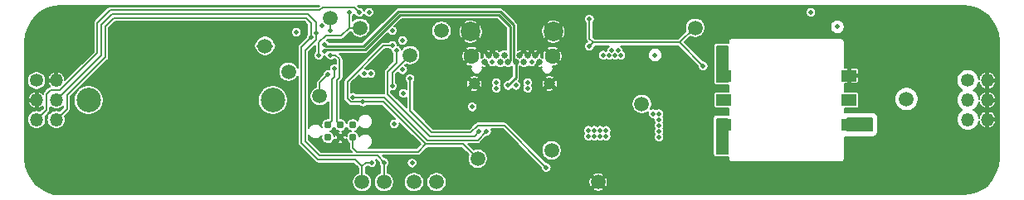
<source format=gbr>
G04 #@! TF.GenerationSoftware,KiCad,Pcbnew,(5.0.2)-1*
G04 #@! TF.CreationDate,2019-02-15T16:33:02-08:00*
G04 #@! TF.ProjectId,nixie_bottom_board,6e697869-655f-4626-9f74-746f6d5f626f,rev?*
G04 #@! TF.SameCoordinates,Original*
G04 #@! TF.FileFunction,Copper,L4,Bot*
G04 #@! TF.FilePolarity,Positive*
%FSLAX46Y46*%
G04 Gerber Fmt 4.6, Leading zero omitted, Abs format (unit mm)*
G04 Created by KiCad (PCBNEW (5.0.2)-1) date 2/15/2019 4:33:02 PM*
%MOMM*%
%LPD*%
G01*
G04 APERTURE LIST*
G04 #@! TA.AperFunction,BGAPad,CuDef*
%ADD10C,1.500000*%
G04 #@! TD*
G04 #@! TA.AperFunction,ComponentPad*
%ADD11C,1.200000*%
G04 #@! TD*
G04 #@! TA.AperFunction,ComponentPad*
%ADD12C,0.650000*%
G04 #@! TD*
G04 #@! TA.AperFunction,ComponentPad*
%ADD13C,2.000000*%
G04 #@! TD*
G04 #@! TA.AperFunction,ComponentPad*
%ADD14C,1.600000*%
G04 #@! TD*
G04 #@! TA.AperFunction,BGAPad,CuDef*
%ADD15C,0.787400*%
G04 #@! TD*
G04 #@! TA.AperFunction,SMDPad,CuDef*
%ADD16R,1.500000X1.170000*%
G04 #@! TD*
G04 #@! TA.AperFunction,ComponentPad*
%ADD17C,1.350000*%
G04 #@! TD*
G04 #@! TA.AperFunction,ComponentPad*
%ADD18O,1.350000X1.350000*%
G04 #@! TD*
G04 #@! TA.AperFunction,ComponentPad*
%ADD19C,0.800000*%
G04 #@! TD*
G04 #@! TA.AperFunction,ComponentPad*
%ADD20C,4.500000*%
G04 #@! TD*
G04 #@! TA.AperFunction,ComponentPad*
%ADD21C,5.000000*%
G04 #@! TD*
G04 #@! TA.AperFunction,ComponentPad*
%ADD22C,2.500000*%
G04 #@! TD*
G04 #@! TA.AperFunction,ViaPad*
%ADD23C,0.508000*%
G04 #@! TD*
G04 #@! TA.AperFunction,Conductor*
%ADD24C,0.200000*%
G04 #@! TD*
G04 #@! TA.AperFunction,Conductor*
%ADD25C,0.250000*%
G04 #@! TD*
G04 #@! TA.AperFunction,Conductor*
%ADD26C,0.150000*%
G04 #@! TD*
G04 APERTURE END LIST*
D10*
G04 #@! TO.P,J13,1*
G04 #@! TO.N,/DAC*
X127200000Y-97100000D03*
G04 #@! TD*
G04 #@! TO.P,J19,1*
G04 #@! TO.N,/UART_TX*
X140000000Y-108400000D03*
G04 #@! TD*
G04 #@! TO.P,J18,1*
G04 #@! TO.N,/NRST*
X146500000Y-106000000D03*
G04 #@! TD*
G04 #@! TO.P,J17,1*
G04 #@! TO.N,/SWO*
X130400000Y-99600000D03*
G04 #@! TD*
G04 #@! TO.P,J16,1*
G04 #@! TO.N,/VBUS*
X163250000Y-100400000D03*
G04 #@! TD*
G04 #@! TO.P,J15,1*
G04 #@! TO.N,/VNIXIE*
X124800000Y-94450000D03*
G04 #@! TD*
G04 #@! TO.P,J14,1*
G04 #@! TO.N,/VDD*
X154050000Y-105150000D03*
G04 #@! TD*
G04 #@! TO.P,J11,1*
G04 #@! TO.N,/SCL*
X136950000Y-108400000D03*
G04 #@! TD*
G04 #@! TO.P,J9,1*
G04 #@! TO.N,/AMP_EN*
X134500000Y-92600000D03*
G04 #@! TD*
G04 #@! TO.P,J8,1*
G04 #@! TO.N,/HV_OUT*
X190250000Y-99900000D03*
G04 #@! TD*
G04 #@! TO.P,J7,1*
G04 #@! TO.N,/HV_EN*
X168700000Y-92600000D03*
G04 #@! TD*
G04 #@! TO.P,J6,1*
G04 #@! TO.N,/ILM*
X142800000Y-92900000D03*
G04 #@! TD*
G04 #@! TO.P,J5,1*
G04 #@! TO.N,/MCO*
X131500000Y-91600000D03*
G04 #@! TD*
G04 #@! TO.P,J12,1*
G04 #@! TO.N,/SDA*
X134700000Y-108400000D03*
G04 #@! TD*
G04 #@! TO.P,J20,1*
G04 #@! TO.N,/UART_RX*
X142300000Y-108400000D03*
G04 #@! TD*
G04 #@! TO.P,J10,1*
G04 #@! TO.N,/32kHz*
X139600000Y-95400000D03*
G04 #@! TD*
D11*
G04 #@! TO.P,J1,S1*
G04 #@! TO.N,/GND*
X146155000Y-98310000D03*
X153845000Y-98310000D03*
D12*
G04 #@! TO.P,J1,B11*
X152400000Y-95410000D03*
G04 #@! TO.P,J1,B10*
X151600000Y-95410000D03*
G04 #@! TO.P,J1,B8*
X150800000Y-95410000D03*
G04 #@! TO.P,J1,B5*
G04 #@! TO.N,/CC2*
X149200000Y-95410000D03*
G04 #@! TO.P,J1,B3*
G04 #@! TO.N,/GND*
X148400000Y-95410000D03*
G04 #@! TO.P,J1,B2*
X147600000Y-95410000D03*
G04 #@! TO.P,J1,B12*
X152800000Y-96110000D03*
G04 #@! TO.P,J1,B9*
G04 #@! TO.N,/VBUS*
X151200000Y-96110000D03*
G04 #@! TO.P,J1,B7*
G04 #@! TO.N,/USB_N*
X150400000Y-96110000D03*
G04 #@! TO.P,J1,B6*
G04 #@! TO.N,/USB_P*
X149600000Y-96110000D03*
G04 #@! TO.P,J1,B4*
G04 #@! TO.N,/VBUS*
X148800000Y-96110000D03*
G04 #@! TO.P,J1,B1*
G04 #@! TO.N,/GND*
X147200000Y-96110000D03*
D13*
G04 #@! TO.P,J1,S1*
X154220000Y-92995000D03*
X145780000Y-92995000D03*
D14*
X145870000Y-95510000D03*
X154130000Y-95510000D03*
G04 #@! TD*
D15*
G04 #@! TO.P,J2,6*
G04 #@! TO.N,/NRST*
X133770000Y-103835000D03*
G04 #@! TO.P,J2,5*
G04 #@! TO.N,/SWO*
X133770000Y-102565000D03*
G04 #@! TO.P,J2,4*
G04 #@! TO.N,/GND*
X132500000Y-103835000D03*
G04 #@! TO.P,J2,3*
G04 #@! TO.N,/SWDIO*
X132500000Y-102565000D03*
G04 #@! TO.P,J2,2*
G04 #@! TO.N,/VDD*
X131230000Y-103835000D03*
G04 #@! TO.P,J2,1*
G04 #@! TO.N,/SWCLK*
X131230000Y-102565000D03*
G04 #@! TD*
D16*
G04 #@! TO.P,T1,1*
G04 #@! TO.N,/GND*
X184400000Y-97500000D03*
G04 #@! TO.P,T1,2*
G04 #@! TO.N,Net-(T1-Pad2)*
X184400000Y-100000000D03*
G04 #@! TO.P,T1,3*
G04 #@! TO.N,Net-(D4-Pad2)*
X184400000Y-102500000D03*
G04 #@! TO.P,T1,4*
G04 #@! TO.N,Net-(Q1-Pad1)*
X171600000Y-102500000D03*
G04 #@! TO.P,T1,6*
G04 #@! TO.N,/HV_IN*
X171600000Y-97500000D03*
G04 #@! TO.P,T1,5*
G04 #@! TO.N,N/C*
X171600000Y-100000000D03*
G04 #@! TD*
D17*
G04 #@! TO.P,J4,1*
G04 #@! TO.N,/VNIXIE*
X101500000Y-98000000D03*
D18*
G04 #@! TO.P,J4,2*
G04 #@! TO.N,/GND*
X103500000Y-98000000D03*
G04 #@! TO.P,J4,3*
X101500000Y-100000000D03*
G04 #@! TO.P,J4,4*
G04 #@! TO.N,/SCL*
X103500000Y-100000000D03*
G04 #@! TO.P,J4,5*
G04 #@! TO.N,/NIXIE_EN*
X101500000Y-102000000D03*
G04 #@! TO.P,J4,6*
G04 #@! TO.N,/SDA*
X103500000Y-102000000D03*
G04 #@! TD*
D17*
G04 #@! TO.P,J3,1*
G04 #@! TO.N,/HV_OUT*
X196500000Y-98000000D03*
D18*
G04 #@! TO.P,J3,2*
G04 #@! TO.N,/GND*
X198500000Y-98000000D03*
G04 #@! TO.P,J3,3*
G04 #@! TO.N,/HV_OUT*
X196500000Y-100000000D03*
G04 #@! TO.P,J3,4*
G04 #@! TO.N,/GND*
X198500000Y-100000000D03*
G04 #@! TO.P,J3,5*
G04 #@! TO.N,/HV_OUT*
X196500000Y-102000000D03*
G04 #@! TO.P,J3,6*
G04 #@! TO.N,/GND*
X198500000Y-102000000D03*
G04 #@! TD*
D19*
G04 #@! TO.P,MH1,1*
G04 #@! TO.N,/GND*
X104237437Y-91862563D03*
X104750000Y-93100000D03*
X104237437Y-94337437D03*
X103000000Y-94850000D03*
X101762563Y-94337437D03*
X101250000Y-93100000D03*
X101762563Y-91862563D03*
X103000000Y-91350000D03*
D20*
X103000000Y-93100000D03*
G04 #@! TD*
G04 #@! TO.P,MH2,1*
G04 #@! TO.N,/GND*
X103000000Y-107000000D03*
D19*
X103000000Y-105250000D03*
X101762563Y-105762563D03*
X101250000Y-107000000D03*
X101762563Y-108237437D03*
X103000000Y-108750000D03*
X104237437Y-108237437D03*
X104750000Y-107000000D03*
X104237437Y-105762563D03*
G04 #@! TD*
G04 #@! TO.P,MH3,1*
G04 #@! TO.N,/GND*
X198237437Y-91762563D03*
X198750000Y-93000000D03*
X198237437Y-94237437D03*
X197000000Y-94750000D03*
X195762563Y-94237437D03*
X195250000Y-93000000D03*
X195762563Y-91762563D03*
X197000000Y-91250000D03*
D20*
X197000000Y-93000000D03*
G04 #@! TD*
G04 #@! TO.P,MH4,1*
G04 #@! TO.N,/GND*
X197000000Y-107200000D03*
D19*
X197000000Y-105450000D03*
X195762563Y-105962563D03*
X195250000Y-107200000D03*
X195762563Y-108437437D03*
X197000000Y-108950000D03*
X198237437Y-108437437D03*
X198750000Y-107200000D03*
X198237437Y-105962563D03*
G04 #@! TD*
D21*
G04 #@! TO.P,MH6,1*
G04 #@! TO.N,/GND*
X157000000Y-100000000D03*
D19*
X158875000Y-100000000D03*
X158325825Y-101325825D03*
X157000000Y-101875000D03*
X155674175Y-101325825D03*
X155125000Y-100000000D03*
X155674175Y-98674175D03*
X157000000Y-98125000D03*
X158325825Y-98674175D03*
G04 #@! TD*
G04 #@! TO.P,MH5,1*
G04 #@! TO.N,/GND*
X144325825Y-98674175D03*
X143000000Y-98125000D03*
X141674175Y-98674175D03*
X141125000Y-100000000D03*
X141674175Y-101325825D03*
X143000000Y-101875000D03*
X144325825Y-101325825D03*
X144875000Y-100000000D03*
D21*
X143000000Y-100000000D03*
G04 #@! TD*
D22*
G04 #@! TO.P,BT1,*
G04 #@! TO.N,*
X106800000Y-100000000D03*
G04 #@! TO.P,BT1,1*
G04 #@! TO.N,Net-(BT1-Pad1)*
X125600000Y-100000000D03*
G04 #@! TD*
D10*
G04 #@! TO.P,REF\002A\002A,1*
G04 #@! TO.N,/GND*
X158800000Y-108400000D03*
G04 #@! TD*
D23*
G04 #@! TO.N,/VNIXIE*
X124800000Y-94450000D03*
G04 #@! TO.N,Net-(Q1-Pad1)*
X171200000Y-105200000D03*
X171800000Y-105200000D03*
X171200000Y-104600000D03*
X171800000Y-104600000D03*
X171200000Y-104000000D03*
X171800000Y-104000000D03*
X171200000Y-103400000D03*
X171800000Y-103400000D03*
X171200000Y-102800000D03*
X171800000Y-102800000D03*
X171200000Y-102200000D03*
X171800000Y-102200000D03*
G04 #@! TO.N,/HV_OUT*
X164600000Y-95400000D03*
X190250000Y-99900000D03*
X183200000Y-92500000D03*
G04 #@! TO.N,/VDD*
X130600000Y-92400000D03*
X139800000Y-106450000D03*
X145950000Y-100700000D03*
X128000000Y-93050000D03*
X159600000Y-103100000D03*
X159000000Y-103100000D03*
X158400000Y-103100000D03*
X157800000Y-103100000D03*
X138850000Y-93900000D03*
X159600000Y-103700000D03*
X159000000Y-103700000D03*
X157800000Y-103700000D03*
X158400000Y-103700000D03*
X131230000Y-103835000D03*
X138900000Y-99300000D03*
X138000000Y-102450000D03*
X154050000Y-105150000D03*
X138850000Y-96900000D03*
G04 #@! TO.N,/VNIXIE*
X125400000Y-94450000D03*
G04 #@! TO.N,/SCL*
X130000000Y-93100000D03*
X136950000Y-106400000D03*
G04 #@! TO.N,/SDA*
X129500000Y-93600000D03*
X135675000Y-106400000D03*
G04 #@! TO.N,/HV_EN*
X169500000Y-96500000D03*
X157900000Y-94500000D03*
X157900000Y-91700000D03*
G04 #@! TO.N,/SWO*
X131225000Y-97400000D03*
X133770000Y-102565000D03*
G04 #@! TO.N,/NRST*
X137800000Y-94400000D03*
X146500000Y-106000000D03*
X134800000Y-100200000D03*
G04 #@! TO.N,/DAC*
X135400000Y-91000000D03*
X127200000Y-97100000D03*
G04 #@! TO.N,/USB_N*
X149600000Y-98500000D03*
X130900000Y-94325000D03*
G04 #@! TO.N,/USB_P*
X130900000Y-94975000D03*
X150400000Y-98500000D03*
G04 #@! TO.N,Net-(D4-Pad2)*
X184000000Y-102800000D03*
X184600000Y-102800000D03*
X185800000Y-102800000D03*
X186400000Y-102800000D03*
X186400000Y-102200000D03*
X185800000Y-102200000D03*
X184600000Y-102200000D03*
X184000000Y-102200000D03*
X185200000Y-102200000D03*
X185200000Y-102800000D03*
G04 #@! TO.N,/SWDIO*
X131500000Y-95400000D03*
G04 #@! TO.N,/SWCLK*
X131875000Y-96800000D03*
G04 #@! TO.N,/HV_IN*
X171800000Y-94800000D03*
X171200000Y-94800000D03*
X171200000Y-95400000D03*
X171800000Y-95400000D03*
X171800000Y-97200000D03*
X171800000Y-97800000D03*
X171200000Y-97200000D03*
X171200000Y-97800000D03*
X171800000Y-96600000D03*
X171200000Y-96600000D03*
X171200000Y-96000000D03*
X171800000Y-96000000D03*
G04 #@! TO.N,/USB*
X147400000Y-103200000D03*
X133775000Y-99700000D03*
G04 #@! TO.N,/ILM*
X142800000Y-92900000D03*
G04 #@! TO.N,/32kHz*
X137800000Y-98550000D03*
X139600000Y-95400000D03*
G04 #@! TO.N,/AMP_EN*
X130300000Y-95400000D03*
X133400000Y-91000000D03*
G04 #@! TO.N,/NIXIE_EN*
X134400000Y-91000000D03*
G04 #@! TO.N,/MCO*
X131500000Y-92900000D03*
G04 #@! TO.N,/LED*
X138200000Y-94900000D03*
X146650000Y-103200000D03*
G04 #@! TO.N,Net-(R2-Pad1)*
X153500000Y-106900000D03*
X139600000Y-97800000D03*
G04 #@! TO.N,Net-(R20-Pad2)*
X137800000Y-92900000D03*
X180500000Y-91000000D03*
G04 #@! TO.N,/GND*
X152200000Y-104500000D03*
X134500000Y-93800000D03*
X133900000Y-93800000D03*
X133300000Y-93800000D03*
X134500000Y-95500000D03*
X133900000Y-95500000D03*
X133300000Y-95500000D03*
X171900000Y-101300000D03*
X171300000Y-101300000D03*
X167687500Y-99668750D03*
X168512500Y-99668750D03*
X168512500Y-98956250D03*
X167687500Y-98956250D03*
X167687500Y-98243750D03*
X168512500Y-98243750D03*
X168512500Y-97531250D03*
X167687500Y-97531250D03*
X128000000Y-92250000D03*
X166350000Y-100800000D03*
X165750000Y-100800000D03*
X164600000Y-99750000D03*
X164500000Y-92800000D03*
X162100000Y-95200000D03*
X162700000Y-95200000D03*
X163300000Y-95200000D03*
X130900000Y-96300000D03*
X159700000Y-106700000D03*
X163000000Y-105000000D03*
X163000000Y-105600000D03*
X163000000Y-106200000D03*
X163000000Y-106800000D03*
X163000000Y-107400000D03*
X165100000Y-92800000D03*
X164500000Y-93400000D03*
X165100000Y-93400000D03*
X150000000Y-100700000D03*
X165850000Y-96150000D03*
X166450000Y-96150000D03*
X166450000Y-95550000D03*
X165850000Y-95550000D03*
X151700000Y-102550000D03*
X172600000Y-93500000D03*
X173200000Y-93500000D03*
X173800000Y-93500000D03*
X157900000Y-106100000D03*
X159100000Y-106100000D03*
X159700000Y-106100000D03*
X132500000Y-103835000D03*
X174400000Y-93500000D03*
X137000000Y-96500000D03*
X141000000Y-96100000D03*
G04 #@! TO.N,/VNIXIE*
X124200000Y-94450000D03*
G04 #@! TO.N,/GND*
X158500000Y-106100000D03*
X158500000Y-106700000D03*
X159100000Y-106700000D03*
X157900000Y-106700000D03*
G04 #@! TO.N,/VBUS*
X165000000Y-101400000D03*
X164400000Y-101400000D03*
X165000000Y-102000000D03*
X165000000Y-102600000D03*
X165000000Y-103200000D03*
X160200000Y-94900000D03*
X159300000Y-95400000D03*
X159900000Y-95400000D03*
X160500000Y-95400000D03*
X161100000Y-95400000D03*
X160800000Y-94900000D03*
X151600000Y-98200000D03*
X151600000Y-98800000D03*
X148400000Y-98200000D03*
X148400000Y-98800000D03*
X148000000Y-96100000D03*
X165000000Y-103800000D03*
X152000000Y-96100000D03*
X163250000Y-100400000D03*
G04 #@! TO.N,/UART_TX*
X134900000Y-97300000D03*
X140000000Y-108400000D03*
G04 #@! TO.N,/UART_RX*
X135600000Y-97300000D03*
X142300000Y-108400000D03*
G04 #@! TD*
D24*
G04 #@! TO.N,/SCL*
X130000000Y-92000000D02*
X130000000Y-93100000D01*
X129200000Y-91200000D02*
X130000000Y-92000000D01*
X109200000Y-91200000D02*
X129200000Y-91200000D01*
X108100000Y-92300000D02*
X109200000Y-91200000D01*
X103500000Y-100000000D02*
X108100000Y-95400000D01*
X108100000Y-95400000D02*
X108100000Y-92300000D01*
X136950000Y-108400000D02*
X136950000Y-106400000D01*
X136250000Y-105700000D02*
X136950000Y-106400000D01*
X130400000Y-105700000D02*
X136250000Y-105700000D01*
X128900000Y-104200000D02*
X130400000Y-105700000D01*
X128900000Y-94900000D02*
X128900000Y-104200000D01*
X130000000Y-93100000D02*
X130000000Y-93800000D01*
X130000000Y-93800000D02*
X128900000Y-94900000D01*
G04 #@! TO.N,/SDA*
X129000000Y-91600000D02*
X129500000Y-92100000D01*
X104600000Y-100900000D02*
X104600000Y-99500000D01*
X103500000Y-102000000D02*
X104600000Y-100900000D01*
X104600000Y-99500000D02*
X108500000Y-95600000D01*
X129500000Y-92100000D02*
X129500000Y-93600000D01*
X108500000Y-95600000D02*
X108500000Y-92500000D01*
X108500000Y-92500000D02*
X109400000Y-91600000D01*
X109400000Y-91600000D02*
X129000000Y-91600000D01*
X134700000Y-108400000D02*
X134700000Y-106800000D01*
X135100000Y-106400000D02*
X134700000Y-106800000D01*
X135675000Y-106400000D02*
X135100000Y-106400000D01*
X134000000Y-106100000D02*
X134700000Y-106800000D01*
X130200000Y-106100000D02*
X134000000Y-106100000D01*
X128500000Y-104400000D02*
X130200000Y-106100000D01*
X129500000Y-93600000D02*
X128500000Y-94600000D01*
X128500000Y-94600000D02*
X128500000Y-104400000D01*
G04 #@! TO.N,/HV_EN*
X168200000Y-92600000D02*
X168100000Y-92600000D01*
X167100000Y-94100000D02*
X169500000Y-96500000D01*
X168600000Y-92600000D02*
X168700000Y-92600000D01*
X167100000Y-94100000D02*
X168600000Y-92600000D01*
X158300000Y-94100000D02*
X167100000Y-94100000D01*
X157900000Y-94500000D02*
X158300000Y-94100000D01*
X157900000Y-91700000D02*
X157900000Y-93700000D01*
X157900000Y-93700000D02*
X158300000Y-94100000D01*
G04 #@! TO.N,/SWO*
X131225000Y-97400000D02*
X130400000Y-98225000D01*
X130400000Y-99600000D02*
X130400000Y-98225000D01*
G04 #@! TO.N,/NRST*
X136900000Y-94400000D02*
X137800000Y-94400000D01*
X133200000Y-98100000D02*
X136900000Y-94400000D01*
X133200000Y-99865000D02*
X133200000Y-98100000D01*
X134800000Y-100200000D02*
X133535000Y-100200000D01*
X133535000Y-100200000D02*
X133200000Y-99865000D01*
X134800000Y-100200000D02*
X136900000Y-100200000D01*
X133770000Y-104870000D02*
X134200000Y-105300000D01*
X133770000Y-103835000D02*
X133770000Y-104870000D01*
X145000000Y-104500000D02*
X141200000Y-104500000D01*
X146500000Y-106000000D02*
X145000000Y-104500000D01*
X136900000Y-100200000D02*
X141200000Y-104500000D01*
X140400000Y-105300000D02*
X134200000Y-105300000D01*
X141200000Y-104500000D02*
X140400000Y-105300000D01*
D25*
G04 #@! TO.N,/USB_N*
X150400000Y-97700000D02*
X150400000Y-96110000D01*
X149600000Y-98500000D02*
X150400000Y-97700000D01*
X150188500Y-95898500D02*
X150400000Y-96110000D01*
X150188500Y-92321920D02*
X150188500Y-95898500D01*
X148778080Y-90911500D02*
X150188500Y-92321920D01*
X130900000Y-94325000D02*
X131036500Y-94461500D01*
X131036500Y-94461500D02*
X134871920Y-94461500D01*
X134871920Y-94461500D02*
X138421920Y-90911500D01*
X138421920Y-90911500D02*
X148778080Y-90911500D01*
G04 #@! TO.N,/USB_P*
X149811500Y-95898500D02*
X149600000Y-96110000D01*
X149811500Y-92478080D02*
X149811500Y-95898500D01*
X148621920Y-91288500D02*
X149811500Y-92478080D01*
X138578080Y-91288500D02*
X148621920Y-91288500D01*
X135028080Y-94838500D02*
X138578080Y-91288500D01*
X130900000Y-94975000D02*
X131036500Y-94838500D01*
X131036500Y-94838500D02*
X135028080Y-94838500D01*
D24*
G04 #@! TO.N,/SWDIO*
X132000000Y-95400000D02*
X131500000Y-95400000D01*
X132400000Y-95800000D02*
X132000000Y-95400000D01*
X132400000Y-97700000D02*
X132400000Y-95800000D01*
X132100000Y-98000000D02*
X132400000Y-97700000D01*
X132500000Y-102565000D02*
X132100000Y-102165000D01*
X132100000Y-102165000D02*
X132100000Y-98000000D01*
G04 #@! TO.N,/SWCLK*
X131875000Y-97625000D02*
X131875000Y-96800000D01*
X131650000Y-97850000D02*
X131875000Y-97625000D01*
X131230000Y-102565000D02*
X131650000Y-102145000D01*
X131650000Y-102145000D02*
X131650000Y-97850000D01*
G04 #@! TO.N,/USB*
X146500000Y-104100000D02*
X147400000Y-103200000D01*
X141400000Y-104100000D02*
X146500000Y-104100000D01*
X137000000Y-99700000D02*
X141400000Y-104100000D01*
X133775000Y-99700000D02*
X137000000Y-99700000D01*
G04 #@! TO.N,/32kHz*
X137800000Y-97200000D02*
X139600000Y-95400000D01*
X137800000Y-98550000D02*
X137800000Y-97200000D01*
G04 #@! TO.N,/AMP_EN*
X133400000Y-92600000D02*
X133400000Y-91000000D01*
X134500000Y-92600000D02*
X133400000Y-92600000D01*
X132600000Y-93400000D02*
X133400000Y-92600000D01*
X131000000Y-93400000D02*
X132600000Y-93400000D01*
X130300000Y-95400000D02*
X130300000Y-94100000D01*
X130300000Y-94100000D02*
X131000000Y-93400000D01*
G04 #@! TO.N,/NIXIE_EN*
X130700000Y-90500000D02*
X133900000Y-90500000D01*
X130400000Y-90800000D02*
X130700000Y-90500000D01*
X109000000Y-90800000D02*
X130400000Y-90800000D01*
X102500000Y-101000000D02*
X102500000Y-99400000D01*
X107700000Y-92100000D02*
X109000000Y-90800000D01*
X101500000Y-102000000D02*
X102500000Y-101000000D01*
X102500000Y-99400000D02*
X102900000Y-99000000D01*
X133900000Y-90500000D02*
X134400000Y-91000000D01*
X102900000Y-99000000D02*
X103900000Y-99000000D01*
X103900000Y-99000000D02*
X107700000Y-95200000D01*
X107700000Y-95200000D02*
X107700000Y-92100000D01*
G04 #@! TO.N,/MCO*
X131500000Y-92900000D02*
X131500000Y-91600000D01*
G04 #@! TO.N,/LED*
X146150000Y-103700000D02*
X146650000Y-103200000D01*
X141600000Y-103700000D02*
X146150000Y-103700000D01*
X137300000Y-99400000D02*
X141600000Y-103700000D01*
X137300000Y-97100000D02*
X137300000Y-99400000D01*
X138200000Y-94900000D02*
X138200000Y-96200000D01*
X138200000Y-96200000D02*
X137300000Y-97100000D01*
G04 #@! TO.N,Net-(R2-Pad1)*
X139600000Y-101100000D02*
X139600000Y-97800000D01*
X141800000Y-103300000D02*
X139600000Y-101100000D01*
X145800000Y-103300000D02*
X141800000Y-103300000D01*
X153500000Y-106900000D02*
X149200000Y-102600000D01*
X146500000Y-102600000D02*
X145800000Y-103300000D01*
X149200000Y-102600000D02*
X146500000Y-102600000D01*
G04 #@! TD*
D26*
G04 #@! TO.N,/GND*
G36*
X130244671Y-90425000D02*
X109018416Y-90425000D01*
X109000000Y-90423186D01*
X108981584Y-90425000D01*
X108981581Y-90425000D01*
X108926487Y-90430426D01*
X108855800Y-90451869D01*
X108838433Y-90461152D01*
X108790653Y-90486690D01*
X108762779Y-90509566D01*
X108733552Y-90533552D01*
X108721810Y-90547860D01*
X107447862Y-91821809D01*
X107433553Y-91833552D01*
X107415960Y-91854989D01*
X107386691Y-91890654D01*
X107355969Y-91948131D01*
X107351870Y-91955800D01*
X107339876Y-91995340D01*
X107330427Y-92026488D01*
X107323186Y-92100000D01*
X107325001Y-92118426D01*
X107325000Y-95044670D01*
X104400000Y-97969671D01*
X104400000Y-97874998D01*
X104334439Y-97874998D01*
X104360750Y-97737113D01*
X104294538Y-97577242D01*
X104196795Y-97430359D01*
X104072275Y-97305367D01*
X103925763Y-97207069D01*
X103762889Y-97139243D01*
X103625000Y-97164965D01*
X103625000Y-97875000D01*
X103645000Y-97875000D01*
X103645000Y-98125000D01*
X103625000Y-98125000D01*
X103625000Y-98145000D01*
X103375000Y-98145000D01*
X103375000Y-98125000D01*
X102665561Y-98125000D01*
X102639250Y-98262887D01*
X102705462Y-98422758D01*
X102803205Y-98569641D01*
X102860430Y-98627083D01*
X102826487Y-98630426D01*
X102755800Y-98651869D01*
X102755798Y-98651870D01*
X102690652Y-98686691D01*
X102669191Y-98704304D01*
X102633552Y-98733552D01*
X102621810Y-98747860D01*
X102247861Y-99121810D01*
X102233553Y-99133552D01*
X102221811Y-99147860D01*
X102186691Y-99190654D01*
X102165016Y-99231206D01*
X102151870Y-99255800D01*
X102130879Y-99324999D01*
X102130427Y-99326488D01*
X102127088Y-99360388D01*
X102072275Y-99305367D01*
X101925763Y-99207069D01*
X101762889Y-99139243D01*
X101625000Y-99164965D01*
X101625000Y-99875000D01*
X101645000Y-99875000D01*
X101645000Y-100125000D01*
X101625000Y-100125000D01*
X101625000Y-100835035D01*
X101762889Y-100860757D01*
X101925763Y-100792931D01*
X102072275Y-100694633D01*
X102125000Y-100641708D01*
X102125000Y-100844670D01*
X101854792Y-101114878D01*
X101686232Y-101063746D01*
X101546665Y-101050000D01*
X101453335Y-101050000D01*
X101313768Y-101063746D01*
X101134692Y-101118068D01*
X100969655Y-101206282D01*
X100824999Y-101324999D01*
X100706282Y-101469655D01*
X100618068Y-101634692D01*
X100563746Y-101813768D01*
X100545404Y-102000000D01*
X100563746Y-102186232D01*
X100618068Y-102365308D01*
X100706282Y-102530345D01*
X100824999Y-102675001D01*
X100969655Y-102793718D01*
X101134692Y-102881932D01*
X101313768Y-102936254D01*
X101453335Y-102950000D01*
X101546665Y-102950000D01*
X101686232Y-102936254D01*
X101865308Y-102881932D01*
X102030345Y-102793718D01*
X102175001Y-102675001D01*
X102293718Y-102530345D01*
X102381932Y-102365308D01*
X102436254Y-102186232D01*
X102454596Y-102000000D01*
X102436254Y-101813768D01*
X102385122Y-101645208D01*
X102752140Y-101278190D01*
X102766448Y-101266448D01*
X102786423Y-101242108D01*
X102813310Y-101209347D01*
X102843886Y-101152141D01*
X102848131Y-101144200D01*
X102869574Y-101073513D01*
X102875000Y-101018419D01*
X102875000Y-101018416D01*
X102876814Y-101000000D01*
X102875000Y-100981584D01*
X102875000Y-100716036D01*
X102969655Y-100793718D01*
X103134692Y-100881932D01*
X103313768Y-100936254D01*
X103453335Y-100950000D01*
X103546665Y-100950000D01*
X103686232Y-100936254D01*
X103865308Y-100881932D01*
X104030345Y-100793718D01*
X104175001Y-100675001D01*
X104225000Y-100614077D01*
X104225000Y-100744670D01*
X103854792Y-101114878D01*
X103686232Y-101063746D01*
X103546665Y-101050000D01*
X103453335Y-101050000D01*
X103313768Y-101063746D01*
X103134692Y-101118068D01*
X102969655Y-101206282D01*
X102824999Y-101324999D01*
X102706282Y-101469655D01*
X102618068Y-101634692D01*
X102563746Y-101813768D01*
X102545404Y-102000000D01*
X102563746Y-102186232D01*
X102618068Y-102365308D01*
X102706282Y-102530345D01*
X102824999Y-102675001D01*
X102969655Y-102793718D01*
X103134692Y-102881932D01*
X103313768Y-102936254D01*
X103453335Y-102950000D01*
X103546665Y-102950000D01*
X103686232Y-102936254D01*
X103865308Y-102881932D01*
X104030345Y-102793718D01*
X104175001Y-102675001D01*
X104293718Y-102530345D01*
X104381932Y-102365308D01*
X104436254Y-102186232D01*
X104454596Y-102000000D01*
X104436254Y-101813768D01*
X104385122Y-101645208D01*
X104852140Y-101178190D01*
X104866448Y-101166448D01*
X104913309Y-101109347D01*
X104948131Y-101044200D01*
X104969574Y-100973513D01*
X104975000Y-100918419D01*
X104975000Y-100918416D01*
X104976814Y-100900000D01*
X104975000Y-100881584D01*
X104975000Y-99849801D01*
X105275000Y-99849801D01*
X105275000Y-100150199D01*
X105333605Y-100444826D01*
X105448562Y-100722358D01*
X105615455Y-100972131D01*
X105827869Y-101184545D01*
X106077642Y-101351438D01*
X106355174Y-101466395D01*
X106649801Y-101525000D01*
X106950199Y-101525000D01*
X107244826Y-101466395D01*
X107522358Y-101351438D01*
X107772131Y-101184545D01*
X107984545Y-100972131D01*
X108151438Y-100722358D01*
X108266395Y-100444826D01*
X108325000Y-100150199D01*
X108325000Y-99849801D01*
X124075000Y-99849801D01*
X124075000Y-100150199D01*
X124133605Y-100444826D01*
X124248562Y-100722358D01*
X124415455Y-100972131D01*
X124627869Y-101184545D01*
X124877642Y-101351438D01*
X125155174Y-101466395D01*
X125449801Y-101525000D01*
X125750199Y-101525000D01*
X126044826Y-101466395D01*
X126322358Y-101351438D01*
X126572131Y-101184545D01*
X126784545Y-100972131D01*
X126951438Y-100722358D01*
X127066395Y-100444826D01*
X127125000Y-100150199D01*
X127125000Y-99849801D01*
X127066395Y-99555174D01*
X126951438Y-99277642D01*
X126784545Y-99027869D01*
X126572131Y-98815455D01*
X126322358Y-98648562D01*
X126044826Y-98533605D01*
X125750199Y-98475000D01*
X125449801Y-98475000D01*
X125155174Y-98533605D01*
X124877642Y-98648562D01*
X124627869Y-98815455D01*
X124415455Y-99027869D01*
X124248562Y-99277642D01*
X124133605Y-99555174D01*
X124075000Y-99849801D01*
X108325000Y-99849801D01*
X108266395Y-99555174D01*
X108151438Y-99277642D01*
X107984545Y-99027869D01*
X107772131Y-98815455D01*
X107522358Y-98648562D01*
X107244826Y-98533605D01*
X106950199Y-98475000D01*
X106649801Y-98475000D01*
X106355174Y-98533605D01*
X106077642Y-98648562D01*
X105827869Y-98815455D01*
X105615455Y-99027869D01*
X105448562Y-99277642D01*
X105333605Y-99555174D01*
X105275000Y-99849801D01*
X104975000Y-99849801D01*
X104975000Y-99655329D01*
X108752140Y-95878190D01*
X108766448Y-95866448D01*
X108813309Y-95809347D01*
X108848131Y-95744200D01*
X108869574Y-95673513D01*
X108875000Y-95618419D01*
X108875000Y-95618416D01*
X108876814Y-95600000D01*
X108875000Y-95581584D01*
X108875000Y-94397898D01*
X123671000Y-94397898D01*
X123671000Y-94502102D01*
X123691329Y-94604304D01*
X123731206Y-94700576D01*
X123789099Y-94787218D01*
X123859310Y-94857429D01*
X123891656Y-94935520D01*
X124003830Y-95103400D01*
X124146600Y-95246170D01*
X124314480Y-95358344D01*
X124501018Y-95435610D01*
X124699046Y-95475000D01*
X124900954Y-95475000D01*
X125098982Y-95435610D01*
X125285520Y-95358344D01*
X125453400Y-95246170D01*
X125596170Y-95103400D01*
X125708344Y-94935520D01*
X125740690Y-94857429D01*
X125810901Y-94787218D01*
X125868794Y-94700576D01*
X125908671Y-94604304D01*
X125929000Y-94502102D01*
X125929000Y-94397898D01*
X125908671Y-94295696D01*
X125868794Y-94199424D01*
X125810901Y-94112782D01*
X125740690Y-94042571D01*
X125708344Y-93964480D01*
X125596170Y-93796600D01*
X125453400Y-93653830D01*
X125285520Y-93541656D01*
X125098982Y-93464390D01*
X124900954Y-93425000D01*
X124699046Y-93425000D01*
X124501018Y-93464390D01*
X124314480Y-93541656D01*
X124146600Y-93653830D01*
X124003830Y-93796600D01*
X123891656Y-93964480D01*
X123859310Y-94042571D01*
X123789099Y-94112782D01*
X123731206Y-94199424D01*
X123691329Y-94295696D01*
X123671000Y-94397898D01*
X108875000Y-94397898D01*
X108875000Y-92997898D01*
X127471000Y-92997898D01*
X127471000Y-93102102D01*
X127491329Y-93204304D01*
X127531206Y-93300576D01*
X127589099Y-93387218D01*
X127662782Y-93460901D01*
X127749424Y-93518794D01*
X127845696Y-93558671D01*
X127947898Y-93579000D01*
X128052102Y-93579000D01*
X128154304Y-93558671D01*
X128250576Y-93518794D01*
X128337218Y-93460901D01*
X128410901Y-93387218D01*
X128468794Y-93300576D01*
X128508671Y-93204304D01*
X128529000Y-93102102D01*
X128529000Y-92997898D01*
X128508671Y-92895696D01*
X128468794Y-92799424D01*
X128410901Y-92712782D01*
X128337218Y-92639099D01*
X128250576Y-92581206D01*
X128154304Y-92541329D01*
X128052102Y-92521000D01*
X127947898Y-92521000D01*
X127845696Y-92541329D01*
X127749424Y-92581206D01*
X127662782Y-92639099D01*
X127589099Y-92712782D01*
X127531206Y-92799424D01*
X127491329Y-92895696D01*
X127471000Y-92997898D01*
X108875000Y-92997898D01*
X108875000Y-92655329D01*
X109555330Y-91975000D01*
X128844671Y-91975000D01*
X129125000Y-92255330D01*
X129125001Y-93226880D01*
X129089099Y-93262782D01*
X129031206Y-93349424D01*
X128991329Y-93445696D01*
X128971000Y-93547898D01*
X128971000Y-93598670D01*
X128247866Y-94321805D01*
X128233552Y-94333552D01*
X128186691Y-94390654D01*
X128151869Y-94455801D01*
X128130426Y-94526488D01*
X128127688Y-94554290D01*
X128123186Y-94600000D01*
X128125000Y-94618416D01*
X128125000Y-96654692D01*
X128108344Y-96614480D01*
X127996170Y-96446600D01*
X127853400Y-96303830D01*
X127685520Y-96191656D01*
X127498982Y-96114390D01*
X127300954Y-96075000D01*
X127099046Y-96075000D01*
X126901018Y-96114390D01*
X126714480Y-96191656D01*
X126546600Y-96303830D01*
X126403830Y-96446600D01*
X126291656Y-96614480D01*
X126214390Y-96801018D01*
X126175000Y-96999046D01*
X126175000Y-97200954D01*
X126214390Y-97398982D01*
X126291656Y-97585520D01*
X126403830Y-97753400D01*
X126546600Y-97896170D01*
X126714480Y-98008344D01*
X126901018Y-98085610D01*
X127099046Y-98125000D01*
X127300954Y-98125000D01*
X127498982Y-98085610D01*
X127685520Y-98008344D01*
X127853400Y-97896170D01*
X127996170Y-97753400D01*
X128108344Y-97585520D01*
X128125000Y-97545308D01*
X128125001Y-104381574D01*
X128123186Y-104400000D01*
X128127194Y-104440688D01*
X128130427Y-104473513D01*
X128139584Y-104503700D01*
X128151870Y-104544200D01*
X128177319Y-104591811D01*
X128186692Y-104609347D01*
X128233553Y-104666448D01*
X128247862Y-104678191D01*
X129921809Y-106352139D01*
X129933552Y-106366448D01*
X129990653Y-106413309D01*
X130055800Y-106448131D01*
X130126487Y-106469574D01*
X130181581Y-106475000D01*
X130181583Y-106475000D01*
X130199999Y-106476814D01*
X130218415Y-106475000D01*
X133844671Y-106475000D01*
X134325001Y-106955331D01*
X134325001Y-107445877D01*
X134214480Y-107491656D01*
X134046600Y-107603830D01*
X133903830Y-107746600D01*
X133791656Y-107914480D01*
X133714390Y-108101018D01*
X133675000Y-108299046D01*
X133675000Y-108500954D01*
X133714390Y-108698982D01*
X133791656Y-108885520D01*
X133903830Y-109053400D01*
X134046600Y-109196170D01*
X134214480Y-109308344D01*
X134401018Y-109385610D01*
X134599046Y-109425000D01*
X134800954Y-109425000D01*
X134998982Y-109385610D01*
X135185520Y-109308344D01*
X135353400Y-109196170D01*
X135496170Y-109053400D01*
X135608344Y-108885520D01*
X135685610Y-108698982D01*
X135725000Y-108500954D01*
X135725000Y-108299046D01*
X135685610Y-108101018D01*
X135608344Y-107914480D01*
X135496170Y-107746600D01*
X135353400Y-107603830D01*
X135185520Y-107491656D01*
X135075000Y-107445877D01*
X135075000Y-106955329D01*
X135255330Y-106775000D01*
X135301881Y-106775000D01*
X135337782Y-106810901D01*
X135424424Y-106868794D01*
X135520696Y-106908671D01*
X135622898Y-106929000D01*
X135727102Y-106929000D01*
X135829304Y-106908671D01*
X135925576Y-106868794D01*
X136012218Y-106810901D01*
X136085901Y-106737218D01*
X136143794Y-106650576D01*
X136183671Y-106554304D01*
X136204000Y-106452102D01*
X136204000Y-106347898D01*
X136183671Y-106245696D01*
X136143794Y-106149424D01*
X136094065Y-106075000D01*
X136094671Y-106075000D01*
X136421000Y-106401330D01*
X136421000Y-106452102D01*
X136441329Y-106554304D01*
X136481206Y-106650576D01*
X136539099Y-106737218D01*
X136575001Y-106773120D01*
X136575000Y-107445877D01*
X136464480Y-107491656D01*
X136296600Y-107603830D01*
X136153830Y-107746600D01*
X136041656Y-107914480D01*
X135964390Y-108101018D01*
X135925000Y-108299046D01*
X135925000Y-108500954D01*
X135964390Y-108698982D01*
X136041656Y-108885520D01*
X136153830Y-109053400D01*
X136296600Y-109196170D01*
X136464480Y-109308344D01*
X136651018Y-109385610D01*
X136849046Y-109425000D01*
X137050954Y-109425000D01*
X137248982Y-109385610D01*
X137435520Y-109308344D01*
X137603400Y-109196170D01*
X137746170Y-109053400D01*
X137858344Y-108885520D01*
X137935610Y-108698982D01*
X137975000Y-108500954D01*
X137975000Y-108299046D01*
X138975000Y-108299046D01*
X138975000Y-108500954D01*
X139014390Y-108698982D01*
X139091656Y-108885520D01*
X139203830Y-109053400D01*
X139346600Y-109196170D01*
X139514480Y-109308344D01*
X139701018Y-109385610D01*
X139899046Y-109425000D01*
X140100954Y-109425000D01*
X140298982Y-109385610D01*
X140485520Y-109308344D01*
X140653400Y-109196170D01*
X140796170Y-109053400D01*
X140908344Y-108885520D01*
X140985610Y-108698982D01*
X141025000Y-108500954D01*
X141025000Y-108299046D01*
X141275000Y-108299046D01*
X141275000Y-108500954D01*
X141314390Y-108698982D01*
X141391656Y-108885520D01*
X141503830Y-109053400D01*
X141646600Y-109196170D01*
X141814480Y-109308344D01*
X142001018Y-109385610D01*
X142199046Y-109425000D01*
X142400954Y-109425000D01*
X142598982Y-109385610D01*
X142785520Y-109308344D01*
X142953400Y-109196170D01*
X143014201Y-109135369D01*
X158241408Y-109135369D01*
X158329970Y-109259604D01*
X158506701Y-109334785D01*
X158694705Y-109374042D01*
X158886754Y-109375869D01*
X159075470Y-109340193D01*
X159253599Y-109268385D01*
X159270030Y-109259604D01*
X159358592Y-109135369D01*
X158800000Y-108576777D01*
X158241408Y-109135369D01*
X143014201Y-109135369D01*
X143096170Y-109053400D01*
X143208344Y-108885520D01*
X143285610Y-108698982D01*
X143325000Y-108500954D01*
X143325000Y-108486754D01*
X157824131Y-108486754D01*
X157859807Y-108675470D01*
X157931615Y-108853599D01*
X157940396Y-108870030D01*
X158064631Y-108958592D01*
X158623223Y-108400000D01*
X158976777Y-108400000D01*
X159535369Y-108958592D01*
X159659604Y-108870030D01*
X159734785Y-108693299D01*
X159774042Y-108505295D01*
X159775869Y-108313246D01*
X159740193Y-108124530D01*
X159668385Y-107946401D01*
X159659604Y-107929970D01*
X159535369Y-107841408D01*
X158976777Y-108400000D01*
X158623223Y-108400000D01*
X158064631Y-107841408D01*
X157940396Y-107929970D01*
X157865215Y-108106701D01*
X157825958Y-108294705D01*
X157824131Y-108486754D01*
X143325000Y-108486754D01*
X143325000Y-108299046D01*
X143285610Y-108101018D01*
X143208344Y-107914480D01*
X143096170Y-107746600D01*
X143014201Y-107664631D01*
X158241408Y-107664631D01*
X158800000Y-108223223D01*
X159358592Y-107664631D01*
X159270030Y-107540396D01*
X159093299Y-107465215D01*
X158905295Y-107425958D01*
X158713246Y-107424131D01*
X158524530Y-107459807D01*
X158346401Y-107531615D01*
X158329970Y-107540396D01*
X158241408Y-107664631D01*
X143014201Y-107664631D01*
X142953400Y-107603830D01*
X142785520Y-107491656D01*
X142598982Y-107414390D01*
X142400954Y-107375000D01*
X142199046Y-107375000D01*
X142001018Y-107414390D01*
X141814480Y-107491656D01*
X141646600Y-107603830D01*
X141503830Y-107746600D01*
X141391656Y-107914480D01*
X141314390Y-108101018D01*
X141275000Y-108299046D01*
X141025000Y-108299046D01*
X140985610Y-108101018D01*
X140908344Y-107914480D01*
X140796170Y-107746600D01*
X140653400Y-107603830D01*
X140485520Y-107491656D01*
X140298982Y-107414390D01*
X140100954Y-107375000D01*
X139899046Y-107375000D01*
X139701018Y-107414390D01*
X139514480Y-107491656D01*
X139346600Y-107603830D01*
X139203830Y-107746600D01*
X139091656Y-107914480D01*
X139014390Y-108101018D01*
X138975000Y-108299046D01*
X137975000Y-108299046D01*
X137935610Y-108101018D01*
X137858344Y-107914480D01*
X137746170Y-107746600D01*
X137603400Y-107603830D01*
X137435520Y-107491656D01*
X137325000Y-107445877D01*
X137325000Y-106773119D01*
X137360901Y-106737218D01*
X137418794Y-106650576D01*
X137458671Y-106554304D01*
X137479000Y-106452102D01*
X137479000Y-106397898D01*
X139271000Y-106397898D01*
X139271000Y-106502102D01*
X139291329Y-106604304D01*
X139331206Y-106700576D01*
X139389099Y-106787218D01*
X139462782Y-106860901D01*
X139549424Y-106918794D01*
X139645696Y-106958671D01*
X139747898Y-106979000D01*
X139852102Y-106979000D01*
X139954304Y-106958671D01*
X140050576Y-106918794D01*
X140137218Y-106860901D01*
X140210901Y-106787218D01*
X140268794Y-106700576D01*
X140308671Y-106604304D01*
X140329000Y-106502102D01*
X140329000Y-106397898D01*
X140308671Y-106295696D01*
X140268794Y-106199424D01*
X140210901Y-106112782D01*
X140137218Y-106039099D01*
X140050576Y-105981206D01*
X139954304Y-105941329D01*
X139852102Y-105921000D01*
X139747898Y-105921000D01*
X139645696Y-105941329D01*
X139549424Y-105981206D01*
X139462782Y-106039099D01*
X139389099Y-106112782D01*
X139331206Y-106199424D01*
X139291329Y-106295696D01*
X139271000Y-106397898D01*
X137479000Y-106397898D01*
X137479000Y-106347898D01*
X137458671Y-106245696D01*
X137418794Y-106149424D01*
X137360901Y-106062782D01*
X137287218Y-105989099D01*
X137200576Y-105931206D01*
X137104304Y-105891329D01*
X137002102Y-105871000D01*
X136951330Y-105871000D01*
X136755329Y-105675000D01*
X140381584Y-105675000D01*
X140400000Y-105676814D01*
X140418416Y-105675000D01*
X140418419Y-105675000D01*
X140473513Y-105669574D01*
X140544200Y-105648131D01*
X140609347Y-105613309D01*
X140666448Y-105566448D01*
X140678195Y-105552134D01*
X141355330Y-104875000D01*
X144844671Y-104875000D01*
X145560169Y-105590498D01*
X145514390Y-105701018D01*
X145475000Y-105899046D01*
X145475000Y-106100954D01*
X145514390Y-106298982D01*
X145591656Y-106485520D01*
X145703830Y-106653400D01*
X145846600Y-106796170D01*
X146014480Y-106908344D01*
X146201018Y-106985610D01*
X146399046Y-107025000D01*
X146600954Y-107025000D01*
X146798982Y-106985610D01*
X146985520Y-106908344D01*
X147153400Y-106796170D01*
X147296170Y-106653400D01*
X147408344Y-106485520D01*
X147485610Y-106298982D01*
X147525000Y-106100954D01*
X147525000Y-105899046D01*
X147485610Y-105701018D01*
X147408344Y-105514480D01*
X147296170Y-105346600D01*
X147153400Y-105203830D01*
X146985520Y-105091656D01*
X146798982Y-105014390D01*
X146600954Y-104975000D01*
X146399046Y-104975000D01*
X146201018Y-105014390D01*
X146090498Y-105060169D01*
X145505329Y-104475000D01*
X146481584Y-104475000D01*
X146500000Y-104476814D01*
X146518416Y-104475000D01*
X146518419Y-104475000D01*
X146573513Y-104469574D01*
X146644200Y-104448131D01*
X146709347Y-104413309D01*
X146766448Y-104366448D01*
X146778195Y-104352134D01*
X147401330Y-103729000D01*
X147452102Y-103729000D01*
X147554304Y-103708671D01*
X147650576Y-103668794D01*
X147737218Y-103610901D01*
X147810901Y-103537218D01*
X147868794Y-103450576D01*
X147908671Y-103354304D01*
X147929000Y-103252102D01*
X147929000Y-103147898D01*
X147908671Y-103045696D01*
X147879388Y-102975000D01*
X149044671Y-102975000D01*
X152971000Y-106901331D01*
X152971000Y-106952102D01*
X152991329Y-107054304D01*
X153031206Y-107150576D01*
X153089099Y-107237218D01*
X153162782Y-107310901D01*
X153249424Y-107368794D01*
X153345696Y-107408671D01*
X153447898Y-107429000D01*
X153552102Y-107429000D01*
X153654304Y-107408671D01*
X153750576Y-107368794D01*
X153837218Y-107310901D01*
X153910901Y-107237218D01*
X153968794Y-107150576D01*
X154008671Y-107054304D01*
X154029000Y-106952102D01*
X154029000Y-106847898D01*
X154008671Y-106745696D01*
X153968794Y-106649424D01*
X153910901Y-106562782D01*
X153837218Y-106489099D01*
X153750576Y-106431206D01*
X153654304Y-106391329D01*
X153552102Y-106371000D01*
X153501331Y-106371000D01*
X152179377Y-105049046D01*
X153025000Y-105049046D01*
X153025000Y-105250954D01*
X153064390Y-105448982D01*
X153141656Y-105635520D01*
X153253830Y-105803400D01*
X153396600Y-105946170D01*
X153564480Y-106058344D01*
X153751018Y-106135610D01*
X153949046Y-106175000D01*
X154150954Y-106175000D01*
X154348982Y-106135610D01*
X154535520Y-106058344D01*
X154703400Y-105946170D01*
X154846170Y-105803400D01*
X154958344Y-105635520D01*
X155035610Y-105448982D01*
X155075000Y-105250954D01*
X155075000Y-105049046D01*
X155035610Y-104851018D01*
X154958344Y-104664480D01*
X154846170Y-104496600D01*
X154703400Y-104353830D01*
X154535520Y-104241656D01*
X154348982Y-104164390D01*
X154150954Y-104125000D01*
X153949046Y-104125000D01*
X153751018Y-104164390D01*
X153564480Y-104241656D01*
X153396600Y-104353830D01*
X153253830Y-104496600D01*
X153141656Y-104664480D01*
X153064390Y-104851018D01*
X153025000Y-105049046D01*
X152179377Y-105049046D01*
X150178228Y-103047898D01*
X157271000Y-103047898D01*
X157271000Y-103152102D01*
X157291329Y-103254304D01*
X157331206Y-103350576D01*
X157364230Y-103400000D01*
X157331206Y-103449424D01*
X157291329Y-103545696D01*
X157271000Y-103647898D01*
X157271000Y-103752102D01*
X157291329Y-103854304D01*
X157331206Y-103950576D01*
X157389099Y-104037218D01*
X157462782Y-104110901D01*
X157549424Y-104168794D01*
X157645696Y-104208671D01*
X157747898Y-104229000D01*
X157852102Y-104229000D01*
X157954304Y-104208671D01*
X158050576Y-104168794D01*
X158100000Y-104135770D01*
X158149424Y-104168794D01*
X158245696Y-104208671D01*
X158347898Y-104229000D01*
X158452102Y-104229000D01*
X158554304Y-104208671D01*
X158650576Y-104168794D01*
X158700000Y-104135770D01*
X158749424Y-104168794D01*
X158845696Y-104208671D01*
X158947898Y-104229000D01*
X159052102Y-104229000D01*
X159154304Y-104208671D01*
X159250576Y-104168794D01*
X159300000Y-104135770D01*
X159349424Y-104168794D01*
X159445696Y-104208671D01*
X159547898Y-104229000D01*
X159652102Y-104229000D01*
X159754304Y-104208671D01*
X159850576Y-104168794D01*
X159937218Y-104110901D01*
X160010901Y-104037218D01*
X160068794Y-103950576D01*
X160108671Y-103854304D01*
X160129000Y-103752102D01*
X160129000Y-103647898D01*
X160108671Y-103545696D01*
X160068794Y-103449424D01*
X160035770Y-103400000D01*
X160068794Y-103350576D01*
X160108671Y-103254304D01*
X160129000Y-103152102D01*
X160129000Y-103047898D01*
X160108671Y-102945696D01*
X160068794Y-102849424D01*
X160010901Y-102762782D01*
X159937218Y-102689099D01*
X159850576Y-102631206D01*
X159754304Y-102591329D01*
X159652102Y-102571000D01*
X159547898Y-102571000D01*
X159445696Y-102591329D01*
X159349424Y-102631206D01*
X159300000Y-102664230D01*
X159250576Y-102631206D01*
X159154304Y-102591329D01*
X159052102Y-102571000D01*
X158947898Y-102571000D01*
X158845696Y-102591329D01*
X158749424Y-102631206D01*
X158700000Y-102664230D01*
X158650576Y-102631206D01*
X158554304Y-102591329D01*
X158452102Y-102571000D01*
X158347898Y-102571000D01*
X158245696Y-102591329D01*
X158149424Y-102631206D01*
X158100000Y-102664230D01*
X158050576Y-102631206D01*
X157954304Y-102591329D01*
X157852102Y-102571000D01*
X157747898Y-102571000D01*
X157645696Y-102591329D01*
X157549424Y-102631206D01*
X157462782Y-102689099D01*
X157389099Y-102762782D01*
X157331206Y-102849424D01*
X157291329Y-102945696D01*
X157271000Y-103047898D01*
X150178228Y-103047898D01*
X149478195Y-102347866D01*
X149466448Y-102333552D01*
X149409347Y-102286691D01*
X149344200Y-102251869D01*
X149273513Y-102230426D01*
X149218419Y-102225000D01*
X149218416Y-102225000D01*
X149200000Y-102223186D01*
X149181584Y-102225000D01*
X146518415Y-102225000D01*
X146499999Y-102223186D01*
X146481583Y-102225000D01*
X146481581Y-102225000D01*
X146426487Y-102230426D01*
X146355800Y-102251869D01*
X146355798Y-102251870D01*
X146290652Y-102286691D01*
X146279680Y-102295696D01*
X146233552Y-102333552D01*
X146221809Y-102347861D01*
X145644671Y-102925000D01*
X141955330Y-102925000D01*
X139975000Y-100944671D01*
X139975000Y-100647898D01*
X145421000Y-100647898D01*
X145421000Y-100752102D01*
X145441329Y-100854304D01*
X145481206Y-100950576D01*
X145539099Y-101037218D01*
X145612782Y-101110901D01*
X145699424Y-101168794D01*
X145795696Y-101208671D01*
X145897898Y-101229000D01*
X146002102Y-101229000D01*
X146104304Y-101208671D01*
X146200576Y-101168794D01*
X146287218Y-101110901D01*
X146360901Y-101037218D01*
X146418794Y-100950576D01*
X146458671Y-100854304D01*
X146479000Y-100752102D01*
X146479000Y-100647898D01*
X146458671Y-100545696D01*
X146418794Y-100449424D01*
X146360901Y-100362782D01*
X146297165Y-100299046D01*
X162225000Y-100299046D01*
X162225000Y-100500954D01*
X162264390Y-100698982D01*
X162341656Y-100885520D01*
X162453830Y-101053400D01*
X162596600Y-101196170D01*
X162764480Y-101308344D01*
X162951018Y-101385610D01*
X163149046Y-101425000D01*
X163350954Y-101425000D01*
X163548982Y-101385610D01*
X163735520Y-101308344D01*
X163903400Y-101196170D01*
X163917813Y-101181757D01*
X163891329Y-101245696D01*
X163871000Y-101347898D01*
X163871000Y-101452102D01*
X163891329Y-101554304D01*
X163931206Y-101650576D01*
X163989099Y-101737218D01*
X164062782Y-101810901D01*
X164149424Y-101868794D01*
X164245696Y-101908671D01*
X164347898Y-101929000D01*
X164452102Y-101929000D01*
X164475692Y-101924308D01*
X164471000Y-101947898D01*
X164471000Y-102052102D01*
X164491329Y-102154304D01*
X164531206Y-102250576D01*
X164564230Y-102300000D01*
X164531206Y-102349424D01*
X164491329Y-102445696D01*
X164471000Y-102547898D01*
X164471000Y-102652102D01*
X164491329Y-102754304D01*
X164531206Y-102850576D01*
X164564230Y-102900000D01*
X164531206Y-102949424D01*
X164491329Y-103045696D01*
X164471000Y-103147898D01*
X164471000Y-103252102D01*
X164491329Y-103354304D01*
X164531206Y-103450576D01*
X164564230Y-103500000D01*
X164531206Y-103549424D01*
X164491329Y-103645696D01*
X164471000Y-103747898D01*
X164471000Y-103852102D01*
X164491329Y-103954304D01*
X164531206Y-104050576D01*
X164589099Y-104137218D01*
X164662782Y-104210901D01*
X164749424Y-104268794D01*
X164845696Y-104308671D01*
X164947898Y-104329000D01*
X165052102Y-104329000D01*
X165154304Y-104308671D01*
X165250576Y-104268794D01*
X165337218Y-104210901D01*
X165410901Y-104137218D01*
X165468794Y-104050576D01*
X165508671Y-103954304D01*
X165529000Y-103852102D01*
X165529000Y-103747898D01*
X165508671Y-103645696D01*
X165468794Y-103549424D01*
X165435770Y-103500000D01*
X165468794Y-103450576D01*
X165508671Y-103354304D01*
X165529000Y-103252102D01*
X165529000Y-103147898D01*
X165508671Y-103045696D01*
X165468794Y-102949424D01*
X165435770Y-102900000D01*
X165468794Y-102850576D01*
X165508671Y-102754304D01*
X165529000Y-102652102D01*
X165529000Y-102547898D01*
X165508671Y-102445696D01*
X165468794Y-102349424D01*
X165435770Y-102300000D01*
X165468794Y-102250576D01*
X165508671Y-102154304D01*
X165529000Y-102052102D01*
X165529000Y-101947898D01*
X165508671Y-101845696D01*
X165489744Y-101800000D01*
X170525000Y-101800000D01*
X170525000Y-105600000D01*
X170545933Y-105705238D01*
X170605546Y-105794454D01*
X170694762Y-105854067D01*
X170800000Y-105875000D01*
X172075000Y-105875000D01*
X172075000Y-105984039D01*
X172073428Y-106000000D01*
X172079703Y-106063711D01*
X172098287Y-106124974D01*
X172128465Y-106181434D01*
X172169079Y-106230921D01*
X172218566Y-106271535D01*
X172275026Y-106301713D01*
X172336289Y-106320297D01*
X172400000Y-106326572D01*
X172415960Y-106325000D01*
X183584040Y-106325000D01*
X183600000Y-106326572D01*
X183663711Y-106320297D01*
X183724974Y-106301713D01*
X183781434Y-106271535D01*
X183830921Y-106230921D01*
X183871535Y-106181434D01*
X183901713Y-106124974D01*
X183920297Y-106063711D01*
X183925000Y-106015961D01*
X183925000Y-106015960D01*
X183926572Y-106000000D01*
X183925000Y-105984039D01*
X183925000Y-103775000D01*
X186800000Y-103775000D01*
X187020043Y-103731231D01*
X187206586Y-103606586D01*
X187331231Y-103420043D01*
X187375000Y-103200000D01*
X187375000Y-101800000D01*
X187331231Y-101579957D01*
X187206586Y-101393414D01*
X187020043Y-101268769D01*
X186800000Y-101225000D01*
X183925000Y-101225000D01*
X183925000Y-100861330D01*
X185150000Y-100861330D01*
X185203909Y-100856020D01*
X185255747Y-100840296D01*
X185303521Y-100814760D01*
X185345395Y-100780395D01*
X185379760Y-100738521D01*
X185405296Y-100690747D01*
X185421020Y-100638909D01*
X185426330Y-100585000D01*
X185426330Y-99779348D01*
X189025000Y-99779348D01*
X189025000Y-100020652D01*
X189072076Y-100257319D01*
X189164419Y-100480255D01*
X189298481Y-100680892D01*
X189469108Y-100851519D01*
X189669745Y-100985581D01*
X189892681Y-101077924D01*
X190129348Y-101125000D01*
X190370652Y-101125000D01*
X190607319Y-101077924D01*
X190830255Y-100985581D01*
X191030892Y-100851519D01*
X191201519Y-100680892D01*
X191335581Y-100480255D01*
X191427924Y-100257319D01*
X191475000Y-100020652D01*
X191475000Y-100000000D01*
X195344436Y-100000000D01*
X195366640Y-100225439D01*
X195432398Y-100442215D01*
X195539184Y-100641997D01*
X195682893Y-100817107D01*
X195858003Y-100960816D01*
X195931311Y-101000000D01*
X195858003Y-101039184D01*
X195682893Y-101182893D01*
X195539184Y-101358003D01*
X195432398Y-101557785D01*
X195366640Y-101774561D01*
X195344436Y-102000000D01*
X195366640Y-102225439D01*
X195432398Y-102442215D01*
X195539184Y-102641997D01*
X195682893Y-102817107D01*
X195858003Y-102960816D01*
X196057785Y-103067602D01*
X196274561Y-103133360D01*
X196443508Y-103150000D01*
X196556492Y-103150000D01*
X196725439Y-103133360D01*
X196942215Y-103067602D01*
X197141997Y-102960816D01*
X197317107Y-102817107D01*
X197460816Y-102641997D01*
X197567602Y-102442215D01*
X197633360Y-102225439D01*
X197643252Y-102125002D01*
X197665561Y-102125002D01*
X197639250Y-102262887D01*
X197705462Y-102422758D01*
X197803205Y-102569641D01*
X197927725Y-102694633D01*
X198074237Y-102792931D01*
X198237111Y-102860757D01*
X198375000Y-102835035D01*
X198375000Y-102125000D01*
X198625000Y-102125000D01*
X198625000Y-102835035D01*
X198762889Y-102860757D01*
X198925763Y-102792931D01*
X199072275Y-102694633D01*
X199196795Y-102569641D01*
X199294538Y-102422758D01*
X199360750Y-102262887D01*
X199334439Y-102125000D01*
X198625000Y-102125000D01*
X198375000Y-102125000D01*
X198355000Y-102125000D01*
X198355000Y-101875000D01*
X198375000Y-101875000D01*
X198375000Y-101164965D01*
X198625000Y-101164965D01*
X198625000Y-101875000D01*
X199334439Y-101875000D01*
X199360750Y-101737113D01*
X199294538Y-101577242D01*
X199196795Y-101430359D01*
X199072275Y-101305367D01*
X198925763Y-101207069D01*
X198762889Y-101139243D01*
X198625000Y-101164965D01*
X198375000Y-101164965D01*
X198237111Y-101139243D01*
X198074237Y-101207069D01*
X197927725Y-101305367D01*
X197803205Y-101430359D01*
X197705462Y-101577242D01*
X197639250Y-101737113D01*
X197665561Y-101874998D01*
X197643252Y-101874998D01*
X197633360Y-101774561D01*
X197567602Y-101557785D01*
X197460816Y-101358003D01*
X197317107Y-101182893D01*
X197141997Y-101039184D01*
X197068689Y-101000000D01*
X197141997Y-100960816D01*
X197317107Y-100817107D01*
X197460816Y-100641997D01*
X197567602Y-100442215D01*
X197633360Y-100225439D01*
X197643252Y-100125002D01*
X197665561Y-100125002D01*
X197639250Y-100262887D01*
X197705462Y-100422758D01*
X197803205Y-100569641D01*
X197927725Y-100694633D01*
X198074237Y-100792931D01*
X198237111Y-100860757D01*
X198375000Y-100835035D01*
X198375000Y-100125000D01*
X198625000Y-100125000D01*
X198625000Y-100835035D01*
X198762889Y-100860757D01*
X198925763Y-100792931D01*
X199072275Y-100694633D01*
X199196795Y-100569641D01*
X199294538Y-100422758D01*
X199360750Y-100262887D01*
X199334439Y-100125000D01*
X198625000Y-100125000D01*
X198375000Y-100125000D01*
X198355000Y-100125000D01*
X198355000Y-99875000D01*
X198375000Y-99875000D01*
X198375000Y-99164965D01*
X198625000Y-99164965D01*
X198625000Y-99875000D01*
X199334439Y-99875000D01*
X199360750Y-99737113D01*
X199294538Y-99577242D01*
X199196795Y-99430359D01*
X199072275Y-99305367D01*
X198925763Y-99207069D01*
X198762889Y-99139243D01*
X198625000Y-99164965D01*
X198375000Y-99164965D01*
X198237111Y-99139243D01*
X198074237Y-99207069D01*
X197927725Y-99305367D01*
X197803205Y-99430359D01*
X197705462Y-99577242D01*
X197639250Y-99737113D01*
X197665561Y-99874998D01*
X197643252Y-99874998D01*
X197633360Y-99774561D01*
X197567602Y-99557785D01*
X197460816Y-99358003D01*
X197317107Y-99182893D01*
X197141997Y-99039184D01*
X197071272Y-99001381D01*
X197233082Y-98893263D01*
X197393263Y-98733082D01*
X197519116Y-98544729D01*
X197605806Y-98335443D01*
X197647665Y-98125002D01*
X197665561Y-98125002D01*
X197639250Y-98262887D01*
X197705462Y-98422758D01*
X197803205Y-98569641D01*
X197927725Y-98694633D01*
X198074237Y-98792931D01*
X198237111Y-98860757D01*
X198375000Y-98835035D01*
X198375000Y-98125000D01*
X198625000Y-98125000D01*
X198625000Y-98835035D01*
X198762889Y-98860757D01*
X198925763Y-98792931D01*
X199072275Y-98694633D01*
X199196795Y-98569641D01*
X199294538Y-98422758D01*
X199360750Y-98262887D01*
X199334439Y-98125000D01*
X198625000Y-98125000D01*
X198375000Y-98125000D01*
X198355000Y-98125000D01*
X198355000Y-97875000D01*
X198375000Y-97875000D01*
X198375000Y-97164965D01*
X198625000Y-97164965D01*
X198625000Y-97875000D01*
X199334439Y-97875000D01*
X199360750Y-97737113D01*
X199294538Y-97577242D01*
X199196795Y-97430359D01*
X199072275Y-97305367D01*
X198925763Y-97207069D01*
X198762889Y-97139243D01*
X198625000Y-97164965D01*
X198375000Y-97164965D01*
X198237111Y-97139243D01*
X198074237Y-97207069D01*
X197927725Y-97305367D01*
X197803205Y-97430359D01*
X197705462Y-97577242D01*
X197639250Y-97737113D01*
X197665561Y-97874998D01*
X197647665Y-97874998D01*
X197605806Y-97664557D01*
X197519116Y-97455271D01*
X197393263Y-97266918D01*
X197233082Y-97106737D01*
X197044729Y-96980884D01*
X196835443Y-96894194D01*
X196613265Y-96850000D01*
X196386735Y-96850000D01*
X196164557Y-96894194D01*
X195955271Y-96980884D01*
X195766918Y-97106737D01*
X195606737Y-97266918D01*
X195480884Y-97455271D01*
X195394194Y-97664557D01*
X195350000Y-97886735D01*
X195350000Y-98113265D01*
X195394194Y-98335443D01*
X195480884Y-98544729D01*
X195606737Y-98733082D01*
X195766918Y-98893263D01*
X195928728Y-99001381D01*
X195858003Y-99039184D01*
X195682893Y-99182893D01*
X195539184Y-99358003D01*
X195432398Y-99557785D01*
X195366640Y-99774561D01*
X195344436Y-100000000D01*
X191475000Y-100000000D01*
X191475000Y-99779348D01*
X191427924Y-99542681D01*
X191335581Y-99319745D01*
X191201519Y-99119108D01*
X191030892Y-98948481D01*
X190830255Y-98814419D01*
X190607319Y-98722076D01*
X190370652Y-98675000D01*
X190129348Y-98675000D01*
X189892681Y-98722076D01*
X189669745Y-98814419D01*
X189469108Y-98948481D01*
X189298481Y-99119108D01*
X189164419Y-99319745D01*
X189072076Y-99542681D01*
X189025000Y-99779348D01*
X185426330Y-99779348D01*
X185426330Y-99415000D01*
X185421020Y-99361091D01*
X185405296Y-99309253D01*
X185379760Y-99261479D01*
X185345395Y-99219605D01*
X185303521Y-99185240D01*
X185255747Y-99159704D01*
X185203909Y-99143980D01*
X185150000Y-99138670D01*
X183925000Y-99138670D01*
X183925000Y-98310000D01*
X184218750Y-98310000D01*
X184275000Y-98253750D01*
X184275000Y-97625000D01*
X184525000Y-97625000D01*
X184525000Y-98253750D01*
X184581250Y-98310000D01*
X185172161Y-98310000D01*
X185215631Y-98301353D01*
X185256578Y-98284392D01*
X185293430Y-98259769D01*
X185324769Y-98228429D01*
X185349393Y-98191577D01*
X185366354Y-98150630D01*
X185375000Y-98107160D01*
X185375000Y-97681250D01*
X185318750Y-97625000D01*
X184525000Y-97625000D01*
X184275000Y-97625000D01*
X184255000Y-97625000D01*
X184255000Y-97375000D01*
X184275000Y-97375000D01*
X184275000Y-96746250D01*
X184525000Y-96746250D01*
X184525000Y-97375000D01*
X185318750Y-97375000D01*
X185375000Y-97318750D01*
X185375000Y-96892840D01*
X185366354Y-96849370D01*
X185349393Y-96808423D01*
X185324769Y-96771571D01*
X185293430Y-96740231D01*
X185256578Y-96715608D01*
X185215631Y-96698647D01*
X185172161Y-96690000D01*
X184581250Y-96690000D01*
X184525000Y-96746250D01*
X184275000Y-96746250D01*
X184218750Y-96690000D01*
X183925000Y-96690000D01*
X183925000Y-94015961D01*
X183926572Y-94000000D01*
X183920297Y-93936289D01*
X183901713Y-93875026D01*
X183871535Y-93818566D01*
X183830921Y-93769079D01*
X183781434Y-93728465D01*
X183724974Y-93698287D01*
X183663711Y-93679703D01*
X183615961Y-93675000D01*
X183615960Y-93675000D01*
X183600000Y-93673428D01*
X183584039Y-93675000D01*
X172415961Y-93675000D01*
X172400000Y-93673428D01*
X172384040Y-93675000D01*
X172384039Y-93675000D01*
X172336289Y-93679703D01*
X172275026Y-93698287D01*
X172218566Y-93728465D01*
X172169079Y-93769079D01*
X172128465Y-93818566D01*
X172098287Y-93875026D01*
X172079703Y-93936289D01*
X172073428Y-94000000D01*
X172075001Y-94015971D01*
X172075001Y-94125000D01*
X170850000Y-94125000D01*
X170744762Y-94145933D01*
X170655546Y-94205546D01*
X170595933Y-94294762D01*
X170575000Y-94400000D01*
X170575000Y-96901497D01*
X170573670Y-96915000D01*
X170573670Y-98085000D01*
X170575000Y-98098503D01*
X170575000Y-98200000D01*
X170595933Y-98305238D01*
X170655546Y-98394454D01*
X170744762Y-98454067D01*
X170850000Y-98475000D01*
X172075001Y-98475000D01*
X172075001Y-99138670D01*
X170850000Y-99138670D01*
X170796091Y-99143980D01*
X170744253Y-99159704D01*
X170696479Y-99185240D01*
X170654605Y-99219605D01*
X170620240Y-99261479D01*
X170594704Y-99309253D01*
X170578980Y-99361091D01*
X170573670Y-99415000D01*
X170573670Y-100585000D01*
X170578980Y-100638909D01*
X170594704Y-100690747D01*
X170620240Y-100738521D01*
X170654605Y-100780395D01*
X170696479Y-100814760D01*
X170744253Y-100840296D01*
X170796091Y-100856020D01*
X170850000Y-100861330D01*
X172075000Y-100861330D01*
X172075000Y-101525000D01*
X170800000Y-101525000D01*
X170694762Y-101545933D01*
X170605546Y-101605546D01*
X170545933Y-101694762D01*
X170525000Y-101800000D01*
X165489744Y-101800000D01*
X165468794Y-101749424D01*
X165435770Y-101700000D01*
X165468794Y-101650576D01*
X165508671Y-101554304D01*
X165529000Y-101452102D01*
X165529000Y-101347898D01*
X165508671Y-101245696D01*
X165468794Y-101149424D01*
X165410901Y-101062782D01*
X165337218Y-100989099D01*
X165250576Y-100931206D01*
X165154304Y-100891329D01*
X165052102Y-100871000D01*
X164947898Y-100871000D01*
X164845696Y-100891329D01*
X164749424Y-100931206D01*
X164700000Y-100964230D01*
X164650576Y-100931206D01*
X164554304Y-100891329D01*
X164452102Y-100871000D01*
X164347898Y-100871000D01*
X164245696Y-100891329D01*
X164149424Y-100931206D01*
X164110390Y-100957288D01*
X164158344Y-100885520D01*
X164235610Y-100698982D01*
X164275000Y-100500954D01*
X164275000Y-100299046D01*
X164235610Y-100101018D01*
X164158344Y-99914480D01*
X164046170Y-99746600D01*
X163903400Y-99603830D01*
X163735520Y-99491656D01*
X163548982Y-99414390D01*
X163350954Y-99375000D01*
X163149046Y-99375000D01*
X162951018Y-99414390D01*
X162764480Y-99491656D01*
X162596600Y-99603830D01*
X162453830Y-99746600D01*
X162341656Y-99914480D01*
X162264390Y-100101018D01*
X162225000Y-100299046D01*
X146297165Y-100299046D01*
X146287218Y-100289099D01*
X146200576Y-100231206D01*
X146104304Y-100191329D01*
X146002102Y-100171000D01*
X145897898Y-100171000D01*
X145795696Y-100191329D01*
X145699424Y-100231206D01*
X145612782Y-100289099D01*
X145539099Y-100362782D01*
X145481206Y-100449424D01*
X145441329Y-100545696D01*
X145421000Y-100647898D01*
X139975000Y-100647898D01*
X139975000Y-98937603D01*
X145704173Y-98937603D01*
X145774429Y-99046474D01*
X145925420Y-99106568D01*
X146085234Y-99136051D01*
X146247729Y-99133789D01*
X146406661Y-99099869D01*
X146535571Y-99046474D01*
X146605827Y-98937603D01*
X146155000Y-98486777D01*
X145704173Y-98937603D01*
X139975000Y-98937603D01*
X139975000Y-98240234D01*
X145328949Y-98240234D01*
X145331211Y-98402729D01*
X145365131Y-98561661D01*
X145418526Y-98690571D01*
X145527397Y-98760827D01*
X145978223Y-98310000D01*
X146331777Y-98310000D01*
X146782603Y-98760827D01*
X146891474Y-98690571D01*
X146951568Y-98539580D01*
X146981051Y-98379766D01*
X146978789Y-98217271D01*
X146963984Y-98147898D01*
X147871000Y-98147898D01*
X147871000Y-98252102D01*
X147891329Y-98354304D01*
X147931206Y-98450576D01*
X147964230Y-98500000D01*
X147931206Y-98549424D01*
X147891329Y-98645696D01*
X147871000Y-98747898D01*
X147871000Y-98852102D01*
X147891329Y-98954304D01*
X147931206Y-99050576D01*
X147989099Y-99137218D01*
X148062782Y-99210901D01*
X148149424Y-99268794D01*
X148245696Y-99308671D01*
X148347898Y-99329000D01*
X148452102Y-99329000D01*
X148554304Y-99308671D01*
X148650576Y-99268794D01*
X148737218Y-99210901D01*
X148810901Y-99137218D01*
X148868794Y-99050576D01*
X148908671Y-98954304D01*
X148929000Y-98852102D01*
X148929000Y-98747898D01*
X148908671Y-98645696D01*
X148868794Y-98549424D01*
X148835770Y-98500000D01*
X148868794Y-98450576D01*
X148908671Y-98354304D01*
X148929000Y-98252102D01*
X148929000Y-98147898D01*
X148908671Y-98045696D01*
X148868794Y-97949424D01*
X148810901Y-97862782D01*
X148737218Y-97789099D01*
X148650576Y-97731206D01*
X148554304Y-97691329D01*
X148452102Y-97671000D01*
X148347898Y-97671000D01*
X148245696Y-97691329D01*
X148149424Y-97731206D01*
X148062782Y-97789099D01*
X147989099Y-97862782D01*
X147931206Y-97949424D01*
X147891329Y-98045696D01*
X147871000Y-98147898D01*
X146963984Y-98147898D01*
X146944869Y-98058339D01*
X146891474Y-97929429D01*
X146782603Y-97859173D01*
X146331777Y-98310000D01*
X145978223Y-98310000D01*
X145527397Y-97859173D01*
X145418526Y-97929429D01*
X145358432Y-98080420D01*
X145328949Y-98240234D01*
X139975000Y-98240234D01*
X139975000Y-98173119D01*
X140010901Y-98137218D01*
X140068794Y-98050576D01*
X140108671Y-97954304D01*
X140129000Y-97852102D01*
X140129000Y-97747898D01*
X140115972Y-97682397D01*
X145704173Y-97682397D01*
X146155000Y-98133223D01*
X146605827Y-97682397D01*
X146535571Y-97573526D01*
X146384580Y-97513432D01*
X146224766Y-97483949D01*
X146062271Y-97486211D01*
X145903339Y-97520131D01*
X145774429Y-97573526D01*
X145704173Y-97682397D01*
X140115972Y-97682397D01*
X140108671Y-97645696D01*
X140068794Y-97549424D01*
X140010901Y-97462782D01*
X139937218Y-97389099D01*
X139850576Y-97331206D01*
X139754304Y-97291329D01*
X139652102Y-97271000D01*
X139547898Y-97271000D01*
X139445696Y-97291329D01*
X139349424Y-97331206D01*
X139262782Y-97389099D01*
X139189099Y-97462782D01*
X139131206Y-97549424D01*
X139091329Y-97645696D01*
X139071000Y-97747898D01*
X139071000Y-97852102D01*
X139091329Y-97954304D01*
X139131206Y-98050576D01*
X139189099Y-98137218D01*
X139225001Y-98173120D01*
X139225001Y-98880936D01*
X139150576Y-98831206D01*
X139054304Y-98791329D01*
X138952102Y-98771000D01*
X138847898Y-98771000D01*
X138745696Y-98791329D01*
X138649424Y-98831206D01*
X138562782Y-98889099D01*
X138489099Y-98962782D01*
X138431206Y-99049424D01*
X138391329Y-99145696D01*
X138371000Y-99247898D01*
X138371000Y-99352102D01*
X138391329Y-99454304D01*
X138431206Y-99550576D01*
X138489099Y-99637218D01*
X138562782Y-99710901D01*
X138649424Y-99768794D01*
X138745696Y-99808671D01*
X138847898Y-99829000D01*
X138952102Y-99829000D01*
X139054304Y-99808671D01*
X139150576Y-99768794D01*
X139225000Y-99719065D01*
X139225000Y-100794670D01*
X137675000Y-99244671D01*
X137675000Y-99064500D01*
X137747898Y-99079000D01*
X137852102Y-99079000D01*
X137954304Y-99058671D01*
X138050576Y-99018794D01*
X138137218Y-98960901D01*
X138210901Y-98887218D01*
X138268794Y-98800576D01*
X138308671Y-98704304D01*
X138329000Y-98602102D01*
X138329000Y-98497898D01*
X138308671Y-98395696D01*
X138268794Y-98299424D01*
X138210901Y-98212782D01*
X138175000Y-98176881D01*
X138175000Y-97355329D01*
X138380780Y-97149549D01*
X138381206Y-97150576D01*
X138439099Y-97237218D01*
X138512782Y-97310901D01*
X138599424Y-97368794D01*
X138695696Y-97408671D01*
X138797898Y-97429000D01*
X138902102Y-97429000D01*
X139004304Y-97408671D01*
X139100576Y-97368794D01*
X139187218Y-97310901D01*
X139260901Y-97237218D01*
X139318794Y-97150576D01*
X139358671Y-97054304D01*
X139379000Y-96952102D01*
X139379000Y-96847898D01*
X139358671Y-96745696D01*
X139318794Y-96649424D01*
X139260901Y-96562782D01*
X139187218Y-96489099D01*
X139100576Y-96431206D01*
X139099549Y-96430781D01*
X139190498Y-96339832D01*
X139301018Y-96385610D01*
X139499046Y-96425000D01*
X139700954Y-96425000D01*
X139898982Y-96385610D01*
X140085520Y-96308344D01*
X140253400Y-96196170D01*
X140396170Y-96053400D01*
X140508344Y-95885520D01*
X140585610Y-95698982D01*
X140606339Y-95594765D01*
X144843534Y-95594765D01*
X144879795Y-95793390D01*
X144954108Y-95981125D01*
X144969431Y-96009794D01*
X145098792Y-96104431D01*
X145693223Y-95510000D01*
X145098792Y-94915569D01*
X144969431Y-95010206D01*
X144889230Y-95195502D01*
X144846720Y-95392883D01*
X144843534Y-95594765D01*
X140606339Y-95594765D01*
X140625000Y-95500954D01*
X140625000Y-95299046D01*
X140585610Y-95101018D01*
X140508344Y-94914480D01*
X140396170Y-94746600D01*
X140388362Y-94738792D01*
X145275569Y-94738792D01*
X145870000Y-95333223D01*
X146464431Y-94738792D01*
X146369794Y-94609431D01*
X146184498Y-94529230D01*
X145987117Y-94486720D01*
X145785235Y-94483534D01*
X145586610Y-94519795D01*
X145398875Y-94594108D01*
X145370206Y-94609431D01*
X145275569Y-94738792D01*
X140388362Y-94738792D01*
X140253400Y-94603830D01*
X140085520Y-94491656D01*
X139898982Y-94414390D01*
X139700954Y-94375000D01*
X139499046Y-94375000D01*
X139301018Y-94414390D01*
X139114480Y-94491656D01*
X138946600Y-94603830D01*
X138803830Y-94746600D01*
X138729000Y-94858591D01*
X138729000Y-94847898D01*
X138708671Y-94745696D01*
X138668794Y-94649424D01*
X138610901Y-94562782D01*
X138537218Y-94489099D01*
X138450576Y-94431206D01*
X138354304Y-94391329D01*
X138329000Y-94386296D01*
X138329000Y-94347898D01*
X138308671Y-94245696D01*
X138268794Y-94149424D01*
X138210901Y-94062782D01*
X138137218Y-93989099D01*
X138050576Y-93931206D01*
X137954304Y-93891329D01*
X137852102Y-93871000D01*
X137747898Y-93871000D01*
X137645696Y-93891329D01*
X137549424Y-93931206D01*
X137462782Y-93989099D01*
X137426881Y-94025000D01*
X136918415Y-94025000D01*
X136899999Y-94023186D01*
X136881583Y-94025000D01*
X136881581Y-94025000D01*
X136826487Y-94030426D01*
X136755800Y-94051869D01*
X136690653Y-94086691D01*
X136633552Y-94133552D01*
X136621809Y-94147861D01*
X132947862Y-97821809D01*
X132933553Y-97833552D01*
X132916925Y-97853814D01*
X132886691Y-97890654D01*
X132861219Y-97938309D01*
X132851870Y-97955800D01*
X132832092Y-98021000D01*
X132830427Y-98026488D01*
X132823186Y-98100000D01*
X132825001Y-98118426D01*
X132825000Y-99846584D01*
X132823186Y-99865000D01*
X132825000Y-99883416D01*
X132825000Y-99883418D01*
X132830426Y-99938512D01*
X132851869Y-100009199D01*
X132886691Y-100074346D01*
X132933552Y-100131448D01*
X132947866Y-100143195D01*
X133256809Y-100452139D01*
X133268552Y-100466448D01*
X133282859Y-100478189D01*
X133325653Y-100513310D01*
X133357678Y-100530427D01*
X133390800Y-100548131D01*
X133461487Y-100569574D01*
X133516581Y-100575000D01*
X133516584Y-100575000D01*
X133535000Y-100576814D01*
X133553416Y-100575000D01*
X134426881Y-100575000D01*
X134462782Y-100610901D01*
X134549424Y-100668794D01*
X134645696Y-100708671D01*
X134747898Y-100729000D01*
X134852102Y-100729000D01*
X134954304Y-100708671D01*
X135050576Y-100668794D01*
X135137218Y-100610901D01*
X135173119Y-100575000D01*
X136744671Y-100575000D01*
X138100247Y-101930576D01*
X138052102Y-101921000D01*
X137947898Y-101921000D01*
X137845696Y-101941329D01*
X137749424Y-101981206D01*
X137662782Y-102039099D01*
X137589099Y-102112782D01*
X137531206Y-102199424D01*
X137491329Y-102295696D01*
X137471000Y-102397898D01*
X137471000Y-102502102D01*
X137491329Y-102604304D01*
X137531206Y-102700576D01*
X137589099Y-102787218D01*
X137662782Y-102860901D01*
X137749424Y-102918794D01*
X137845696Y-102958671D01*
X137947898Y-102979000D01*
X138052102Y-102979000D01*
X138154304Y-102958671D01*
X138250576Y-102918794D01*
X138337218Y-102860901D01*
X138410901Y-102787218D01*
X138468794Y-102700576D01*
X138508671Y-102604304D01*
X138529000Y-102502102D01*
X138529000Y-102397898D01*
X138519424Y-102349753D01*
X140669670Y-104500001D01*
X140244671Y-104925000D01*
X135341214Y-104925000D01*
X135404874Y-104898631D01*
X135531038Y-104814331D01*
X135638331Y-104707038D01*
X135722631Y-104580874D01*
X135780698Y-104440688D01*
X135810300Y-104291868D01*
X135810300Y-104140132D01*
X135780698Y-103991312D01*
X135722631Y-103851126D01*
X135638331Y-103724962D01*
X135531038Y-103617669D01*
X135404874Y-103533369D01*
X135264688Y-103475302D01*
X135115868Y-103445700D01*
X134964132Y-103445700D01*
X134815312Y-103475302D01*
X134675126Y-103533369D01*
X134548962Y-103617669D01*
X134441669Y-103724962D01*
X134432610Y-103738520D01*
X134413003Y-103639947D01*
X134362595Y-103518252D01*
X134289414Y-103408728D01*
X134196272Y-103315586D01*
X134086748Y-103242405D01*
X133984374Y-103200000D01*
X134086748Y-103157595D01*
X134196272Y-103084414D01*
X134289414Y-102991272D01*
X134362595Y-102881748D01*
X134413003Y-102760053D01*
X134432610Y-102661480D01*
X134441669Y-102675038D01*
X134548962Y-102782331D01*
X134675126Y-102866631D01*
X134815312Y-102924698D01*
X134964132Y-102954300D01*
X135115868Y-102954300D01*
X135264688Y-102924698D01*
X135404874Y-102866631D01*
X135531038Y-102782331D01*
X135638331Y-102675038D01*
X135722631Y-102548874D01*
X135780698Y-102408688D01*
X135810300Y-102259868D01*
X135810300Y-102108132D01*
X135780698Y-101959312D01*
X135722631Y-101819126D01*
X135638331Y-101692962D01*
X135531038Y-101585669D01*
X135404874Y-101501369D01*
X135264688Y-101443302D01*
X135115868Y-101413700D01*
X134964132Y-101413700D01*
X134815312Y-101443302D01*
X134675126Y-101501369D01*
X134548962Y-101585669D01*
X134441669Y-101692962D01*
X134357369Y-101819126D01*
X134299302Y-101959312D01*
X134269700Y-102108132D01*
X134269700Y-102119014D01*
X134196272Y-102045586D01*
X134086748Y-101972405D01*
X133965053Y-101921997D01*
X133835861Y-101896300D01*
X133704139Y-101896300D01*
X133574947Y-101921997D01*
X133453252Y-101972405D01*
X133343728Y-102045586D01*
X133250586Y-102138728D01*
X133177405Y-102248252D01*
X133135000Y-102350626D01*
X133092595Y-102248252D01*
X133019414Y-102138728D01*
X132926272Y-102045586D01*
X132816748Y-101972405D01*
X132695053Y-101921997D01*
X132565861Y-101896300D01*
X132475000Y-101896300D01*
X132475000Y-98155329D01*
X132652140Y-97978190D01*
X132666448Y-97966448D01*
X132713309Y-97909347D01*
X132748131Y-97844200D01*
X132769574Y-97773513D01*
X132775000Y-97718419D01*
X132775000Y-97718417D01*
X132776814Y-97700001D01*
X132775000Y-97681585D01*
X132775000Y-95818415D01*
X132776814Y-95799999D01*
X132775000Y-95781581D01*
X132769574Y-95726487D01*
X132748131Y-95655800D01*
X132731829Y-95625301D01*
X132713309Y-95590652D01*
X132685982Y-95557355D01*
X132666448Y-95533552D01*
X132652139Y-95521809D01*
X132368829Y-95238500D01*
X135008434Y-95238500D01*
X135028080Y-95240435D01*
X135047726Y-95238500D01*
X135047727Y-95238500D01*
X135106494Y-95232712D01*
X135181894Y-95209840D01*
X135251383Y-95172697D01*
X135312291Y-95122711D01*
X135324817Y-95107448D01*
X136584367Y-93847898D01*
X138321000Y-93847898D01*
X138321000Y-93952102D01*
X138341329Y-94054304D01*
X138381206Y-94150576D01*
X138439099Y-94237218D01*
X138512782Y-94310901D01*
X138599424Y-94368794D01*
X138695696Y-94408671D01*
X138797898Y-94429000D01*
X138902102Y-94429000D01*
X139004304Y-94408671D01*
X139100576Y-94368794D01*
X139187218Y-94310901D01*
X139260901Y-94237218D01*
X139318794Y-94150576D01*
X139358671Y-94054304D01*
X139379000Y-93952102D01*
X139379000Y-93847898D01*
X139358671Y-93745696D01*
X139318794Y-93649424D01*
X139260901Y-93562782D01*
X139187218Y-93489099D01*
X139100576Y-93431206D01*
X139004304Y-93391329D01*
X138902102Y-93371000D01*
X138797898Y-93371000D01*
X138695696Y-93391329D01*
X138599424Y-93431206D01*
X138512782Y-93489099D01*
X138439099Y-93562782D01*
X138381206Y-93649424D01*
X138341329Y-93745696D01*
X138321000Y-93847898D01*
X136584367Y-93847898D01*
X137316703Y-93115563D01*
X137331206Y-93150576D01*
X137389099Y-93237218D01*
X137462782Y-93310901D01*
X137549424Y-93368794D01*
X137645696Y-93408671D01*
X137747898Y-93429000D01*
X137852102Y-93429000D01*
X137954304Y-93408671D01*
X138050576Y-93368794D01*
X138137218Y-93310901D01*
X138210901Y-93237218D01*
X138268794Y-93150576D01*
X138308671Y-93054304D01*
X138329000Y-92952102D01*
X138329000Y-92847898D01*
X138319283Y-92799046D01*
X141775000Y-92799046D01*
X141775000Y-93000954D01*
X141814390Y-93198982D01*
X141891656Y-93385520D01*
X142003830Y-93553400D01*
X142146600Y-93696170D01*
X142314480Y-93808344D01*
X142501018Y-93885610D01*
X142699046Y-93925000D01*
X142900954Y-93925000D01*
X142979913Y-93909294D01*
X145042483Y-93909294D01*
X145161347Y-94059166D01*
X145380842Y-94159411D01*
X145615677Y-94214909D01*
X145856826Y-94223527D01*
X146095024Y-94184933D01*
X146321116Y-94100610D01*
X146398653Y-94059166D01*
X146517517Y-93909294D01*
X145780000Y-93171777D01*
X145042483Y-93909294D01*
X142979913Y-93909294D01*
X143098982Y-93885610D01*
X143285520Y-93808344D01*
X143453400Y-93696170D01*
X143596170Y-93553400D01*
X143708344Y-93385520D01*
X143785610Y-93198982D01*
X143810902Y-93071826D01*
X144551473Y-93071826D01*
X144590067Y-93310024D01*
X144674390Y-93536116D01*
X144715834Y-93613653D01*
X144865706Y-93732517D01*
X145603223Y-92995000D01*
X145956777Y-92995000D01*
X146694294Y-93732517D01*
X146844166Y-93613653D01*
X146944411Y-93394158D01*
X146999909Y-93159323D01*
X147008527Y-92918174D01*
X146969933Y-92679976D01*
X146885610Y-92453884D01*
X146844166Y-92376347D01*
X146694294Y-92257483D01*
X145956777Y-92995000D01*
X145603223Y-92995000D01*
X144865706Y-92257483D01*
X144715834Y-92376347D01*
X144615589Y-92595842D01*
X144560091Y-92830677D01*
X144551473Y-93071826D01*
X143810902Y-93071826D01*
X143825000Y-93000954D01*
X143825000Y-92799046D01*
X143785610Y-92601018D01*
X143708344Y-92414480D01*
X143596170Y-92246600D01*
X143453400Y-92103830D01*
X143418793Y-92080706D01*
X145042483Y-92080706D01*
X145780000Y-92818223D01*
X146517517Y-92080706D01*
X146398653Y-91930834D01*
X146179158Y-91830589D01*
X145944323Y-91775091D01*
X145703174Y-91766473D01*
X145464976Y-91805067D01*
X145238884Y-91889390D01*
X145161347Y-91930834D01*
X145042483Y-92080706D01*
X143418793Y-92080706D01*
X143285520Y-91991656D01*
X143098982Y-91914390D01*
X142900954Y-91875000D01*
X142699046Y-91875000D01*
X142501018Y-91914390D01*
X142314480Y-91991656D01*
X142146600Y-92103830D01*
X142003830Y-92246600D01*
X141891656Y-92414480D01*
X141814390Y-92601018D01*
X141775000Y-92799046D01*
X138319283Y-92799046D01*
X138308671Y-92745696D01*
X138268794Y-92649424D01*
X138210901Y-92562782D01*
X138137218Y-92489099D01*
X138050576Y-92431206D01*
X138015563Y-92416703D01*
X138743766Y-91688500D01*
X148456235Y-91688500D01*
X149411500Y-92643766D01*
X149411501Y-94848171D01*
X149375014Y-94833058D01*
X149259095Y-94810000D01*
X149140905Y-94810000D01*
X149024986Y-94833058D01*
X148915793Y-94878287D01*
X148817522Y-94943950D01*
X148766270Y-94995203D01*
X148702144Y-94931077D01*
X148651315Y-94981906D01*
X148615301Y-94901001D01*
X148511863Y-94868779D01*
X148404127Y-94857355D01*
X148296231Y-94867169D01*
X148192324Y-94897844D01*
X148184699Y-94901001D01*
X148148684Y-94981907D01*
X148400000Y-95233223D01*
X148414142Y-95219081D01*
X148590919Y-95395858D01*
X148576777Y-95410000D01*
X148590919Y-95424142D01*
X148414142Y-95600919D01*
X148400000Y-95586777D01*
X148385858Y-95600919D01*
X148209081Y-95424142D01*
X148223223Y-95410000D01*
X148145170Y-95331947D01*
X148142831Y-95306231D01*
X148112156Y-95202324D01*
X148108999Y-95194699D01*
X148028093Y-95158684D01*
X148000000Y-95186777D01*
X147971907Y-95158684D01*
X147891001Y-95194699D01*
X147858779Y-95298137D01*
X147855237Y-95331540D01*
X147776777Y-95410000D01*
X147790919Y-95424142D01*
X147614142Y-95600919D01*
X147600000Y-95586777D01*
X147585858Y-95600919D01*
X147409081Y-95424142D01*
X147423223Y-95410000D01*
X147171907Y-95158684D01*
X147091001Y-95194699D01*
X147058779Y-95298137D01*
X147047355Y-95405873D01*
X147057169Y-95513769D01*
X147074801Y-95573495D01*
X146992324Y-95597844D01*
X146984699Y-95601001D01*
X146948685Y-95681906D01*
X146897856Y-95631077D01*
X146890937Y-95637996D01*
X146893280Y-95627117D01*
X146896466Y-95425235D01*
X146860205Y-95226610D01*
X146785892Y-95038875D01*
X146770569Y-95010206D01*
X146731887Y-94981907D01*
X147348684Y-94981907D01*
X147600000Y-95233223D01*
X147851316Y-94981907D01*
X147815301Y-94901001D01*
X147711863Y-94868779D01*
X147604127Y-94857355D01*
X147496231Y-94867169D01*
X147392324Y-94897844D01*
X147384699Y-94901001D01*
X147348684Y-94981907D01*
X146731887Y-94981907D01*
X146641208Y-94915569D01*
X146046777Y-95510000D01*
X146060919Y-95524142D01*
X145884142Y-95700919D01*
X145870000Y-95686777D01*
X145275569Y-96281208D01*
X145370206Y-96410569D01*
X145555502Y-96490770D01*
X145752883Y-96533280D01*
X145843880Y-96534716D01*
X145823058Y-96584986D01*
X145800000Y-96700905D01*
X145800000Y-96819095D01*
X145823058Y-96935014D01*
X145868287Y-97044207D01*
X145933950Y-97142478D01*
X146017522Y-97226050D01*
X146115793Y-97291713D01*
X146224986Y-97336942D01*
X146340905Y-97360000D01*
X146459095Y-97360000D01*
X146575014Y-97336942D01*
X146684207Y-97291713D01*
X146782478Y-97226050D01*
X146866050Y-97142478D01*
X146931713Y-97044207D01*
X146976942Y-96935014D01*
X147000000Y-96819095D01*
X147000000Y-96700905D01*
X146982907Y-96614973D01*
X146984699Y-96618999D01*
X147088137Y-96651221D01*
X147195873Y-96662645D01*
X147303769Y-96652831D01*
X147407676Y-96622156D01*
X147415301Y-96618999D01*
X147451316Y-96538093D01*
X147200000Y-96286777D01*
X147185858Y-96300919D01*
X147009081Y-96124142D01*
X147023223Y-96110000D01*
X147009081Y-96095858D01*
X147185858Y-95919081D01*
X147200000Y-95933223D01*
X147214142Y-95919081D01*
X147390919Y-96095858D01*
X147376777Y-96110000D01*
X147483942Y-96217165D01*
X147491329Y-96254304D01*
X147531206Y-96350576D01*
X147589099Y-96437218D01*
X147662782Y-96510901D01*
X147749424Y-96568794D01*
X147845696Y-96608671D01*
X147947898Y-96629000D01*
X148052102Y-96629000D01*
X148154304Y-96608671D01*
X148250576Y-96568794D01*
X148337218Y-96510901D01*
X148344796Y-96503324D01*
X148417522Y-96576050D01*
X148515793Y-96641713D01*
X148624986Y-96686942D01*
X148740905Y-96710000D01*
X148859095Y-96710000D01*
X148975014Y-96686942D01*
X149084207Y-96641713D01*
X149182478Y-96576050D01*
X149200000Y-96558528D01*
X149217522Y-96576050D01*
X149315793Y-96641713D01*
X149424986Y-96686942D01*
X149540905Y-96710000D01*
X149659095Y-96710000D01*
X149775014Y-96686942D01*
X149884207Y-96641713D01*
X149982478Y-96576050D01*
X150000000Y-96558528D01*
X150000001Y-96558529D01*
X150000000Y-97534314D01*
X149563315Y-97971000D01*
X149547898Y-97971000D01*
X149445696Y-97991329D01*
X149349424Y-98031206D01*
X149262782Y-98089099D01*
X149189099Y-98162782D01*
X149131206Y-98249424D01*
X149091329Y-98345696D01*
X149071000Y-98447898D01*
X149071000Y-98552102D01*
X149091329Y-98654304D01*
X149131206Y-98750576D01*
X149189099Y-98837218D01*
X149262782Y-98910901D01*
X149349424Y-98968794D01*
X149445696Y-99008671D01*
X149547898Y-99029000D01*
X149652102Y-99029000D01*
X149754304Y-99008671D01*
X149850576Y-98968794D01*
X149937218Y-98910901D01*
X150000000Y-98848119D01*
X150062782Y-98910901D01*
X150149424Y-98968794D01*
X150245696Y-99008671D01*
X150347898Y-99029000D01*
X150452102Y-99029000D01*
X150554304Y-99008671D01*
X150650576Y-98968794D01*
X150737218Y-98910901D01*
X150810901Y-98837218D01*
X150868794Y-98750576D01*
X150908671Y-98654304D01*
X150929000Y-98552102D01*
X150929000Y-98447898D01*
X150908671Y-98345696D01*
X150868794Y-98249424D01*
X150810901Y-98162782D01*
X150796017Y-98147898D01*
X151071000Y-98147898D01*
X151071000Y-98252102D01*
X151091329Y-98354304D01*
X151131206Y-98450576D01*
X151164230Y-98500000D01*
X151131206Y-98549424D01*
X151091329Y-98645696D01*
X151071000Y-98747898D01*
X151071000Y-98852102D01*
X151091329Y-98954304D01*
X151131206Y-99050576D01*
X151189099Y-99137218D01*
X151262782Y-99210901D01*
X151349424Y-99268794D01*
X151445696Y-99308671D01*
X151547898Y-99329000D01*
X151652102Y-99329000D01*
X151754304Y-99308671D01*
X151850576Y-99268794D01*
X151937218Y-99210901D01*
X152010901Y-99137218D01*
X152068794Y-99050576D01*
X152108671Y-98954304D01*
X152111992Y-98937603D01*
X153394173Y-98937603D01*
X153464429Y-99046474D01*
X153615420Y-99106568D01*
X153775234Y-99136051D01*
X153937729Y-99133789D01*
X154096661Y-99099869D01*
X154225571Y-99046474D01*
X154295827Y-98937603D01*
X153845000Y-98486777D01*
X153394173Y-98937603D01*
X152111992Y-98937603D01*
X152129000Y-98852102D01*
X152129000Y-98747898D01*
X152108671Y-98645696D01*
X152068794Y-98549424D01*
X152035770Y-98500000D01*
X152068794Y-98450576D01*
X152108671Y-98354304D01*
X152129000Y-98252102D01*
X152129000Y-98240234D01*
X153018949Y-98240234D01*
X153021211Y-98402729D01*
X153055131Y-98561661D01*
X153108526Y-98690571D01*
X153217397Y-98760827D01*
X153668223Y-98310000D01*
X154021777Y-98310000D01*
X154472603Y-98760827D01*
X154581474Y-98690571D01*
X154641568Y-98539580D01*
X154671051Y-98379766D01*
X154668789Y-98217271D01*
X154634869Y-98058339D01*
X154581474Y-97929429D01*
X154472603Y-97859173D01*
X154021777Y-98310000D01*
X153668223Y-98310000D01*
X153217397Y-97859173D01*
X153108526Y-97929429D01*
X153048432Y-98080420D01*
X153018949Y-98240234D01*
X152129000Y-98240234D01*
X152129000Y-98147898D01*
X152108671Y-98045696D01*
X152068794Y-97949424D01*
X152010901Y-97862782D01*
X151937218Y-97789099D01*
X151850576Y-97731206D01*
X151754304Y-97691329D01*
X151709400Y-97682397D01*
X153394173Y-97682397D01*
X153845000Y-98133223D01*
X154295827Y-97682397D01*
X154225571Y-97573526D01*
X154074580Y-97513432D01*
X153914766Y-97483949D01*
X153752271Y-97486211D01*
X153593339Y-97520131D01*
X153464429Y-97573526D01*
X153394173Y-97682397D01*
X151709400Y-97682397D01*
X151652102Y-97671000D01*
X151547898Y-97671000D01*
X151445696Y-97691329D01*
X151349424Y-97731206D01*
X151262782Y-97789099D01*
X151189099Y-97862782D01*
X151131206Y-97949424D01*
X151091329Y-98045696D01*
X151071000Y-98147898D01*
X150796017Y-98147898D01*
X150737218Y-98089099D01*
X150650576Y-98031206D01*
X150639194Y-98026492D01*
X150668954Y-97996732D01*
X150684211Y-97984211D01*
X150707528Y-97955800D01*
X150734197Y-97923303D01*
X150771340Y-97853815D01*
X150794212Y-97778414D01*
X150801935Y-97700000D01*
X150800000Y-97680353D01*
X150800000Y-96558528D01*
X150817522Y-96576050D01*
X150915793Y-96641713D01*
X151024986Y-96686942D01*
X151140905Y-96710000D01*
X151259095Y-96710000D01*
X151375014Y-96686942D01*
X151484207Y-96641713D01*
X151582478Y-96576050D01*
X151655205Y-96503324D01*
X151662782Y-96510901D01*
X151749424Y-96568794D01*
X151845696Y-96608671D01*
X151947898Y-96629000D01*
X152052102Y-96629000D01*
X152154304Y-96608671D01*
X152250576Y-96568794D01*
X152337218Y-96510901D01*
X152410901Y-96437218D01*
X152468794Y-96350576D01*
X152508671Y-96254304D01*
X152516058Y-96217165D01*
X152623223Y-96110000D01*
X152609081Y-96095858D01*
X152785858Y-95919081D01*
X152800000Y-95933223D01*
X152814142Y-95919081D01*
X152990919Y-96095858D01*
X152976777Y-96110000D01*
X152990919Y-96124142D01*
X152814142Y-96300919D01*
X152800000Y-96286777D01*
X152548684Y-96538093D01*
X152584699Y-96618999D01*
X152688137Y-96651221D01*
X152795873Y-96662645D01*
X152903769Y-96652831D01*
X153007676Y-96622156D01*
X153015301Y-96618999D01*
X153017093Y-96614973D01*
X153000000Y-96700905D01*
X153000000Y-96819095D01*
X153023058Y-96935014D01*
X153068287Y-97044207D01*
X153133950Y-97142478D01*
X153217522Y-97226050D01*
X153315793Y-97291713D01*
X153424986Y-97336942D01*
X153540905Y-97360000D01*
X153659095Y-97360000D01*
X153775014Y-97336942D01*
X153884207Y-97291713D01*
X153982478Y-97226050D01*
X154066050Y-97142478D01*
X154131713Y-97044207D01*
X154176942Y-96935014D01*
X154200000Y-96819095D01*
X154200000Y-96700905D01*
X154176942Y-96584986D01*
X154156463Y-96535546D01*
X154214765Y-96536466D01*
X154413390Y-96500205D01*
X154601125Y-96425892D01*
X154629794Y-96410569D01*
X154724431Y-96281208D01*
X154130000Y-95686777D01*
X154115858Y-95700919D01*
X153939081Y-95524142D01*
X153953223Y-95510000D01*
X154306777Y-95510000D01*
X154901208Y-96104431D01*
X155030569Y-96009794D01*
X155110770Y-95824498D01*
X155153280Y-95627117D01*
X155156466Y-95425235D01*
X155120205Y-95226610D01*
X155045892Y-95038875D01*
X155030569Y-95010206D01*
X154901208Y-94915569D01*
X154306777Y-95510000D01*
X153953223Y-95510000D01*
X153358792Y-94915569D01*
X153229431Y-95010206D01*
X153149230Y-95195502D01*
X153106720Y-95392883D01*
X153103534Y-95594765D01*
X153111954Y-95640887D01*
X153102144Y-95631077D01*
X153051315Y-95681906D01*
X153015301Y-95601001D01*
X152925302Y-95572965D01*
X152941221Y-95521863D01*
X152952645Y-95414127D01*
X152942831Y-95306231D01*
X152912156Y-95202324D01*
X152908999Y-95194699D01*
X152828093Y-95158684D01*
X152576777Y-95410000D01*
X152590919Y-95424142D01*
X152414142Y-95600919D01*
X152400000Y-95586777D01*
X152385858Y-95600919D01*
X152209081Y-95424142D01*
X152223223Y-95410000D01*
X152145170Y-95331947D01*
X152142831Y-95306231D01*
X152112156Y-95202324D01*
X152108999Y-95194699D01*
X152028093Y-95158684D01*
X152000000Y-95186777D01*
X151971907Y-95158684D01*
X151891001Y-95194699D01*
X151858779Y-95298137D01*
X151855237Y-95331540D01*
X151776777Y-95410000D01*
X151790919Y-95424142D01*
X151614142Y-95600919D01*
X151600000Y-95586777D01*
X151585858Y-95600919D01*
X151409081Y-95424142D01*
X151423223Y-95410000D01*
X151345170Y-95331947D01*
X151342831Y-95306231D01*
X151312156Y-95202324D01*
X151308999Y-95194699D01*
X151228093Y-95158684D01*
X151200000Y-95186777D01*
X151171907Y-95158684D01*
X151091001Y-95194699D01*
X151058779Y-95298137D01*
X151055237Y-95331540D01*
X150976777Y-95410000D01*
X150990919Y-95424142D01*
X150814142Y-95600919D01*
X150800000Y-95586777D01*
X150785858Y-95600919D01*
X150609081Y-95424142D01*
X150623223Y-95410000D01*
X150609081Y-95395858D01*
X150785858Y-95219081D01*
X150800000Y-95233223D01*
X151051316Y-94981907D01*
X151348684Y-94981907D01*
X151600000Y-95233223D01*
X151851316Y-94981907D01*
X152148684Y-94981907D01*
X152400000Y-95233223D01*
X152651316Y-94981907D01*
X152615301Y-94901001D01*
X152511863Y-94868779D01*
X152404127Y-94857355D01*
X152296231Y-94867169D01*
X152192324Y-94897844D01*
X152184699Y-94901001D01*
X152148684Y-94981907D01*
X151851316Y-94981907D01*
X151815301Y-94901001D01*
X151711863Y-94868779D01*
X151604127Y-94857355D01*
X151496231Y-94867169D01*
X151392324Y-94897844D01*
X151384699Y-94901001D01*
X151348684Y-94981907D01*
X151051316Y-94981907D01*
X151015301Y-94901001D01*
X150911863Y-94868779D01*
X150804127Y-94857355D01*
X150696231Y-94867169D01*
X150592324Y-94897844D01*
X150588500Y-94899427D01*
X150588500Y-94738792D01*
X153535569Y-94738792D01*
X154130000Y-95333223D01*
X154724431Y-94738792D01*
X154629794Y-94609431D01*
X154444498Y-94529230D01*
X154247117Y-94486720D01*
X154045235Y-94483534D01*
X153846610Y-94519795D01*
X153658875Y-94594108D01*
X153630206Y-94609431D01*
X153535569Y-94738792D01*
X150588500Y-94738792D01*
X150588500Y-93909294D01*
X153482483Y-93909294D01*
X153601347Y-94059166D01*
X153820842Y-94159411D01*
X154055677Y-94214909D01*
X154296826Y-94223527D01*
X154535024Y-94184933D01*
X154761116Y-94100610D01*
X154838653Y-94059166D01*
X154957517Y-93909294D01*
X154220000Y-93171777D01*
X153482483Y-93909294D01*
X150588500Y-93909294D01*
X150588500Y-93071826D01*
X152991473Y-93071826D01*
X153030067Y-93310024D01*
X153114390Y-93536116D01*
X153155834Y-93613653D01*
X153305706Y-93732517D01*
X154043223Y-92995000D01*
X154396777Y-92995000D01*
X155134294Y-93732517D01*
X155284166Y-93613653D01*
X155384411Y-93394158D01*
X155439909Y-93159323D01*
X155448527Y-92918174D01*
X155409933Y-92679976D01*
X155325610Y-92453884D01*
X155284166Y-92376347D01*
X155134294Y-92257483D01*
X154396777Y-92995000D01*
X154043223Y-92995000D01*
X153305706Y-92257483D01*
X153155834Y-92376347D01*
X153055589Y-92595842D01*
X153000091Y-92830677D01*
X152991473Y-93071826D01*
X150588500Y-93071826D01*
X150588500Y-92341555D01*
X150590434Y-92321919D01*
X150588500Y-92302283D01*
X150588500Y-92302273D01*
X150582712Y-92243506D01*
X150559840Y-92168106D01*
X150522697Y-92098617D01*
X150507998Y-92080706D01*
X153482483Y-92080706D01*
X154220000Y-92818223D01*
X154957517Y-92080706D01*
X154838653Y-91930834D01*
X154619158Y-91830589D01*
X154384323Y-91775091D01*
X154143174Y-91766473D01*
X153904976Y-91805067D01*
X153678884Y-91889390D01*
X153601347Y-91930834D01*
X153482483Y-92080706D01*
X150507998Y-92080706D01*
X150472711Y-92037709D01*
X150457454Y-92025188D01*
X150080164Y-91647898D01*
X157371000Y-91647898D01*
X157371000Y-91752102D01*
X157391329Y-91854304D01*
X157431206Y-91950576D01*
X157489099Y-92037218D01*
X157525000Y-92073119D01*
X157525001Y-93681574D01*
X157523186Y-93700000D01*
X157527350Y-93742269D01*
X157530427Y-93773513D01*
X157538462Y-93800000D01*
X157551870Y-93844200D01*
X157586664Y-93909294D01*
X157586692Y-93909347D01*
X157633553Y-93966448D01*
X157647861Y-93978190D01*
X157685807Y-94016136D01*
X157649424Y-94031206D01*
X157562782Y-94089099D01*
X157489099Y-94162782D01*
X157431206Y-94249424D01*
X157391329Y-94345696D01*
X157371000Y-94447898D01*
X157371000Y-94552102D01*
X157391329Y-94654304D01*
X157431206Y-94750576D01*
X157489099Y-94837218D01*
X157562782Y-94910901D01*
X157649424Y-94968794D01*
X157745696Y-95008671D01*
X157847898Y-95029000D01*
X157952102Y-95029000D01*
X158054304Y-95008671D01*
X158150576Y-94968794D01*
X158237218Y-94910901D01*
X158310901Y-94837218D01*
X158368794Y-94750576D01*
X158408671Y-94654304D01*
X158429000Y-94552102D01*
X158429000Y-94501330D01*
X158455330Y-94475000D01*
X159883882Y-94475000D01*
X159862782Y-94489099D01*
X159789099Y-94562782D01*
X159731206Y-94649424D01*
X159691329Y-94745696D01*
X159671000Y-94847898D01*
X159671000Y-94922269D01*
X159649424Y-94931206D01*
X159600000Y-94964230D01*
X159550576Y-94931206D01*
X159454304Y-94891329D01*
X159352102Y-94871000D01*
X159247898Y-94871000D01*
X159145696Y-94891329D01*
X159049424Y-94931206D01*
X158962782Y-94989099D01*
X158889099Y-95062782D01*
X158831206Y-95149424D01*
X158791329Y-95245696D01*
X158771000Y-95347898D01*
X158771000Y-95452102D01*
X158791329Y-95554304D01*
X158831206Y-95650576D01*
X158889099Y-95737218D01*
X158962782Y-95810901D01*
X159049424Y-95868794D01*
X159145696Y-95908671D01*
X159247898Y-95929000D01*
X159352102Y-95929000D01*
X159454304Y-95908671D01*
X159550576Y-95868794D01*
X159600000Y-95835770D01*
X159649424Y-95868794D01*
X159745696Y-95908671D01*
X159847898Y-95929000D01*
X159952102Y-95929000D01*
X160054304Y-95908671D01*
X160150576Y-95868794D01*
X160200000Y-95835770D01*
X160249424Y-95868794D01*
X160345696Y-95908671D01*
X160447898Y-95929000D01*
X160552102Y-95929000D01*
X160654304Y-95908671D01*
X160750576Y-95868794D01*
X160800000Y-95835770D01*
X160849424Y-95868794D01*
X160945696Y-95908671D01*
X161047898Y-95929000D01*
X161152102Y-95929000D01*
X161254304Y-95908671D01*
X161350576Y-95868794D01*
X161437218Y-95810901D01*
X161510901Y-95737218D01*
X161568794Y-95650576D01*
X161608671Y-95554304D01*
X161629000Y-95452102D01*
X161629000Y-95347898D01*
X161625082Y-95328200D01*
X163871000Y-95328200D01*
X163871000Y-95471800D01*
X163899015Y-95612641D01*
X163953969Y-95745311D01*
X164033749Y-95864710D01*
X164135290Y-95966251D01*
X164254689Y-96046031D01*
X164387359Y-96100985D01*
X164528200Y-96129000D01*
X164671800Y-96129000D01*
X164812641Y-96100985D01*
X164945311Y-96046031D01*
X165064710Y-95966251D01*
X165166251Y-95864710D01*
X165246031Y-95745311D01*
X165300985Y-95612641D01*
X165329000Y-95471800D01*
X165329000Y-95328200D01*
X165300985Y-95187359D01*
X165246031Y-95054689D01*
X165166251Y-94935290D01*
X165064710Y-94833749D01*
X164945311Y-94753969D01*
X164812641Y-94699015D01*
X164671800Y-94671000D01*
X164528200Y-94671000D01*
X164387359Y-94699015D01*
X164254689Y-94753969D01*
X164135290Y-94833749D01*
X164033749Y-94935290D01*
X163953969Y-95054689D01*
X163899015Y-95187359D01*
X163871000Y-95328200D01*
X161625082Y-95328200D01*
X161608671Y-95245696D01*
X161568794Y-95149424D01*
X161510901Y-95062782D01*
X161437218Y-94989099D01*
X161350576Y-94931206D01*
X161329000Y-94922269D01*
X161329000Y-94847898D01*
X161308671Y-94745696D01*
X161268794Y-94649424D01*
X161210901Y-94562782D01*
X161137218Y-94489099D01*
X161116118Y-94475000D01*
X166944671Y-94475000D01*
X168971000Y-96501330D01*
X168971000Y-96552102D01*
X168991329Y-96654304D01*
X169031206Y-96750576D01*
X169089099Y-96837218D01*
X169162782Y-96910901D01*
X169249424Y-96968794D01*
X169345696Y-97008671D01*
X169447898Y-97029000D01*
X169552102Y-97029000D01*
X169654304Y-97008671D01*
X169750576Y-96968794D01*
X169837218Y-96910901D01*
X169910901Y-96837218D01*
X169968794Y-96750576D01*
X170008671Y-96654304D01*
X170029000Y-96552102D01*
X170029000Y-96447898D01*
X170008671Y-96345696D01*
X169968794Y-96249424D01*
X169910901Y-96162782D01*
X169837218Y-96089099D01*
X169750576Y-96031206D01*
X169654304Y-95991329D01*
X169552102Y-95971000D01*
X169501330Y-95971000D01*
X167630329Y-94100000D01*
X168219787Y-93510542D01*
X168401018Y-93585610D01*
X168599046Y-93625000D01*
X168800954Y-93625000D01*
X168998982Y-93585610D01*
X169185520Y-93508344D01*
X169353400Y-93396170D01*
X169496170Y-93253400D01*
X169608344Y-93085520D01*
X169685610Y-92898982D01*
X169725000Y-92700954D01*
X169725000Y-92499046D01*
X169710908Y-92428200D01*
X182471000Y-92428200D01*
X182471000Y-92571800D01*
X182499015Y-92712641D01*
X182553969Y-92845311D01*
X182633749Y-92964710D01*
X182735290Y-93066251D01*
X182854689Y-93146031D01*
X182987359Y-93200985D01*
X183128200Y-93229000D01*
X183271800Y-93229000D01*
X183412641Y-93200985D01*
X183545311Y-93146031D01*
X183664710Y-93066251D01*
X183766251Y-92964710D01*
X183846031Y-92845311D01*
X183900985Y-92712641D01*
X183929000Y-92571800D01*
X183929000Y-92428200D01*
X183900985Y-92287359D01*
X183846031Y-92154689D01*
X183766251Y-92035290D01*
X183664710Y-91933749D01*
X183545311Y-91853969D01*
X183412641Y-91799015D01*
X183271800Y-91771000D01*
X183128200Y-91771000D01*
X182987359Y-91799015D01*
X182854689Y-91853969D01*
X182735290Y-91933749D01*
X182633749Y-92035290D01*
X182553969Y-92154689D01*
X182499015Y-92287359D01*
X182471000Y-92428200D01*
X169710908Y-92428200D01*
X169685610Y-92301018D01*
X169608344Y-92114480D01*
X169496170Y-91946600D01*
X169353400Y-91803830D01*
X169185520Y-91691656D01*
X168998982Y-91614390D01*
X168800954Y-91575000D01*
X168599046Y-91575000D01*
X168401018Y-91614390D01*
X168214480Y-91691656D01*
X168046600Y-91803830D01*
X167903830Y-91946600D01*
X167791656Y-92114480D01*
X167714390Y-92301018D01*
X167675000Y-92499046D01*
X167675000Y-92700954D01*
X167714390Y-92898982D01*
X167730879Y-92938791D01*
X166944671Y-93725000D01*
X158455330Y-93725000D01*
X158275000Y-93544671D01*
X158275000Y-92073119D01*
X158310901Y-92037218D01*
X158368794Y-91950576D01*
X158408671Y-91854304D01*
X158429000Y-91752102D01*
X158429000Y-91647898D01*
X158408671Y-91545696D01*
X158368794Y-91449424D01*
X158310901Y-91362782D01*
X158237218Y-91289099D01*
X158150576Y-91231206D01*
X158054304Y-91191329D01*
X157952102Y-91171000D01*
X157847898Y-91171000D01*
X157745696Y-91191329D01*
X157649424Y-91231206D01*
X157562782Y-91289099D01*
X157489099Y-91362782D01*
X157431206Y-91449424D01*
X157391329Y-91545696D01*
X157371000Y-91647898D01*
X150080164Y-91647898D01*
X149380164Y-90947898D01*
X179971000Y-90947898D01*
X179971000Y-91052102D01*
X179991329Y-91154304D01*
X180031206Y-91250576D01*
X180089099Y-91337218D01*
X180162782Y-91410901D01*
X180249424Y-91468794D01*
X180345696Y-91508671D01*
X180447898Y-91529000D01*
X180552102Y-91529000D01*
X180654304Y-91508671D01*
X180750576Y-91468794D01*
X180837218Y-91410901D01*
X180910901Y-91337218D01*
X180968794Y-91250576D01*
X181008671Y-91154304D01*
X181029000Y-91052102D01*
X181029000Y-90947898D01*
X181008671Y-90845696D01*
X180968794Y-90749424D01*
X180910901Y-90662782D01*
X180837218Y-90589099D01*
X180750576Y-90531206D01*
X180654304Y-90491329D01*
X180552102Y-90471000D01*
X180447898Y-90471000D01*
X180345696Y-90491329D01*
X180249424Y-90531206D01*
X180162782Y-90589099D01*
X180089099Y-90662782D01*
X180031206Y-90749424D01*
X179991329Y-90845696D01*
X179971000Y-90947898D01*
X149380164Y-90947898D01*
X149074817Y-90642552D01*
X149062291Y-90627289D01*
X149001383Y-90577303D01*
X148931894Y-90540160D01*
X148856494Y-90517288D01*
X148797727Y-90511500D01*
X148797726Y-90511500D01*
X148778080Y-90509565D01*
X148758434Y-90511500D01*
X138441555Y-90511500D01*
X138421919Y-90509566D01*
X138402283Y-90511500D01*
X138402273Y-90511500D01*
X138343506Y-90517288D01*
X138268106Y-90540160D01*
X138198617Y-90577303D01*
X138198615Y-90577304D01*
X138198616Y-90577304D01*
X138152969Y-90614765D01*
X138152967Y-90614767D01*
X138137709Y-90627289D01*
X138125187Y-90642547D01*
X134706235Y-94061500D01*
X131360158Y-94061500D01*
X131310901Y-93987782D01*
X131237218Y-93914099D01*
X131150576Y-93856206D01*
X131096516Y-93833814D01*
X131155330Y-93775000D01*
X132581584Y-93775000D01*
X132600000Y-93776814D01*
X132618416Y-93775000D01*
X132618419Y-93775000D01*
X132673513Y-93769574D01*
X132744200Y-93748131D01*
X132809347Y-93713309D01*
X132866448Y-93666448D01*
X132878195Y-93652134D01*
X133548646Y-92981684D01*
X133591656Y-93085520D01*
X133703830Y-93253400D01*
X133846600Y-93396170D01*
X134014480Y-93508344D01*
X134201018Y-93585610D01*
X134399046Y-93625000D01*
X134600954Y-93625000D01*
X134798982Y-93585610D01*
X134985520Y-93508344D01*
X135153400Y-93396170D01*
X135296170Y-93253400D01*
X135408344Y-93085520D01*
X135485610Y-92898982D01*
X135525000Y-92700954D01*
X135525000Y-92499046D01*
X135485610Y-92301018D01*
X135408344Y-92114480D01*
X135296170Y-91946600D01*
X135153400Y-91803830D01*
X134985520Y-91691656D01*
X134798982Y-91614390D01*
X134600954Y-91575000D01*
X134399046Y-91575000D01*
X134201018Y-91614390D01*
X134014480Y-91691656D01*
X133846600Y-91803830D01*
X133775000Y-91875430D01*
X133775000Y-91373119D01*
X133810901Y-91337218D01*
X133868794Y-91250576D01*
X133900000Y-91175238D01*
X133931206Y-91250576D01*
X133989099Y-91337218D01*
X134062782Y-91410901D01*
X134149424Y-91468794D01*
X134245696Y-91508671D01*
X134347898Y-91529000D01*
X134452102Y-91529000D01*
X134554304Y-91508671D01*
X134650576Y-91468794D01*
X134737218Y-91410901D01*
X134810901Y-91337218D01*
X134868794Y-91250576D01*
X134900000Y-91175238D01*
X134931206Y-91250576D01*
X134989099Y-91337218D01*
X135062782Y-91410901D01*
X135149424Y-91468794D01*
X135245696Y-91508671D01*
X135347898Y-91529000D01*
X135452102Y-91529000D01*
X135554304Y-91508671D01*
X135650576Y-91468794D01*
X135737218Y-91410901D01*
X135810901Y-91337218D01*
X135868794Y-91250576D01*
X135908671Y-91154304D01*
X135929000Y-91052102D01*
X135929000Y-90947898D01*
X135908671Y-90845696D01*
X135868794Y-90749424D01*
X135810901Y-90662782D01*
X135737218Y-90589099D01*
X135650576Y-90531206D01*
X135554304Y-90491329D01*
X135452102Y-90471000D01*
X135347898Y-90471000D01*
X135245696Y-90491329D01*
X135149424Y-90531206D01*
X135062782Y-90589099D01*
X134989099Y-90662782D01*
X134931206Y-90749424D01*
X134900000Y-90824762D01*
X134868794Y-90749424D01*
X134810901Y-90662782D01*
X134737218Y-90589099D01*
X134650576Y-90531206D01*
X134554304Y-90491329D01*
X134452102Y-90471000D01*
X134401329Y-90471000D01*
X134255329Y-90325000D01*
X195984104Y-90325000D01*
X196713508Y-90396518D01*
X197399842Y-90603735D01*
X198032852Y-90940313D01*
X198588433Y-91393434D01*
X199045421Y-91945838D01*
X199386412Y-92576488D01*
X199598412Y-93261352D01*
X199674962Y-93989675D01*
X199675001Y-94000841D01*
X199675000Y-105984103D01*
X199603482Y-106713508D01*
X199396266Y-107399839D01*
X199059687Y-108032852D01*
X198606567Y-108588433D01*
X198054163Y-109045421D01*
X197423512Y-109386412D01*
X196738653Y-109598411D01*
X196010325Y-109674962D01*
X195999447Y-109675000D01*
X104015897Y-109675000D01*
X103286492Y-109603482D01*
X102600161Y-109396266D01*
X101967148Y-109059687D01*
X101411567Y-108606567D01*
X100954579Y-108054163D01*
X100613588Y-107423512D01*
X100401589Y-106738653D01*
X100325038Y-106010325D01*
X100325000Y-105999447D01*
X100325000Y-100262887D01*
X100639250Y-100262887D01*
X100705462Y-100422758D01*
X100803205Y-100569641D01*
X100927725Y-100694633D01*
X101074237Y-100792931D01*
X101237111Y-100860757D01*
X101375000Y-100835035D01*
X101375000Y-100125000D01*
X100665561Y-100125000D01*
X100639250Y-100262887D01*
X100325000Y-100262887D01*
X100325000Y-99737113D01*
X100639250Y-99737113D01*
X100665561Y-99875000D01*
X101375000Y-99875000D01*
X101375000Y-99164965D01*
X101237111Y-99139243D01*
X101074237Y-99207069D01*
X100927725Y-99305367D01*
X100803205Y-99430359D01*
X100705462Y-99577242D01*
X100639250Y-99737113D01*
X100325000Y-99737113D01*
X100325000Y-97906433D01*
X100550000Y-97906433D01*
X100550000Y-98093567D01*
X100586508Y-98277105D01*
X100658121Y-98449994D01*
X100762087Y-98605590D01*
X100894410Y-98737913D01*
X101050006Y-98841879D01*
X101222895Y-98913492D01*
X101406433Y-98950000D01*
X101593567Y-98950000D01*
X101777105Y-98913492D01*
X101949994Y-98841879D01*
X102105590Y-98737913D01*
X102237913Y-98605590D01*
X102341879Y-98449994D01*
X102413492Y-98277105D01*
X102450000Y-98093567D01*
X102450000Y-97906433D01*
X102416321Y-97737113D01*
X102639250Y-97737113D01*
X102665561Y-97875000D01*
X103375000Y-97875000D01*
X103375000Y-97164965D01*
X103237111Y-97139243D01*
X103074237Y-97207069D01*
X102927725Y-97305367D01*
X102803205Y-97430359D01*
X102705462Y-97577242D01*
X102639250Y-97737113D01*
X102416321Y-97737113D01*
X102413492Y-97722895D01*
X102341879Y-97550006D01*
X102237913Y-97394410D01*
X102105590Y-97262087D01*
X101949994Y-97158121D01*
X101777105Y-97086508D01*
X101593567Y-97050000D01*
X101406433Y-97050000D01*
X101222895Y-97086508D01*
X101050006Y-97158121D01*
X100894410Y-97262087D01*
X100762087Y-97394410D01*
X100658121Y-97550006D01*
X100586508Y-97722895D01*
X100550000Y-97906433D01*
X100325000Y-97906433D01*
X100325000Y-94015896D01*
X100396518Y-93286492D01*
X100603735Y-92600158D01*
X100940313Y-91967148D01*
X101393434Y-91411567D01*
X101945838Y-90954579D01*
X102576488Y-90613588D01*
X103261352Y-90401588D01*
X103989675Y-90325038D01*
X104000553Y-90325000D01*
X130344670Y-90325000D01*
X130244671Y-90425000D01*
X130244671Y-90425000D01*
G37*
X130244671Y-90425000D02*
X109018416Y-90425000D01*
X109000000Y-90423186D01*
X108981584Y-90425000D01*
X108981581Y-90425000D01*
X108926487Y-90430426D01*
X108855800Y-90451869D01*
X108838433Y-90461152D01*
X108790653Y-90486690D01*
X108762779Y-90509566D01*
X108733552Y-90533552D01*
X108721810Y-90547860D01*
X107447862Y-91821809D01*
X107433553Y-91833552D01*
X107415960Y-91854989D01*
X107386691Y-91890654D01*
X107355969Y-91948131D01*
X107351870Y-91955800D01*
X107339876Y-91995340D01*
X107330427Y-92026488D01*
X107323186Y-92100000D01*
X107325001Y-92118426D01*
X107325000Y-95044670D01*
X104400000Y-97969671D01*
X104400000Y-97874998D01*
X104334439Y-97874998D01*
X104360750Y-97737113D01*
X104294538Y-97577242D01*
X104196795Y-97430359D01*
X104072275Y-97305367D01*
X103925763Y-97207069D01*
X103762889Y-97139243D01*
X103625000Y-97164965D01*
X103625000Y-97875000D01*
X103645000Y-97875000D01*
X103645000Y-98125000D01*
X103625000Y-98125000D01*
X103625000Y-98145000D01*
X103375000Y-98145000D01*
X103375000Y-98125000D01*
X102665561Y-98125000D01*
X102639250Y-98262887D01*
X102705462Y-98422758D01*
X102803205Y-98569641D01*
X102860430Y-98627083D01*
X102826487Y-98630426D01*
X102755800Y-98651869D01*
X102755798Y-98651870D01*
X102690652Y-98686691D01*
X102669191Y-98704304D01*
X102633552Y-98733552D01*
X102621810Y-98747860D01*
X102247861Y-99121810D01*
X102233553Y-99133552D01*
X102221811Y-99147860D01*
X102186691Y-99190654D01*
X102165016Y-99231206D01*
X102151870Y-99255800D01*
X102130879Y-99324999D01*
X102130427Y-99326488D01*
X102127088Y-99360388D01*
X102072275Y-99305367D01*
X101925763Y-99207069D01*
X101762889Y-99139243D01*
X101625000Y-99164965D01*
X101625000Y-99875000D01*
X101645000Y-99875000D01*
X101645000Y-100125000D01*
X101625000Y-100125000D01*
X101625000Y-100835035D01*
X101762889Y-100860757D01*
X101925763Y-100792931D01*
X102072275Y-100694633D01*
X102125000Y-100641708D01*
X102125000Y-100844670D01*
X101854792Y-101114878D01*
X101686232Y-101063746D01*
X101546665Y-101050000D01*
X101453335Y-101050000D01*
X101313768Y-101063746D01*
X101134692Y-101118068D01*
X100969655Y-101206282D01*
X100824999Y-101324999D01*
X100706282Y-101469655D01*
X100618068Y-101634692D01*
X100563746Y-101813768D01*
X100545404Y-102000000D01*
X100563746Y-102186232D01*
X100618068Y-102365308D01*
X100706282Y-102530345D01*
X100824999Y-102675001D01*
X100969655Y-102793718D01*
X101134692Y-102881932D01*
X101313768Y-102936254D01*
X101453335Y-102950000D01*
X101546665Y-102950000D01*
X101686232Y-102936254D01*
X101865308Y-102881932D01*
X102030345Y-102793718D01*
X102175001Y-102675001D01*
X102293718Y-102530345D01*
X102381932Y-102365308D01*
X102436254Y-102186232D01*
X102454596Y-102000000D01*
X102436254Y-101813768D01*
X102385122Y-101645208D01*
X102752140Y-101278190D01*
X102766448Y-101266448D01*
X102786423Y-101242108D01*
X102813310Y-101209347D01*
X102843886Y-101152141D01*
X102848131Y-101144200D01*
X102869574Y-101073513D01*
X102875000Y-101018419D01*
X102875000Y-101018416D01*
X102876814Y-101000000D01*
X102875000Y-100981584D01*
X102875000Y-100716036D01*
X102969655Y-100793718D01*
X103134692Y-100881932D01*
X103313768Y-100936254D01*
X103453335Y-100950000D01*
X103546665Y-100950000D01*
X103686232Y-100936254D01*
X103865308Y-100881932D01*
X104030345Y-100793718D01*
X104175001Y-100675001D01*
X104225000Y-100614077D01*
X104225000Y-100744670D01*
X103854792Y-101114878D01*
X103686232Y-101063746D01*
X103546665Y-101050000D01*
X103453335Y-101050000D01*
X103313768Y-101063746D01*
X103134692Y-101118068D01*
X102969655Y-101206282D01*
X102824999Y-101324999D01*
X102706282Y-101469655D01*
X102618068Y-101634692D01*
X102563746Y-101813768D01*
X102545404Y-102000000D01*
X102563746Y-102186232D01*
X102618068Y-102365308D01*
X102706282Y-102530345D01*
X102824999Y-102675001D01*
X102969655Y-102793718D01*
X103134692Y-102881932D01*
X103313768Y-102936254D01*
X103453335Y-102950000D01*
X103546665Y-102950000D01*
X103686232Y-102936254D01*
X103865308Y-102881932D01*
X104030345Y-102793718D01*
X104175001Y-102675001D01*
X104293718Y-102530345D01*
X104381932Y-102365308D01*
X104436254Y-102186232D01*
X104454596Y-102000000D01*
X104436254Y-101813768D01*
X104385122Y-101645208D01*
X104852140Y-101178190D01*
X104866448Y-101166448D01*
X104913309Y-101109347D01*
X104948131Y-101044200D01*
X104969574Y-100973513D01*
X104975000Y-100918419D01*
X104975000Y-100918416D01*
X104976814Y-100900000D01*
X104975000Y-100881584D01*
X104975000Y-99849801D01*
X105275000Y-99849801D01*
X105275000Y-100150199D01*
X105333605Y-100444826D01*
X105448562Y-100722358D01*
X105615455Y-100972131D01*
X105827869Y-101184545D01*
X106077642Y-101351438D01*
X106355174Y-101466395D01*
X106649801Y-101525000D01*
X106950199Y-101525000D01*
X107244826Y-101466395D01*
X107522358Y-101351438D01*
X107772131Y-101184545D01*
X107984545Y-100972131D01*
X108151438Y-100722358D01*
X108266395Y-100444826D01*
X108325000Y-100150199D01*
X108325000Y-99849801D01*
X124075000Y-99849801D01*
X124075000Y-100150199D01*
X124133605Y-100444826D01*
X124248562Y-100722358D01*
X124415455Y-100972131D01*
X124627869Y-101184545D01*
X124877642Y-101351438D01*
X125155174Y-101466395D01*
X125449801Y-101525000D01*
X125750199Y-101525000D01*
X126044826Y-101466395D01*
X126322358Y-101351438D01*
X126572131Y-101184545D01*
X126784545Y-100972131D01*
X126951438Y-100722358D01*
X127066395Y-100444826D01*
X127125000Y-100150199D01*
X127125000Y-99849801D01*
X127066395Y-99555174D01*
X126951438Y-99277642D01*
X126784545Y-99027869D01*
X126572131Y-98815455D01*
X126322358Y-98648562D01*
X126044826Y-98533605D01*
X125750199Y-98475000D01*
X125449801Y-98475000D01*
X125155174Y-98533605D01*
X124877642Y-98648562D01*
X124627869Y-98815455D01*
X124415455Y-99027869D01*
X124248562Y-99277642D01*
X124133605Y-99555174D01*
X124075000Y-99849801D01*
X108325000Y-99849801D01*
X108266395Y-99555174D01*
X108151438Y-99277642D01*
X107984545Y-99027869D01*
X107772131Y-98815455D01*
X107522358Y-98648562D01*
X107244826Y-98533605D01*
X106950199Y-98475000D01*
X106649801Y-98475000D01*
X106355174Y-98533605D01*
X106077642Y-98648562D01*
X105827869Y-98815455D01*
X105615455Y-99027869D01*
X105448562Y-99277642D01*
X105333605Y-99555174D01*
X105275000Y-99849801D01*
X104975000Y-99849801D01*
X104975000Y-99655329D01*
X108752140Y-95878190D01*
X108766448Y-95866448D01*
X108813309Y-95809347D01*
X108848131Y-95744200D01*
X108869574Y-95673513D01*
X108875000Y-95618419D01*
X108875000Y-95618416D01*
X108876814Y-95600000D01*
X108875000Y-95581584D01*
X108875000Y-94397898D01*
X123671000Y-94397898D01*
X123671000Y-94502102D01*
X123691329Y-94604304D01*
X123731206Y-94700576D01*
X123789099Y-94787218D01*
X123859310Y-94857429D01*
X123891656Y-94935520D01*
X124003830Y-95103400D01*
X124146600Y-95246170D01*
X124314480Y-95358344D01*
X124501018Y-95435610D01*
X124699046Y-95475000D01*
X124900954Y-95475000D01*
X125098982Y-95435610D01*
X125285520Y-95358344D01*
X125453400Y-95246170D01*
X125596170Y-95103400D01*
X125708344Y-94935520D01*
X125740690Y-94857429D01*
X125810901Y-94787218D01*
X125868794Y-94700576D01*
X125908671Y-94604304D01*
X125929000Y-94502102D01*
X125929000Y-94397898D01*
X125908671Y-94295696D01*
X125868794Y-94199424D01*
X125810901Y-94112782D01*
X125740690Y-94042571D01*
X125708344Y-93964480D01*
X125596170Y-93796600D01*
X125453400Y-93653830D01*
X125285520Y-93541656D01*
X125098982Y-93464390D01*
X124900954Y-93425000D01*
X124699046Y-93425000D01*
X124501018Y-93464390D01*
X124314480Y-93541656D01*
X124146600Y-93653830D01*
X124003830Y-93796600D01*
X123891656Y-93964480D01*
X123859310Y-94042571D01*
X123789099Y-94112782D01*
X123731206Y-94199424D01*
X123691329Y-94295696D01*
X123671000Y-94397898D01*
X108875000Y-94397898D01*
X108875000Y-92997898D01*
X127471000Y-92997898D01*
X127471000Y-93102102D01*
X127491329Y-93204304D01*
X127531206Y-93300576D01*
X127589099Y-93387218D01*
X127662782Y-93460901D01*
X127749424Y-93518794D01*
X127845696Y-93558671D01*
X127947898Y-93579000D01*
X128052102Y-93579000D01*
X128154304Y-93558671D01*
X128250576Y-93518794D01*
X128337218Y-93460901D01*
X128410901Y-93387218D01*
X128468794Y-93300576D01*
X128508671Y-93204304D01*
X128529000Y-93102102D01*
X128529000Y-92997898D01*
X128508671Y-92895696D01*
X128468794Y-92799424D01*
X128410901Y-92712782D01*
X128337218Y-92639099D01*
X128250576Y-92581206D01*
X128154304Y-92541329D01*
X128052102Y-92521000D01*
X127947898Y-92521000D01*
X127845696Y-92541329D01*
X127749424Y-92581206D01*
X127662782Y-92639099D01*
X127589099Y-92712782D01*
X127531206Y-92799424D01*
X127491329Y-92895696D01*
X127471000Y-92997898D01*
X108875000Y-92997898D01*
X108875000Y-92655329D01*
X109555330Y-91975000D01*
X128844671Y-91975000D01*
X129125000Y-92255330D01*
X129125001Y-93226880D01*
X129089099Y-93262782D01*
X129031206Y-93349424D01*
X128991329Y-93445696D01*
X128971000Y-93547898D01*
X128971000Y-93598670D01*
X128247866Y-94321805D01*
X128233552Y-94333552D01*
X128186691Y-94390654D01*
X128151869Y-94455801D01*
X128130426Y-94526488D01*
X128127688Y-94554290D01*
X128123186Y-94600000D01*
X128125000Y-94618416D01*
X128125000Y-96654692D01*
X128108344Y-96614480D01*
X127996170Y-96446600D01*
X127853400Y-96303830D01*
X127685520Y-96191656D01*
X127498982Y-96114390D01*
X127300954Y-96075000D01*
X127099046Y-96075000D01*
X126901018Y-96114390D01*
X126714480Y-96191656D01*
X126546600Y-96303830D01*
X126403830Y-96446600D01*
X126291656Y-96614480D01*
X126214390Y-96801018D01*
X126175000Y-96999046D01*
X126175000Y-97200954D01*
X126214390Y-97398982D01*
X126291656Y-97585520D01*
X126403830Y-97753400D01*
X126546600Y-97896170D01*
X126714480Y-98008344D01*
X126901018Y-98085610D01*
X127099046Y-98125000D01*
X127300954Y-98125000D01*
X127498982Y-98085610D01*
X127685520Y-98008344D01*
X127853400Y-97896170D01*
X127996170Y-97753400D01*
X128108344Y-97585520D01*
X128125000Y-97545308D01*
X128125001Y-104381574D01*
X128123186Y-104400000D01*
X128127194Y-104440688D01*
X128130427Y-104473513D01*
X128139584Y-104503700D01*
X128151870Y-104544200D01*
X128177319Y-104591811D01*
X128186692Y-104609347D01*
X128233553Y-104666448D01*
X128247862Y-104678191D01*
X129921809Y-106352139D01*
X129933552Y-106366448D01*
X129990653Y-106413309D01*
X130055800Y-106448131D01*
X130126487Y-106469574D01*
X130181581Y-106475000D01*
X130181583Y-106475000D01*
X130199999Y-106476814D01*
X130218415Y-106475000D01*
X133844671Y-106475000D01*
X134325001Y-106955331D01*
X134325001Y-107445877D01*
X134214480Y-107491656D01*
X134046600Y-107603830D01*
X133903830Y-107746600D01*
X133791656Y-107914480D01*
X133714390Y-108101018D01*
X133675000Y-108299046D01*
X133675000Y-108500954D01*
X133714390Y-108698982D01*
X133791656Y-108885520D01*
X133903830Y-109053400D01*
X134046600Y-109196170D01*
X134214480Y-109308344D01*
X134401018Y-109385610D01*
X134599046Y-109425000D01*
X134800954Y-109425000D01*
X134998982Y-109385610D01*
X135185520Y-109308344D01*
X135353400Y-109196170D01*
X135496170Y-109053400D01*
X135608344Y-108885520D01*
X135685610Y-108698982D01*
X135725000Y-108500954D01*
X135725000Y-108299046D01*
X135685610Y-108101018D01*
X135608344Y-107914480D01*
X135496170Y-107746600D01*
X135353400Y-107603830D01*
X135185520Y-107491656D01*
X135075000Y-107445877D01*
X135075000Y-106955329D01*
X135255330Y-106775000D01*
X135301881Y-106775000D01*
X135337782Y-106810901D01*
X135424424Y-106868794D01*
X135520696Y-106908671D01*
X135622898Y-106929000D01*
X135727102Y-106929000D01*
X135829304Y-106908671D01*
X135925576Y-106868794D01*
X136012218Y-106810901D01*
X136085901Y-106737218D01*
X136143794Y-106650576D01*
X136183671Y-106554304D01*
X136204000Y-106452102D01*
X136204000Y-106347898D01*
X136183671Y-106245696D01*
X136143794Y-106149424D01*
X136094065Y-106075000D01*
X136094671Y-106075000D01*
X136421000Y-106401330D01*
X136421000Y-106452102D01*
X136441329Y-106554304D01*
X136481206Y-106650576D01*
X136539099Y-106737218D01*
X136575001Y-106773120D01*
X136575000Y-107445877D01*
X136464480Y-107491656D01*
X136296600Y-107603830D01*
X136153830Y-107746600D01*
X136041656Y-107914480D01*
X135964390Y-108101018D01*
X135925000Y-108299046D01*
X135925000Y-108500954D01*
X135964390Y-108698982D01*
X136041656Y-108885520D01*
X136153830Y-109053400D01*
X136296600Y-109196170D01*
X136464480Y-109308344D01*
X136651018Y-109385610D01*
X136849046Y-109425000D01*
X137050954Y-109425000D01*
X137248982Y-109385610D01*
X137435520Y-109308344D01*
X137603400Y-109196170D01*
X137746170Y-109053400D01*
X137858344Y-108885520D01*
X137935610Y-108698982D01*
X137975000Y-108500954D01*
X137975000Y-108299046D01*
X138975000Y-108299046D01*
X138975000Y-108500954D01*
X139014390Y-108698982D01*
X139091656Y-108885520D01*
X139203830Y-109053400D01*
X139346600Y-109196170D01*
X139514480Y-109308344D01*
X139701018Y-109385610D01*
X139899046Y-109425000D01*
X140100954Y-109425000D01*
X140298982Y-109385610D01*
X140485520Y-109308344D01*
X140653400Y-109196170D01*
X140796170Y-109053400D01*
X140908344Y-108885520D01*
X140985610Y-108698982D01*
X141025000Y-108500954D01*
X141025000Y-108299046D01*
X141275000Y-108299046D01*
X141275000Y-108500954D01*
X141314390Y-108698982D01*
X141391656Y-108885520D01*
X141503830Y-109053400D01*
X141646600Y-109196170D01*
X141814480Y-109308344D01*
X142001018Y-109385610D01*
X142199046Y-109425000D01*
X142400954Y-109425000D01*
X142598982Y-109385610D01*
X142785520Y-109308344D01*
X142953400Y-109196170D01*
X143014201Y-109135369D01*
X158241408Y-109135369D01*
X158329970Y-109259604D01*
X158506701Y-109334785D01*
X158694705Y-109374042D01*
X158886754Y-109375869D01*
X159075470Y-109340193D01*
X159253599Y-109268385D01*
X159270030Y-109259604D01*
X159358592Y-109135369D01*
X158800000Y-108576777D01*
X158241408Y-109135369D01*
X143014201Y-109135369D01*
X143096170Y-109053400D01*
X143208344Y-108885520D01*
X143285610Y-108698982D01*
X143325000Y-108500954D01*
X143325000Y-108486754D01*
X157824131Y-108486754D01*
X157859807Y-108675470D01*
X157931615Y-108853599D01*
X157940396Y-108870030D01*
X158064631Y-108958592D01*
X158623223Y-108400000D01*
X158976777Y-108400000D01*
X159535369Y-108958592D01*
X159659604Y-108870030D01*
X159734785Y-108693299D01*
X159774042Y-108505295D01*
X159775869Y-108313246D01*
X159740193Y-108124530D01*
X159668385Y-107946401D01*
X159659604Y-107929970D01*
X159535369Y-107841408D01*
X158976777Y-108400000D01*
X158623223Y-108400000D01*
X158064631Y-107841408D01*
X157940396Y-107929970D01*
X157865215Y-108106701D01*
X157825958Y-108294705D01*
X157824131Y-108486754D01*
X143325000Y-108486754D01*
X143325000Y-108299046D01*
X143285610Y-108101018D01*
X143208344Y-107914480D01*
X143096170Y-107746600D01*
X143014201Y-107664631D01*
X158241408Y-107664631D01*
X158800000Y-108223223D01*
X159358592Y-107664631D01*
X159270030Y-107540396D01*
X159093299Y-107465215D01*
X158905295Y-107425958D01*
X158713246Y-107424131D01*
X158524530Y-107459807D01*
X158346401Y-107531615D01*
X158329970Y-107540396D01*
X158241408Y-107664631D01*
X143014201Y-107664631D01*
X142953400Y-107603830D01*
X142785520Y-107491656D01*
X142598982Y-107414390D01*
X142400954Y-107375000D01*
X142199046Y-107375000D01*
X142001018Y-107414390D01*
X141814480Y-107491656D01*
X141646600Y-107603830D01*
X141503830Y-107746600D01*
X141391656Y-107914480D01*
X141314390Y-108101018D01*
X141275000Y-108299046D01*
X141025000Y-108299046D01*
X140985610Y-108101018D01*
X140908344Y-107914480D01*
X140796170Y-107746600D01*
X140653400Y-107603830D01*
X140485520Y-107491656D01*
X140298982Y-107414390D01*
X140100954Y-107375000D01*
X139899046Y-107375000D01*
X139701018Y-107414390D01*
X139514480Y-107491656D01*
X139346600Y-107603830D01*
X139203830Y-107746600D01*
X139091656Y-107914480D01*
X139014390Y-108101018D01*
X138975000Y-108299046D01*
X137975000Y-108299046D01*
X137935610Y-108101018D01*
X137858344Y-107914480D01*
X137746170Y-107746600D01*
X137603400Y-107603830D01*
X137435520Y-107491656D01*
X137325000Y-107445877D01*
X137325000Y-106773119D01*
X137360901Y-106737218D01*
X137418794Y-106650576D01*
X137458671Y-106554304D01*
X137479000Y-106452102D01*
X137479000Y-106397898D01*
X139271000Y-106397898D01*
X139271000Y-106502102D01*
X139291329Y-106604304D01*
X139331206Y-106700576D01*
X139389099Y-106787218D01*
X139462782Y-106860901D01*
X139549424Y-106918794D01*
X139645696Y-106958671D01*
X139747898Y-106979000D01*
X139852102Y-106979000D01*
X139954304Y-106958671D01*
X140050576Y-106918794D01*
X140137218Y-106860901D01*
X140210901Y-106787218D01*
X140268794Y-106700576D01*
X140308671Y-106604304D01*
X140329000Y-106502102D01*
X140329000Y-106397898D01*
X140308671Y-106295696D01*
X140268794Y-106199424D01*
X140210901Y-106112782D01*
X140137218Y-106039099D01*
X140050576Y-105981206D01*
X139954304Y-105941329D01*
X139852102Y-105921000D01*
X139747898Y-105921000D01*
X139645696Y-105941329D01*
X139549424Y-105981206D01*
X139462782Y-106039099D01*
X139389099Y-106112782D01*
X139331206Y-106199424D01*
X139291329Y-106295696D01*
X139271000Y-106397898D01*
X137479000Y-106397898D01*
X137479000Y-106347898D01*
X137458671Y-106245696D01*
X137418794Y-106149424D01*
X137360901Y-106062782D01*
X137287218Y-105989099D01*
X137200576Y-105931206D01*
X137104304Y-105891329D01*
X137002102Y-105871000D01*
X136951330Y-105871000D01*
X136755329Y-105675000D01*
X140381584Y-105675000D01*
X140400000Y-105676814D01*
X140418416Y-105675000D01*
X140418419Y-105675000D01*
X140473513Y-105669574D01*
X140544200Y-105648131D01*
X140609347Y-105613309D01*
X140666448Y-105566448D01*
X140678195Y-105552134D01*
X141355330Y-104875000D01*
X144844671Y-104875000D01*
X145560169Y-105590498D01*
X145514390Y-105701018D01*
X145475000Y-105899046D01*
X145475000Y-106100954D01*
X145514390Y-106298982D01*
X145591656Y-106485520D01*
X145703830Y-106653400D01*
X145846600Y-106796170D01*
X146014480Y-106908344D01*
X146201018Y-106985610D01*
X146399046Y-107025000D01*
X146600954Y-107025000D01*
X146798982Y-106985610D01*
X146985520Y-106908344D01*
X147153400Y-106796170D01*
X147296170Y-106653400D01*
X147408344Y-106485520D01*
X147485610Y-106298982D01*
X147525000Y-106100954D01*
X147525000Y-105899046D01*
X147485610Y-105701018D01*
X147408344Y-105514480D01*
X147296170Y-105346600D01*
X147153400Y-105203830D01*
X146985520Y-105091656D01*
X146798982Y-105014390D01*
X146600954Y-104975000D01*
X146399046Y-104975000D01*
X146201018Y-105014390D01*
X146090498Y-105060169D01*
X145505329Y-104475000D01*
X146481584Y-104475000D01*
X146500000Y-104476814D01*
X146518416Y-104475000D01*
X146518419Y-104475000D01*
X146573513Y-104469574D01*
X146644200Y-104448131D01*
X146709347Y-104413309D01*
X146766448Y-104366448D01*
X146778195Y-104352134D01*
X147401330Y-103729000D01*
X147452102Y-103729000D01*
X147554304Y-103708671D01*
X147650576Y-103668794D01*
X147737218Y-103610901D01*
X147810901Y-103537218D01*
X147868794Y-103450576D01*
X147908671Y-103354304D01*
X147929000Y-103252102D01*
X147929000Y-103147898D01*
X147908671Y-103045696D01*
X147879388Y-102975000D01*
X149044671Y-102975000D01*
X152971000Y-106901331D01*
X152971000Y-106952102D01*
X152991329Y-107054304D01*
X153031206Y-107150576D01*
X153089099Y-107237218D01*
X153162782Y-107310901D01*
X153249424Y-107368794D01*
X153345696Y-107408671D01*
X153447898Y-107429000D01*
X153552102Y-107429000D01*
X153654304Y-107408671D01*
X153750576Y-107368794D01*
X153837218Y-107310901D01*
X153910901Y-107237218D01*
X153968794Y-107150576D01*
X154008671Y-107054304D01*
X154029000Y-106952102D01*
X154029000Y-106847898D01*
X154008671Y-106745696D01*
X153968794Y-106649424D01*
X153910901Y-106562782D01*
X153837218Y-106489099D01*
X153750576Y-106431206D01*
X153654304Y-106391329D01*
X153552102Y-106371000D01*
X153501331Y-106371000D01*
X152179377Y-105049046D01*
X153025000Y-105049046D01*
X153025000Y-105250954D01*
X153064390Y-105448982D01*
X153141656Y-105635520D01*
X153253830Y-105803400D01*
X153396600Y-105946170D01*
X153564480Y-106058344D01*
X153751018Y-106135610D01*
X153949046Y-106175000D01*
X154150954Y-106175000D01*
X154348982Y-106135610D01*
X154535520Y-106058344D01*
X154703400Y-105946170D01*
X154846170Y-105803400D01*
X154958344Y-105635520D01*
X155035610Y-105448982D01*
X155075000Y-105250954D01*
X155075000Y-105049046D01*
X155035610Y-104851018D01*
X154958344Y-104664480D01*
X154846170Y-104496600D01*
X154703400Y-104353830D01*
X154535520Y-104241656D01*
X154348982Y-104164390D01*
X154150954Y-104125000D01*
X153949046Y-104125000D01*
X153751018Y-104164390D01*
X153564480Y-104241656D01*
X153396600Y-104353830D01*
X153253830Y-104496600D01*
X153141656Y-104664480D01*
X153064390Y-104851018D01*
X153025000Y-105049046D01*
X152179377Y-105049046D01*
X150178228Y-103047898D01*
X157271000Y-103047898D01*
X157271000Y-103152102D01*
X157291329Y-103254304D01*
X157331206Y-103350576D01*
X157364230Y-103400000D01*
X157331206Y-103449424D01*
X157291329Y-103545696D01*
X157271000Y-103647898D01*
X157271000Y-103752102D01*
X157291329Y-103854304D01*
X157331206Y-103950576D01*
X157389099Y-104037218D01*
X157462782Y-104110901D01*
X157549424Y-104168794D01*
X157645696Y-104208671D01*
X157747898Y-104229000D01*
X157852102Y-104229000D01*
X157954304Y-104208671D01*
X158050576Y-104168794D01*
X158100000Y-104135770D01*
X158149424Y-104168794D01*
X158245696Y-104208671D01*
X158347898Y-104229000D01*
X158452102Y-104229000D01*
X158554304Y-104208671D01*
X158650576Y-104168794D01*
X158700000Y-104135770D01*
X158749424Y-104168794D01*
X158845696Y-104208671D01*
X158947898Y-104229000D01*
X159052102Y-104229000D01*
X159154304Y-104208671D01*
X159250576Y-104168794D01*
X159300000Y-104135770D01*
X159349424Y-104168794D01*
X159445696Y-104208671D01*
X159547898Y-104229000D01*
X159652102Y-104229000D01*
X159754304Y-104208671D01*
X159850576Y-104168794D01*
X159937218Y-104110901D01*
X160010901Y-104037218D01*
X160068794Y-103950576D01*
X160108671Y-103854304D01*
X160129000Y-103752102D01*
X160129000Y-103647898D01*
X160108671Y-103545696D01*
X160068794Y-103449424D01*
X160035770Y-103400000D01*
X160068794Y-103350576D01*
X160108671Y-103254304D01*
X160129000Y-103152102D01*
X160129000Y-103047898D01*
X160108671Y-102945696D01*
X160068794Y-102849424D01*
X160010901Y-102762782D01*
X159937218Y-102689099D01*
X159850576Y-102631206D01*
X159754304Y-102591329D01*
X159652102Y-102571000D01*
X159547898Y-102571000D01*
X159445696Y-102591329D01*
X159349424Y-102631206D01*
X159300000Y-102664230D01*
X159250576Y-102631206D01*
X159154304Y-102591329D01*
X159052102Y-102571000D01*
X158947898Y-102571000D01*
X158845696Y-102591329D01*
X158749424Y-102631206D01*
X158700000Y-102664230D01*
X158650576Y-102631206D01*
X158554304Y-102591329D01*
X158452102Y-102571000D01*
X158347898Y-102571000D01*
X158245696Y-102591329D01*
X158149424Y-102631206D01*
X158100000Y-102664230D01*
X158050576Y-102631206D01*
X157954304Y-102591329D01*
X157852102Y-102571000D01*
X157747898Y-102571000D01*
X157645696Y-102591329D01*
X157549424Y-102631206D01*
X157462782Y-102689099D01*
X157389099Y-102762782D01*
X157331206Y-102849424D01*
X157291329Y-102945696D01*
X157271000Y-103047898D01*
X150178228Y-103047898D01*
X149478195Y-102347866D01*
X149466448Y-102333552D01*
X149409347Y-102286691D01*
X149344200Y-102251869D01*
X149273513Y-102230426D01*
X149218419Y-102225000D01*
X149218416Y-102225000D01*
X149200000Y-102223186D01*
X149181584Y-102225000D01*
X146518415Y-102225000D01*
X146499999Y-102223186D01*
X146481583Y-102225000D01*
X146481581Y-102225000D01*
X146426487Y-102230426D01*
X146355800Y-102251869D01*
X146355798Y-102251870D01*
X146290652Y-102286691D01*
X146279680Y-102295696D01*
X146233552Y-102333552D01*
X146221809Y-102347861D01*
X145644671Y-102925000D01*
X141955330Y-102925000D01*
X139975000Y-100944671D01*
X139975000Y-100647898D01*
X145421000Y-100647898D01*
X145421000Y-100752102D01*
X145441329Y-100854304D01*
X145481206Y-100950576D01*
X145539099Y-101037218D01*
X145612782Y-101110901D01*
X145699424Y-101168794D01*
X145795696Y-101208671D01*
X145897898Y-101229000D01*
X146002102Y-101229000D01*
X146104304Y-101208671D01*
X146200576Y-101168794D01*
X146287218Y-101110901D01*
X146360901Y-101037218D01*
X146418794Y-100950576D01*
X146458671Y-100854304D01*
X146479000Y-100752102D01*
X146479000Y-100647898D01*
X146458671Y-100545696D01*
X146418794Y-100449424D01*
X146360901Y-100362782D01*
X146297165Y-100299046D01*
X162225000Y-100299046D01*
X162225000Y-100500954D01*
X162264390Y-100698982D01*
X162341656Y-100885520D01*
X162453830Y-101053400D01*
X162596600Y-101196170D01*
X162764480Y-101308344D01*
X162951018Y-101385610D01*
X163149046Y-101425000D01*
X163350954Y-101425000D01*
X163548982Y-101385610D01*
X163735520Y-101308344D01*
X163903400Y-101196170D01*
X163917813Y-101181757D01*
X163891329Y-101245696D01*
X163871000Y-101347898D01*
X163871000Y-101452102D01*
X163891329Y-101554304D01*
X163931206Y-101650576D01*
X163989099Y-101737218D01*
X164062782Y-101810901D01*
X164149424Y-101868794D01*
X164245696Y-101908671D01*
X164347898Y-101929000D01*
X164452102Y-101929000D01*
X164475692Y-101924308D01*
X164471000Y-101947898D01*
X164471000Y-102052102D01*
X164491329Y-102154304D01*
X164531206Y-102250576D01*
X164564230Y-102300000D01*
X164531206Y-102349424D01*
X164491329Y-102445696D01*
X164471000Y-102547898D01*
X164471000Y-102652102D01*
X164491329Y-102754304D01*
X164531206Y-102850576D01*
X164564230Y-102900000D01*
X164531206Y-102949424D01*
X164491329Y-103045696D01*
X164471000Y-103147898D01*
X164471000Y-103252102D01*
X164491329Y-103354304D01*
X164531206Y-103450576D01*
X164564230Y-103500000D01*
X164531206Y-103549424D01*
X164491329Y-103645696D01*
X164471000Y-103747898D01*
X164471000Y-103852102D01*
X164491329Y-103954304D01*
X164531206Y-104050576D01*
X164589099Y-104137218D01*
X164662782Y-104210901D01*
X164749424Y-104268794D01*
X164845696Y-104308671D01*
X164947898Y-104329000D01*
X165052102Y-104329000D01*
X165154304Y-104308671D01*
X165250576Y-104268794D01*
X165337218Y-104210901D01*
X165410901Y-104137218D01*
X165468794Y-104050576D01*
X165508671Y-103954304D01*
X165529000Y-103852102D01*
X165529000Y-103747898D01*
X165508671Y-103645696D01*
X165468794Y-103549424D01*
X165435770Y-103500000D01*
X165468794Y-103450576D01*
X165508671Y-103354304D01*
X165529000Y-103252102D01*
X165529000Y-103147898D01*
X165508671Y-103045696D01*
X165468794Y-102949424D01*
X165435770Y-102900000D01*
X165468794Y-102850576D01*
X165508671Y-102754304D01*
X165529000Y-102652102D01*
X165529000Y-102547898D01*
X165508671Y-102445696D01*
X165468794Y-102349424D01*
X165435770Y-102300000D01*
X165468794Y-102250576D01*
X165508671Y-102154304D01*
X165529000Y-102052102D01*
X165529000Y-101947898D01*
X165508671Y-101845696D01*
X165489744Y-101800000D01*
X170525000Y-101800000D01*
X170525000Y-105600000D01*
X170545933Y-105705238D01*
X170605546Y-105794454D01*
X170694762Y-105854067D01*
X170800000Y-105875000D01*
X172075000Y-105875000D01*
X172075000Y-105984039D01*
X172073428Y-106000000D01*
X172079703Y-106063711D01*
X172098287Y-106124974D01*
X172128465Y-106181434D01*
X172169079Y-106230921D01*
X172218566Y-106271535D01*
X172275026Y-106301713D01*
X172336289Y-106320297D01*
X172400000Y-106326572D01*
X172415960Y-106325000D01*
X183584040Y-106325000D01*
X183600000Y-106326572D01*
X183663711Y-106320297D01*
X183724974Y-106301713D01*
X183781434Y-106271535D01*
X183830921Y-106230921D01*
X183871535Y-106181434D01*
X183901713Y-106124974D01*
X183920297Y-106063711D01*
X183925000Y-106015961D01*
X183925000Y-106015960D01*
X183926572Y-106000000D01*
X183925000Y-105984039D01*
X183925000Y-103775000D01*
X186800000Y-103775000D01*
X187020043Y-103731231D01*
X187206586Y-103606586D01*
X187331231Y-103420043D01*
X187375000Y-103200000D01*
X187375000Y-101800000D01*
X187331231Y-101579957D01*
X187206586Y-101393414D01*
X187020043Y-101268769D01*
X186800000Y-101225000D01*
X183925000Y-101225000D01*
X183925000Y-100861330D01*
X185150000Y-100861330D01*
X185203909Y-100856020D01*
X185255747Y-100840296D01*
X185303521Y-100814760D01*
X185345395Y-100780395D01*
X185379760Y-100738521D01*
X185405296Y-100690747D01*
X185421020Y-100638909D01*
X185426330Y-100585000D01*
X185426330Y-99779348D01*
X189025000Y-99779348D01*
X189025000Y-100020652D01*
X189072076Y-100257319D01*
X189164419Y-100480255D01*
X189298481Y-100680892D01*
X189469108Y-100851519D01*
X189669745Y-100985581D01*
X189892681Y-101077924D01*
X190129348Y-101125000D01*
X190370652Y-101125000D01*
X190607319Y-101077924D01*
X190830255Y-100985581D01*
X191030892Y-100851519D01*
X191201519Y-100680892D01*
X191335581Y-100480255D01*
X191427924Y-100257319D01*
X191475000Y-100020652D01*
X191475000Y-100000000D01*
X195344436Y-100000000D01*
X195366640Y-100225439D01*
X195432398Y-100442215D01*
X195539184Y-100641997D01*
X195682893Y-100817107D01*
X195858003Y-100960816D01*
X195931311Y-101000000D01*
X195858003Y-101039184D01*
X195682893Y-101182893D01*
X195539184Y-101358003D01*
X195432398Y-101557785D01*
X195366640Y-101774561D01*
X195344436Y-102000000D01*
X195366640Y-102225439D01*
X195432398Y-102442215D01*
X195539184Y-102641997D01*
X195682893Y-102817107D01*
X195858003Y-102960816D01*
X196057785Y-103067602D01*
X196274561Y-103133360D01*
X196443508Y-103150000D01*
X196556492Y-103150000D01*
X196725439Y-103133360D01*
X196942215Y-103067602D01*
X197141997Y-102960816D01*
X197317107Y-102817107D01*
X197460816Y-102641997D01*
X197567602Y-102442215D01*
X197633360Y-102225439D01*
X197643252Y-102125002D01*
X197665561Y-102125002D01*
X197639250Y-102262887D01*
X197705462Y-102422758D01*
X197803205Y-102569641D01*
X197927725Y-102694633D01*
X198074237Y-102792931D01*
X198237111Y-102860757D01*
X198375000Y-102835035D01*
X198375000Y-102125000D01*
X198625000Y-102125000D01*
X198625000Y-102835035D01*
X198762889Y-102860757D01*
X198925763Y-102792931D01*
X199072275Y-102694633D01*
X199196795Y-102569641D01*
X199294538Y-102422758D01*
X199360750Y-102262887D01*
X199334439Y-102125000D01*
X198625000Y-102125000D01*
X198375000Y-102125000D01*
X198355000Y-102125000D01*
X198355000Y-101875000D01*
X198375000Y-101875000D01*
X198375000Y-101164965D01*
X198625000Y-101164965D01*
X198625000Y-101875000D01*
X199334439Y-101875000D01*
X199360750Y-101737113D01*
X199294538Y-101577242D01*
X199196795Y-101430359D01*
X199072275Y-101305367D01*
X198925763Y-101207069D01*
X198762889Y-101139243D01*
X198625000Y-101164965D01*
X198375000Y-101164965D01*
X198237111Y-101139243D01*
X198074237Y-101207069D01*
X197927725Y-101305367D01*
X197803205Y-101430359D01*
X197705462Y-101577242D01*
X197639250Y-101737113D01*
X197665561Y-101874998D01*
X197643252Y-101874998D01*
X197633360Y-101774561D01*
X197567602Y-101557785D01*
X197460816Y-101358003D01*
X197317107Y-101182893D01*
X197141997Y-101039184D01*
X197068689Y-101000000D01*
X197141997Y-100960816D01*
X197317107Y-100817107D01*
X197460816Y-100641997D01*
X197567602Y-100442215D01*
X197633360Y-100225439D01*
X197643252Y-100125002D01*
X197665561Y-100125002D01*
X197639250Y-100262887D01*
X197705462Y-100422758D01*
X197803205Y-100569641D01*
X197927725Y-100694633D01*
X198074237Y-100792931D01*
X198237111Y-100860757D01*
X198375000Y-100835035D01*
X198375000Y-100125000D01*
X198625000Y-100125000D01*
X198625000Y-100835035D01*
X198762889Y-100860757D01*
X198925763Y-100792931D01*
X199072275Y-100694633D01*
X199196795Y-100569641D01*
X199294538Y-100422758D01*
X199360750Y-100262887D01*
X199334439Y-100125000D01*
X198625000Y-100125000D01*
X198375000Y-100125000D01*
X198355000Y-100125000D01*
X198355000Y-99875000D01*
X198375000Y-99875000D01*
X198375000Y-99164965D01*
X198625000Y-99164965D01*
X198625000Y-99875000D01*
X199334439Y-99875000D01*
X199360750Y-99737113D01*
X199294538Y-99577242D01*
X199196795Y-99430359D01*
X199072275Y-99305367D01*
X198925763Y-99207069D01*
X198762889Y-99139243D01*
X198625000Y-99164965D01*
X198375000Y-99164965D01*
X198237111Y-99139243D01*
X198074237Y-99207069D01*
X197927725Y-99305367D01*
X197803205Y-99430359D01*
X197705462Y-99577242D01*
X197639250Y-99737113D01*
X197665561Y-99874998D01*
X197643252Y-99874998D01*
X197633360Y-99774561D01*
X197567602Y-99557785D01*
X197460816Y-99358003D01*
X197317107Y-99182893D01*
X197141997Y-99039184D01*
X197071272Y-99001381D01*
X197233082Y-98893263D01*
X197393263Y-98733082D01*
X197519116Y-98544729D01*
X197605806Y-98335443D01*
X197647665Y-98125002D01*
X197665561Y-98125002D01*
X197639250Y-98262887D01*
X197705462Y-98422758D01*
X197803205Y-98569641D01*
X197927725Y-98694633D01*
X198074237Y-98792931D01*
X198237111Y-98860757D01*
X198375000Y-98835035D01*
X198375000Y-98125000D01*
X198625000Y-98125000D01*
X198625000Y-98835035D01*
X198762889Y-98860757D01*
X198925763Y-98792931D01*
X199072275Y-98694633D01*
X199196795Y-98569641D01*
X199294538Y-98422758D01*
X199360750Y-98262887D01*
X199334439Y-98125000D01*
X198625000Y-98125000D01*
X198375000Y-98125000D01*
X198355000Y-98125000D01*
X198355000Y-97875000D01*
X198375000Y-97875000D01*
X198375000Y-97164965D01*
X198625000Y-97164965D01*
X198625000Y-97875000D01*
X199334439Y-97875000D01*
X199360750Y-97737113D01*
X199294538Y-97577242D01*
X199196795Y-97430359D01*
X199072275Y-97305367D01*
X198925763Y-97207069D01*
X198762889Y-97139243D01*
X198625000Y-97164965D01*
X198375000Y-97164965D01*
X198237111Y-97139243D01*
X198074237Y-97207069D01*
X197927725Y-97305367D01*
X197803205Y-97430359D01*
X197705462Y-97577242D01*
X197639250Y-97737113D01*
X197665561Y-97874998D01*
X197647665Y-97874998D01*
X197605806Y-97664557D01*
X197519116Y-97455271D01*
X197393263Y-97266918D01*
X197233082Y-97106737D01*
X197044729Y-96980884D01*
X196835443Y-96894194D01*
X196613265Y-96850000D01*
X196386735Y-96850000D01*
X196164557Y-96894194D01*
X195955271Y-96980884D01*
X195766918Y-97106737D01*
X195606737Y-97266918D01*
X195480884Y-97455271D01*
X195394194Y-97664557D01*
X195350000Y-97886735D01*
X195350000Y-98113265D01*
X195394194Y-98335443D01*
X195480884Y-98544729D01*
X195606737Y-98733082D01*
X195766918Y-98893263D01*
X195928728Y-99001381D01*
X195858003Y-99039184D01*
X195682893Y-99182893D01*
X195539184Y-99358003D01*
X195432398Y-99557785D01*
X195366640Y-99774561D01*
X195344436Y-100000000D01*
X191475000Y-100000000D01*
X191475000Y-99779348D01*
X191427924Y-99542681D01*
X191335581Y-99319745D01*
X191201519Y-99119108D01*
X191030892Y-98948481D01*
X190830255Y-98814419D01*
X190607319Y-98722076D01*
X190370652Y-98675000D01*
X190129348Y-98675000D01*
X189892681Y-98722076D01*
X189669745Y-98814419D01*
X189469108Y-98948481D01*
X189298481Y-99119108D01*
X189164419Y-99319745D01*
X189072076Y-99542681D01*
X189025000Y-99779348D01*
X185426330Y-99779348D01*
X185426330Y-99415000D01*
X185421020Y-99361091D01*
X185405296Y-99309253D01*
X185379760Y-99261479D01*
X185345395Y-99219605D01*
X185303521Y-99185240D01*
X185255747Y-99159704D01*
X185203909Y-99143980D01*
X185150000Y-99138670D01*
X183925000Y-99138670D01*
X183925000Y-98310000D01*
X184218750Y-98310000D01*
X184275000Y-98253750D01*
X184275000Y-97625000D01*
X184525000Y-97625000D01*
X184525000Y-98253750D01*
X184581250Y-98310000D01*
X185172161Y-98310000D01*
X185215631Y-98301353D01*
X185256578Y-98284392D01*
X185293430Y-98259769D01*
X185324769Y-98228429D01*
X185349393Y-98191577D01*
X185366354Y-98150630D01*
X185375000Y-98107160D01*
X185375000Y-97681250D01*
X185318750Y-97625000D01*
X184525000Y-97625000D01*
X184275000Y-97625000D01*
X184255000Y-97625000D01*
X184255000Y-97375000D01*
X184275000Y-97375000D01*
X184275000Y-96746250D01*
X184525000Y-96746250D01*
X184525000Y-97375000D01*
X185318750Y-97375000D01*
X185375000Y-97318750D01*
X185375000Y-96892840D01*
X185366354Y-96849370D01*
X185349393Y-96808423D01*
X185324769Y-96771571D01*
X185293430Y-96740231D01*
X185256578Y-96715608D01*
X185215631Y-96698647D01*
X185172161Y-96690000D01*
X184581250Y-96690000D01*
X184525000Y-96746250D01*
X184275000Y-96746250D01*
X184218750Y-96690000D01*
X183925000Y-96690000D01*
X183925000Y-94015961D01*
X183926572Y-94000000D01*
X183920297Y-93936289D01*
X183901713Y-93875026D01*
X183871535Y-93818566D01*
X183830921Y-93769079D01*
X183781434Y-93728465D01*
X183724974Y-93698287D01*
X183663711Y-93679703D01*
X183615961Y-93675000D01*
X183615960Y-93675000D01*
X183600000Y-93673428D01*
X183584039Y-93675000D01*
X172415961Y-93675000D01*
X172400000Y-93673428D01*
X172384040Y-93675000D01*
X172384039Y-93675000D01*
X172336289Y-93679703D01*
X172275026Y-93698287D01*
X172218566Y-93728465D01*
X172169079Y-93769079D01*
X172128465Y-93818566D01*
X172098287Y-93875026D01*
X172079703Y-93936289D01*
X172073428Y-94000000D01*
X172075001Y-94015971D01*
X172075001Y-94125000D01*
X170850000Y-94125000D01*
X170744762Y-94145933D01*
X170655546Y-94205546D01*
X170595933Y-94294762D01*
X170575000Y-94400000D01*
X170575000Y-96901497D01*
X170573670Y-96915000D01*
X170573670Y-98085000D01*
X170575000Y-98098503D01*
X170575000Y-98200000D01*
X170595933Y-98305238D01*
X170655546Y-98394454D01*
X170744762Y-98454067D01*
X170850000Y-98475000D01*
X172075001Y-98475000D01*
X172075001Y-99138670D01*
X170850000Y-99138670D01*
X170796091Y-99143980D01*
X170744253Y-99159704D01*
X170696479Y-99185240D01*
X170654605Y-99219605D01*
X170620240Y-99261479D01*
X170594704Y-99309253D01*
X170578980Y-99361091D01*
X170573670Y-99415000D01*
X170573670Y-100585000D01*
X170578980Y-100638909D01*
X170594704Y-100690747D01*
X170620240Y-100738521D01*
X170654605Y-100780395D01*
X170696479Y-100814760D01*
X170744253Y-100840296D01*
X170796091Y-100856020D01*
X170850000Y-100861330D01*
X172075000Y-100861330D01*
X172075000Y-101525000D01*
X170800000Y-101525000D01*
X170694762Y-101545933D01*
X170605546Y-101605546D01*
X170545933Y-101694762D01*
X170525000Y-101800000D01*
X165489744Y-101800000D01*
X165468794Y-101749424D01*
X165435770Y-101700000D01*
X165468794Y-101650576D01*
X165508671Y-101554304D01*
X165529000Y-101452102D01*
X165529000Y-101347898D01*
X165508671Y-101245696D01*
X165468794Y-101149424D01*
X165410901Y-101062782D01*
X165337218Y-100989099D01*
X165250576Y-100931206D01*
X165154304Y-100891329D01*
X165052102Y-100871000D01*
X164947898Y-100871000D01*
X164845696Y-100891329D01*
X164749424Y-100931206D01*
X164700000Y-100964230D01*
X164650576Y-100931206D01*
X164554304Y-100891329D01*
X164452102Y-100871000D01*
X164347898Y-100871000D01*
X164245696Y-100891329D01*
X164149424Y-100931206D01*
X164110390Y-100957288D01*
X164158344Y-100885520D01*
X164235610Y-100698982D01*
X164275000Y-100500954D01*
X164275000Y-100299046D01*
X164235610Y-100101018D01*
X164158344Y-99914480D01*
X164046170Y-99746600D01*
X163903400Y-99603830D01*
X163735520Y-99491656D01*
X163548982Y-99414390D01*
X163350954Y-99375000D01*
X163149046Y-99375000D01*
X162951018Y-99414390D01*
X162764480Y-99491656D01*
X162596600Y-99603830D01*
X162453830Y-99746600D01*
X162341656Y-99914480D01*
X162264390Y-100101018D01*
X162225000Y-100299046D01*
X146297165Y-100299046D01*
X146287218Y-100289099D01*
X146200576Y-100231206D01*
X146104304Y-100191329D01*
X146002102Y-100171000D01*
X145897898Y-100171000D01*
X145795696Y-100191329D01*
X145699424Y-100231206D01*
X145612782Y-100289099D01*
X145539099Y-100362782D01*
X145481206Y-100449424D01*
X145441329Y-100545696D01*
X145421000Y-100647898D01*
X139975000Y-100647898D01*
X139975000Y-98937603D01*
X145704173Y-98937603D01*
X145774429Y-99046474D01*
X145925420Y-99106568D01*
X146085234Y-99136051D01*
X146247729Y-99133789D01*
X146406661Y-99099869D01*
X146535571Y-99046474D01*
X146605827Y-98937603D01*
X146155000Y-98486777D01*
X145704173Y-98937603D01*
X139975000Y-98937603D01*
X139975000Y-98240234D01*
X145328949Y-98240234D01*
X145331211Y-98402729D01*
X145365131Y-98561661D01*
X145418526Y-98690571D01*
X145527397Y-98760827D01*
X145978223Y-98310000D01*
X146331777Y-98310000D01*
X146782603Y-98760827D01*
X146891474Y-98690571D01*
X146951568Y-98539580D01*
X146981051Y-98379766D01*
X146978789Y-98217271D01*
X146963984Y-98147898D01*
X147871000Y-98147898D01*
X147871000Y-98252102D01*
X147891329Y-98354304D01*
X147931206Y-98450576D01*
X147964230Y-98500000D01*
X147931206Y-98549424D01*
X147891329Y-98645696D01*
X147871000Y-98747898D01*
X147871000Y-98852102D01*
X147891329Y-98954304D01*
X147931206Y-99050576D01*
X147989099Y-99137218D01*
X148062782Y-99210901D01*
X148149424Y-99268794D01*
X148245696Y-99308671D01*
X148347898Y-99329000D01*
X148452102Y-99329000D01*
X148554304Y-99308671D01*
X148650576Y-99268794D01*
X148737218Y-99210901D01*
X148810901Y-99137218D01*
X148868794Y-99050576D01*
X148908671Y-98954304D01*
X148929000Y-98852102D01*
X148929000Y-98747898D01*
X148908671Y-98645696D01*
X148868794Y-98549424D01*
X148835770Y-98500000D01*
X148868794Y-98450576D01*
X148908671Y-98354304D01*
X148929000Y-98252102D01*
X148929000Y-98147898D01*
X148908671Y-98045696D01*
X148868794Y-97949424D01*
X148810901Y-97862782D01*
X148737218Y-97789099D01*
X148650576Y-97731206D01*
X148554304Y-97691329D01*
X148452102Y-97671000D01*
X148347898Y-97671000D01*
X148245696Y-97691329D01*
X148149424Y-97731206D01*
X148062782Y-97789099D01*
X147989099Y-97862782D01*
X147931206Y-97949424D01*
X147891329Y-98045696D01*
X147871000Y-98147898D01*
X146963984Y-98147898D01*
X146944869Y-98058339D01*
X146891474Y-97929429D01*
X146782603Y-97859173D01*
X146331777Y-98310000D01*
X145978223Y-98310000D01*
X145527397Y-97859173D01*
X145418526Y-97929429D01*
X145358432Y-98080420D01*
X145328949Y-98240234D01*
X139975000Y-98240234D01*
X139975000Y-98173119D01*
X140010901Y-98137218D01*
X140068794Y-98050576D01*
X140108671Y-97954304D01*
X140129000Y-97852102D01*
X140129000Y-97747898D01*
X140115972Y-97682397D01*
X145704173Y-97682397D01*
X146155000Y-98133223D01*
X146605827Y-97682397D01*
X146535571Y-97573526D01*
X146384580Y-97513432D01*
X146224766Y-97483949D01*
X146062271Y-97486211D01*
X145903339Y-97520131D01*
X145774429Y-97573526D01*
X145704173Y-97682397D01*
X140115972Y-97682397D01*
X140108671Y-97645696D01*
X140068794Y-97549424D01*
X140010901Y-97462782D01*
X139937218Y-97389099D01*
X139850576Y-97331206D01*
X139754304Y-97291329D01*
X139652102Y-97271000D01*
X139547898Y-97271000D01*
X139445696Y-97291329D01*
X139349424Y-97331206D01*
X139262782Y-97389099D01*
X139189099Y-97462782D01*
X139131206Y-97549424D01*
X139091329Y-97645696D01*
X139071000Y-97747898D01*
X139071000Y-97852102D01*
X139091329Y-97954304D01*
X139131206Y-98050576D01*
X139189099Y-98137218D01*
X139225001Y-98173120D01*
X139225001Y-98880936D01*
X139150576Y-98831206D01*
X139054304Y-98791329D01*
X138952102Y-98771000D01*
X138847898Y-98771000D01*
X138745696Y-98791329D01*
X138649424Y-98831206D01*
X138562782Y-98889099D01*
X138489099Y-98962782D01*
X138431206Y-99049424D01*
X138391329Y-99145696D01*
X138371000Y-99247898D01*
X138371000Y-99352102D01*
X138391329Y-99454304D01*
X138431206Y-99550576D01*
X138489099Y-99637218D01*
X138562782Y-99710901D01*
X138649424Y-99768794D01*
X138745696Y-99808671D01*
X138847898Y-99829000D01*
X138952102Y-99829000D01*
X139054304Y-99808671D01*
X139150576Y-99768794D01*
X139225000Y-99719065D01*
X139225000Y-100794670D01*
X137675000Y-99244671D01*
X137675000Y-99064500D01*
X137747898Y-99079000D01*
X137852102Y-99079000D01*
X137954304Y-99058671D01*
X138050576Y-99018794D01*
X138137218Y-98960901D01*
X138210901Y-98887218D01*
X138268794Y-98800576D01*
X138308671Y-98704304D01*
X138329000Y-98602102D01*
X138329000Y-98497898D01*
X138308671Y-98395696D01*
X138268794Y-98299424D01*
X138210901Y-98212782D01*
X138175000Y-98176881D01*
X138175000Y-97355329D01*
X138380780Y-97149549D01*
X138381206Y-97150576D01*
X138439099Y-97237218D01*
X138512782Y-97310901D01*
X138599424Y-97368794D01*
X138695696Y-97408671D01*
X138797898Y-97429000D01*
X138902102Y-97429000D01*
X139004304Y-97408671D01*
X139100576Y-97368794D01*
X139187218Y-97310901D01*
X139260901Y-97237218D01*
X139318794Y-97150576D01*
X139358671Y-97054304D01*
X139379000Y-96952102D01*
X139379000Y-96847898D01*
X139358671Y-96745696D01*
X139318794Y-96649424D01*
X139260901Y-96562782D01*
X139187218Y-96489099D01*
X139100576Y-96431206D01*
X139099549Y-96430781D01*
X139190498Y-96339832D01*
X139301018Y-96385610D01*
X139499046Y-96425000D01*
X139700954Y-96425000D01*
X139898982Y-96385610D01*
X140085520Y-96308344D01*
X140253400Y-96196170D01*
X140396170Y-96053400D01*
X140508344Y-95885520D01*
X140585610Y-95698982D01*
X140606339Y-95594765D01*
X144843534Y-95594765D01*
X144879795Y-95793390D01*
X144954108Y-95981125D01*
X144969431Y-96009794D01*
X145098792Y-96104431D01*
X145693223Y-95510000D01*
X145098792Y-94915569D01*
X144969431Y-95010206D01*
X144889230Y-95195502D01*
X144846720Y-95392883D01*
X144843534Y-95594765D01*
X140606339Y-95594765D01*
X140625000Y-95500954D01*
X140625000Y-95299046D01*
X140585610Y-95101018D01*
X140508344Y-94914480D01*
X140396170Y-94746600D01*
X140388362Y-94738792D01*
X145275569Y-94738792D01*
X145870000Y-95333223D01*
X146464431Y-94738792D01*
X146369794Y-94609431D01*
X146184498Y-94529230D01*
X145987117Y-94486720D01*
X145785235Y-94483534D01*
X145586610Y-94519795D01*
X145398875Y-94594108D01*
X145370206Y-94609431D01*
X145275569Y-94738792D01*
X140388362Y-94738792D01*
X140253400Y-94603830D01*
X140085520Y-94491656D01*
X139898982Y-94414390D01*
X139700954Y-94375000D01*
X139499046Y-94375000D01*
X139301018Y-94414390D01*
X139114480Y-94491656D01*
X138946600Y-94603830D01*
X138803830Y-94746600D01*
X138729000Y-94858591D01*
X138729000Y-94847898D01*
X138708671Y-94745696D01*
X138668794Y-94649424D01*
X138610901Y-94562782D01*
X138537218Y-94489099D01*
X138450576Y-94431206D01*
X138354304Y-94391329D01*
X138329000Y-94386296D01*
X138329000Y-94347898D01*
X138308671Y-94245696D01*
X138268794Y-94149424D01*
X138210901Y-94062782D01*
X138137218Y-93989099D01*
X138050576Y-93931206D01*
X137954304Y-93891329D01*
X137852102Y-93871000D01*
X137747898Y-93871000D01*
X137645696Y-93891329D01*
X137549424Y-93931206D01*
X137462782Y-93989099D01*
X137426881Y-94025000D01*
X136918415Y-94025000D01*
X136899999Y-94023186D01*
X136881583Y-94025000D01*
X136881581Y-94025000D01*
X136826487Y-94030426D01*
X136755800Y-94051869D01*
X136690653Y-94086691D01*
X136633552Y-94133552D01*
X136621809Y-94147861D01*
X132947862Y-97821809D01*
X132933553Y-97833552D01*
X132916925Y-97853814D01*
X132886691Y-97890654D01*
X132861219Y-97938309D01*
X132851870Y-97955800D01*
X132832092Y-98021000D01*
X132830427Y-98026488D01*
X132823186Y-98100000D01*
X132825001Y-98118426D01*
X132825000Y-99846584D01*
X132823186Y-99865000D01*
X132825000Y-99883416D01*
X132825000Y-99883418D01*
X132830426Y-99938512D01*
X132851869Y-100009199D01*
X132886691Y-100074346D01*
X132933552Y-100131448D01*
X132947866Y-100143195D01*
X133256809Y-100452139D01*
X133268552Y-100466448D01*
X133282859Y-100478189D01*
X133325653Y-100513310D01*
X133357678Y-100530427D01*
X133390800Y-100548131D01*
X133461487Y-100569574D01*
X133516581Y-100575000D01*
X133516584Y-100575000D01*
X133535000Y-100576814D01*
X133553416Y-100575000D01*
X134426881Y-100575000D01*
X134462782Y-100610901D01*
X134549424Y-100668794D01*
X134645696Y-100708671D01*
X134747898Y-100729000D01*
X134852102Y-100729000D01*
X134954304Y-100708671D01*
X135050576Y-100668794D01*
X135137218Y-100610901D01*
X135173119Y-100575000D01*
X136744671Y-100575000D01*
X138100247Y-101930576D01*
X138052102Y-101921000D01*
X137947898Y-101921000D01*
X137845696Y-101941329D01*
X137749424Y-101981206D01*
X137662782Y-102039099D01*
X137589099Y-102112782D01*
X137531206Y-102199424D01*
X137491329Y-102295696D01*
X137471000Y-102397898D01*
X137471000Y-102502102D01*
X137491329Y-102604304D01*
X137531206Y-102700576D01*
X137589099Y-102787218D01*
X137662782Y-102860901D01*
X137749424Y-102918794D01*
X137845696Y-102958671D01*
X137947898Y-102979000D01*
X138052102Y-102979000D01*
X138154304Y-102958671D01*
X138250576Y-102918794D01*
X138337218Y-102860901D01*
X138410901Y-102787218D01*
X138468794Y-102700576D01*
X138508671Y-102604304D01*
X138529000Y-102502102D01*
X138529000Y-102397898D01*
X138519424Y-102349753D01*
X140669670Y-104500001D01*
X140244671Y-104925000D01*
X135341214Y-104925000D01*
X135404874Y-104898631D01*
X135531038Y-104814331D01*
X135638331Y-104707038D01*
X135722631Y-104580874D01*
X135780698Y-104440688D01*
X135810300Y-104291868D01*
X135810300Y-104140132D01*
X135780698Y-103991312D01*
X135722631Y-103851126D01*
X135638331Y-103724962D01*
X135531038Y-103617669D01*
X135404874Y-103533369D01*
X135264688Y-103475302D01*
X135115868Y-103445700D01*
X134964132Y-103445700D01*
X134815312Y-103475302D01*
X134675126Y-103533369D01*
X134548962Y-103617669D01*
X134441669Y-103724962D01*
X134432610Y-103738520D01*
X134413003Y-103639947D01*
X134362595Y-103518252D01*
X134289414Y-103408728D01*
X134196272Y-103315586D01*
X134086748Y-103242405D01*
X133984374Y-103200000D01*
X134086748Y-103157595D01*
X134196272Y-103084414D01*
X134289414Y-102991272D01*
X134362595Y-102881748D01*
X134413003Y-102760053D01*
X134432610Y-102661480D01*
X134441669Y-102675038D01*
X134548962Y-102782331D01*
X134675126Y-102866631D01*
X134815312Y-102924698D01*
X134964132Y-102954300D01*
X135115868Y-102954300D01*
X135264688Y-102924698D01*
X135404874Y-102866631D01*
X135531038Y-102782331D01*
X135638331Y-102675038D01*
X135722631Y-102548874D01*
X135780698Y-102408688D01*
X135810300Y-102259868D01*
X135810300Y-102108132D01*
X135780698Y-101959312D01*
X135722631Y-101819126D01*
X135638331Y-101692962D01*
X135531038Y-101585669D01*
X135404874Y-101501369D01*
X135264688Y-101443302D01*
X135115868Y-101413700D01*
X134964132Y-101413700D01*
X134815312Y-101443302D01*
X134675126Y-101501369D01*
X134548962Y-101585669D01*
X134441669Y-101692962D01*
X134357369Y-101819126D01*
X134299302Y-101959312D01*
X134269700Y-102108132D01*
X134269700Y-102119014D01*
X134196272Y-102045586D01*
X134086748Y-101972405D01*
X133965053Y-101921997D01*
X133835861Y-101896300D01*
X133704139Y-101896300D01*
X133574947Y-101921997D01*
X133453252Y-101972405D01*
X133343728Y-102045586D01*
X133250586Y-102138728D01*
X133177405Y-102248252D01*
X133135000Y-102350626D01*
X133092595Y-102248252D01*
X133019414Y-102138728D01*
X132926272Y-102045586D01*
X132816748Y-101972405D01*
X132695053Y-101921997D01*
X132565861Y-101896300D01*
X132475000Y-101896300D01*
X132475000Y-98155329D01*
X132652140Y-97978190D01*
X132666448Y-97966448D01*
X132713309Y-97909347D01*
X132748131Y-97844200D01*
X132769574Y-97773513D01*
X132775000Y-97718419D01*
X132775000Y-97718417D01*
X132776814Y-97700001D01*
X132775000Y-97681585D01*
X132775000Y-95818415D01*
X132776814Y-95799999D01*
X132775000Y-95781581D01*
X132769574Y-95726487D01*
X132748131Y-95655800D01*
X132731829Y-95625301D01*
X132713309Y-95590652D01*
X132685982Y-95557355D01*
X132666448Y-95533552D01*
X132652139Y-95521809D01*
X132368829Y-95238500D01*
X135008434Y-95238500D01*
X135028080Y-95240435D01*
X135047726Y-95238500D01*
X135047727Y-95238500D01*
X135106494Y-95232712D01*
X135181894Y-95209840D01*
X135251383Y-95172697D01*
X135312291Y-95122711D01*
X135324817Y-95107448D01*
X136584367Y-93847898D01*
X138321000Y-93847898D01*
X138321000Y-93952102D01*
X138341329Y-94054304D01*
X138381206Y-94150576D01*
X138439099Y-94237218D01*
X138512782Y-94310901D01*
X138599424Y-94368794D01*
X138695696Y-94408671D01*
X138797898Y-94429000D01*
X138902102Y-94429000D01*
X139004304Y-94408671D01*
X139100576Y-94368794D01*
X139187218Y-94310901D01*
X139260901Y-94237218D01*
X139318794Y-94150576D01*
X139358671Y-94054304D01*
X139379000Y-93952102D01*
X139379000Y-93847898D01*
X139358671Y-93745696D01*
X139318794Y-93649424D01*
X139260901Y-93562782D01*
X139187218Y-93489099D01*
X139100576Y-93431206D01*
X139004304Y-93391329D01*
X138902102Y-93371000D01*
X138797898Y-93371000D01*
X138695696Y-93391329D01*
X138599424Y-93431206D01*
X138512782Y-93489099D01*
X138439099Y-93562782D01*
X138381206Y-93649424D01*
X138341329Y-93745696D01*
X138321000Y-93847898D01*
X136584367Y-93847898D01*
X137316703Y-93115563D01*
X137331206Y-93150576D01*
X137389099Y-93237218D01*
X137462782Y-93310901D01*
X137549424Y-93368794D01*
X137645696Y-93408671D01*
X137747898Y-93429000D01*
X137852102Y-93429000D01*
X137954304Y-93408671D01*
X138050576Y-93368794D01*
X138137218Y-93310901D01*
X138210901Y-93237218D01*
X138268794Y-93150576D01*
X138308671Y-93054304D01*
X138329000Y-92952102D01*
X138329000Y-92847898D01*
X138319283Y-92799046D01*
X141775000Y-92799046D01*
X141775000Y-93000954D01*
X141814390Y-93198982D01*
X141891656Y-93385520D01*
X142003830Y-93553400D01*
X142146600Y-93696170D01*
X142314480Y-93808344D01*
X142501018Y-93885610D01*
X142699046Y-93925000D01*
X142900954Y-93925000D01*
X142979913Y-93909294D01*
X145042483Y-93909294D01*
X145161347Y-94059166D01*
X145380842Y-94159411D01*
X145615677Y-94214909D01*
X145856826Y-94223527D01*
X146095024Y-94184933D01*
X146321116Y-94100610D01*
X146398653Y-94059166D01*
X146517517Y-93909294D01*
X145780000Y-93171777D01*
X145042483Y-93909294D01*
X142979913Y-93909294D01*
X143098982Y-93885610D01*
X143285520Y-93808344D01*
X143453400Y-93696170D01*
X143596170Y-93553400D01*
X143708344Y-93385520D01*
X143785610Y-93198982D01*
X143810902Y-93071826D01*
X144551473Y-93071826D01*
X144590067Y-93310024D01*
X144674390Y-93536116D01*
X144715834Y-93613653D01*
X144865706Y-93732517D01*
X145603223Y-92995000D01*
X145956777Y-92995000D01*
X146694294Y-93732517D01*
X146844166Y-93613653D01*
X146944411Y-93394158D01*
X146999909Y-93159323D01*
X147008527Y-92918174D01*
X146969933Y-92679976D01*
X146885610Y-92453884D01*
X146844166Y-92376347D01*
X146694294Y-92257483D01*
X145956777Y-92995000D01*
X145603223Y-92995000D01*
X144865706Y-92257483D01*
X144715834Y-92376347D01*
X144615589Y-92595842D01*
X144560091Y-92830677D01*
X144551473Y-93071826D01*
X143810902Y-93071826D01*
X143825000Y-93000954D01*
X143825000Y-92799046D01*
X143785610Y-92601018D01*
X143708344Y-92414480D01*
X143596170Y-92246600D01*
X143453400Y-92103830D01*
X143418793Y-92080706D01*
X145042483Y-92080706D01*
X145780000Y-92818223D01*
X146517517Y-92080706D01*
X146398653Y-91930834D01*
X146179158Y-91830589D01*
X145944323Y-91775091D01*
X145703174Y-91766473D01*
X145464976Y-91805067D01*
X145238884Y-91889390D01*
X145161347Y-91930834D01*
X145042483Y-92080706D01*
X143418793Y-92080706D01*
X143285520Y-91991656D01*
X143098982Y-91914390D01*
X142900954Y-91875000D01*
X142699046Y-91875000D01*
X142501018Y-91914390D01*
X142314480Y-91991656D01*
X142146600Y-92103830D01*
X142003830Y-92246600D01*
X141891656Y-92414480D01*
X141814390Y-92601018D01*
X141775000Y-92799046D01*
X138319283Y-92799046D01*
X138308671Y-92745696D01*
X138268794Y-92649424D01*
X138210901Y-92562782D01*
X138137218Y-92489099D01*
X138050576Y-92431206D01*
X138015563Y-92416703D01*
X138743766Y-91688500D01*
X148456235Y-91688500D01*
X149411500Y-92643766D01*
X149411501Y-94848171D01*
X149375014Y-94833058D01*
X149259095Y-94810000D01*
X149140905Y-94810000D01*
X149024986Y-94833058D01*
X148915793Y-94878287D01*
X148817522Y-94943950D01*
X148766270Y-94995203D01*
X148702144Y-94931077D01*
X148651315Y-94981906D01*
X148615301Y-94901001D01*
X148511863Y-94868779D01*
X148404127Y-94857355D01*
X148296231Y-94867169D01*
X148192324Y-94897844D01*
X148184699Y-94901001D01*
X148148684Y-94981907D01*
X148400000Y-95233223D01*
X148414142Y-95219081D01*
X148590919Y-95395858D01*
X148576777Y-95410000D01*
X148590919Y-95424142D01*
X148414142Y-95600919D01*
X148400000Y-95586777D01*
X148385858Y-95600919D01*
X148209081Y-95424142D01*
X148223223Y-95410000D01*
X148145170Y-95331947D01*
X148142831Y-95306231D01*
X148112156Y-95202324D01*
X148108999Y-95194699D01*
X148028093Y-95158684D01*
X148000000Y-95186777D01*
X147971907Y-95158684D01*
X147891001Y-95194699D01*
X147858779Y-95298137D01*
X147855237Y-95331540D01*
X147776777Y-95410000D01*
X147790919Y-95424142D01*
X147614142Y-95600919D01*
X147600000Y-95586777D01*
X147585858Y-95600919D01*
X147409081Y-95424142D01*
X147423223Y-95410000D01*
X147171907Y-95158684D01*
X147091001Y-95194699D01*
X147058779Y-95298137D01*
X147047355Y-95405873D01*
X147057169Y-95513769D01*
X147074801Y-95573495D01*
X146992324Y-95597844D01*
X146984699Y-95601001D01*
X146948685Y-95681906D01*
X146897856Y-95631077D01*
X146890937Y-95637996D01*
X146893280Y-95627117D01*
X146896466Y-95425235D01*
X146860205Y-95226610D01*
X146785892Y-95038875D01*
X146770569Y-95010206D01*
X146731887Y-94981907D01*
X147348684Y-94981907D01*
X147600000Y-95233223D01*
X147851316Y-94981907D01*
X147815301Y-94901001D01*
X147711863Y-94868779D01*
X147604127Y-94857355D01*
X147496231Y-94867169D01*
X147392324Y-94897844D01*
X147384699Y-94901001D01*
X147348684Y-94981907D01*
X146731887Y-94981907D01*
X146641208Y-94915569D01*
X146046777Y-95510000D01*
X146060919Y-95524142D01*
X145884142Y-95700919D01*
X145870000Y-95686777D01*
X145275569Y-96281208D01*
X145370206Y-96410569D01*
X145555502Y-96490770D01*
X145752883Y-96533280D01*
X145843880Y-96534716D01*
X145823058Y-96584986D01*
X145800000Y-96700905D01*
X145800000Y-96819095D01*
X145823058Y-96935014D01*
X145868287Y-97044207D01*
X145933950Y-97142478D01*
X146017522Y-97226050D01*
X146115793Y-97291713D01*
X146224986Y-97336942D01*
X146340905Y-97360000D01*
X146459095Y-97360000D01*
X146575014Y-97336942D01*
X146684207Y-97291713D01*
X146782478Y-97226050D01*
X146866050Y-97142478D01*
X146931713Y-97044207D01*
X146976942Y-96935014D01*
X147000000Y-96819095D01*
X147000000Y-96700905D01*
X146982907Y-96614973D01*
X146984699Y-96618999D01*
X147088137Y-96651221D01*
X147195873Y-96662645D01*
X147303769Y-96652831D01*
X147407676Y-96622156D01*
X147415301Y-96618999D01*
X147451316Y-96538093D01*
X147200000Y-96286777D01*
X147185858Y-96300919D01*
X147009081Y-96124142D01*
X147023223Y-96110000D01*
X147009081Y-96095858D01*
X147185858Y-95919081D01*
X147200000Y-95933223D01*
X147214142Y-95919081D01*
X147390919Y-96095858D01*
X147376777Y-96110000D01*
X147483942Y-96217165D01*
X147491329Y-96254304D01*
X147531206Y-96350576D01*
X147589099Y-96437218D01*
X147662782Y-96510901D01*
X147749424Y-96568794D01*
X147845696Y-96608671D01*
X147947898Y-96629000D01*
X148052102Y-96629000D01*
X148154304Y-96608671D01*
X148250576Y-96568794D01*
X148337218Y-96510901D01*
X148344796Y-96503324D01*
X148417522Y-96576050D01*
X148515793Y-96641713D01*
X148624986Y-96686942D01*
X148740905Y-96710000D01*
X148859095Y-96710000D01*
X148975014Y-96686942D01*
X149084207Y-96641713D01*
X149182478Y-96576050D01*
X149200000Y-96558528D01*
X149217522Y-96576050D01*
X149315793Y-96641713D01*
X149424986Y-96686942D01*
X149540905Y-96710000D01*
X149659095Y-96710000D01*
X149775014Y-96686942D01*
X149884207Y-96641713D01*
X149982478Y-96576050D01*
X150000000Y-96558528D01*
X150000001Y-96558529D01*
X150000000Y-97534314D01*
X149563315Y-97971000D01*
X149547898Y-97971000D01*
X149445696Y-97991329D01*
X149349424Y-98031206D01*
X149262782Y-98089099D01*
X149189099Y-98162782D01*
X149131206Y-98249424D01*
X149091329Y-98345696D01*
X149071000Y-98447898D01*
X149071000Y-98552102D01*
X149091329Y-98654304D01*
X149131206Y-98750576D01*
X149189099Y-98837218D01*
X149262782Y-98910901D01*
X149349424Y-98968794D01*
X149445696Y-99008671D01*
X149547898Y-99029000D01*
X149652102Y-99029000D01*
X149754304Y-99008671D01*
X149850576Y-98968794D01*
X149937218Y-98910901D01*
X150000000Y-98848119D01*
X150062782Y-98910901D01*
X150149424Y-98968794D01*
X150245696Y-99008671D01*
X150347898Y-99029000D01*
X150452102Y-99029000D01*
X150554304Y-99008671D01*
X150650576Y-98968794D01*
X150737218Y-98910901D01*
X150810901Y-98837218D01*
X150868794Y-98750576D01*
X150908671Y-98654304D01*
X150929000Y-98552102D01*
X150929000Y-98447898D01*
X150908671Y-98345696D01*
X150868794Y-98249424D01*
X150810901Y-98162782D01*
X150796017Y-98147898D01*
X151071000Y-98147898D01*
X151071000Y-98252102D01*
X151091329Y-98354304D01*
X151131206Y-98450576D01*
X151164230Y-98500000D01*
X151131206Y-98549424D01*
X151091329Y-98645696D01*
X151071000Y-98747898D01*
X151071000Y-98852102D01*
X151091329Y-98954304D01*
X151131206Y-99050576D01*
X151189099Y-99137218D01*
X151262782Y-99210901D01*
X151349424Y-99268794D01*
X151445696Y-99308671D01*
X151547898Y-99329000D01*
X151652102Y-99329000D01*
X151754304Y-99308671D01*
X151850576Y-99268794D01*
X151937218Y-99210901D01*
X152010901Y-99137218D01*
X152068794Y-99050576D01*
X152108671Y-98954304D01*
X152111992Y-98937603D01*
X153394173Y-98937603D01*
X153464429Y-99046474D01*
X153615420Y-99106568D01*
X153775234Y-99136051D01*
X153937729Y-99133789D01*
X154096661Y-99099869D01*
X154225571Y-99046474D01*
X154295827Y-98937603D01*
X153845000Y-98486777D01*
X153394173Y-98937603D01*
X152111992Y-98937603D01*
X152129000Y-98852102D01*
X152129000Y-98747898D01*
X152108671Y-98645696D01*
X152068794Y-98549424D01*
X152035770Y-98500000D01*
X152068794Y-98450576D01*
X152108671Y-98354304D01*
X152129000Y-98252102D01*
X152129000Y-98240234D01*
X153018949Y-98240234D01*
X153021211Y-98402729D01*
X153055131Y-98561661D01*
X153108526Y-98690571D01*
X153217397Y-98760827D01*
X153668223Y-98310000D01*
X154021777Y-98310000D01*
X154472603Y-98760827D01*
X154581474Y-98690571D01*
X154641568Y-98539580D01*
X154671051Y-98379766D01*
X154668789Y-98217271D01*
X154634869Y-98058339D01*
X154581474Y-97929429D01*
X154472603Y-97859173D01*
X154021777Y-98310000D01*
X153668223Y-98310000D01*
X153217397Y-97859173D01*
X153108526Y-97929429D01*
X153048432Y-98080420D01*
X153018949Y-98240234D01*
X152129000Y-98240234D01*
X152129000Y-98147898D01*
X152108671Y-98045696D01*
X152068794Y-97949424D01*
X152010901Y-97862782D01*
X151937218Y-97789099D01*
X151850576Y-97731206D01*
X151754304Y-97691329D01*
X151709400Y-97682397D01*
X153394173Y-97682397D01*
X153845000Y-98133223D01*
X154295827Y-97682397D01*
X154225571Y-97573526D01*
X154074580Y-97513432D01*
X153914766Y-97483949D01*
X153752271Y-97486211D01*
X153593339Y-97520131D01*
X153464429Y-97573526D01*
X153394173Y-97682397D01*
X151709400Y-97682397D01*
X151652102Y-97671000D01*
X151547898Y-97671000D01*
X151445696Y-97691329D01*
X151349424Y-97731206D01*
X151262782Y-97789099D01*
X151189099Y-97862782D01*
X151131206Y-97949424D01*
X151091329Y-98045696D01*
X151071000Y-98147898D01*
X150796017Y-98147898D01*
X150737218Y-98089099D01*
X150650576Y-98031206D01*
X150639194Y-98026492D01*
X150668954Y-97996732D01*
X150684211Y-97984211D01*
X150707528Y-97955800D01*
X150734197Y-97923303D01*
X150771340Y-97853815D01*
X150794212Y-97778414D01*
X150801935Y-97700000D01*
X150800000Y-97680353D01*
X150800000Y-96558528D01*
X150817522Y-96576050D01*
X150915793Y-96641713D01*
X151024986Y-96686942D01*
X151140905Y-96710000D01*
X151259095Y-96710000D01*
X151375014Y-96686942D01*
X151484207Y-96641713D01*
X151582478Y-96576050D01*
X151655205Y-96503324D01*
X151662782Y-96510901D01*
X151749424Y-96568794D01*
X151845696Y-96608671D01*
X151947898Y-96629000D01*
X152052102Y-96629000D01*
X152154304Y-96608671D01*
X152250576Y-96568794D01*
X152337218Y-96510901D01*
X152410901Y-96437218D01*
X152468794Y-96350576D01*
X152508671Y-96254304D01*
X152516058Y-96217165D01*
X152623223Y-96110000D01*
X152609081Y-96095858D01*
X152785858Y-95919081D01*
X152800000Y-95933223D01*
X152814142Y-95919081D01*
X152990919Y-96095858D01*
X152976777Y-96110000D01*
X152990919Y-96124142D01*
X152814142Y-96300919D01*
X152800000Y-96286777D01*
X152548684Y-96538093D01*
X152584699Y-96618999D01*
X152688137Y-96651221D01*
X152795873Y-96662645D01*
X152903769Y-96652831D01*
X153007676Y-96622156D01*
X153015301Y-96618999D01*
X153017093Y-96614973D01*
X153000000Y-96700905D01*
X153000000Y-96819095D01*
X153023058Y-96935014D01*
X153068287Y-97044207D01*
X153133950Y-97142478D01*
X153217522Y-97226050D01*
X153315793Y-97291713D01*
X153424986Y-97336942D01*
X153540905Y-97360000D01*
X153659095Y-97360000D01*
X153775014Y-97336942D01*
X153884207Y-97291713D01*
X153982478Y-97226050D01*
X154066050Y-97142478D01*
X154131713Y-97044207D01*
X154176942Y-96935014D01*
X154200000Y-96819095D01*
X154200000Y-96700905D01*
X154176942Y-96584986D01*
X154156463Y-96535546D01*
X154214765Y-96536466D01*
X154413390Y-96500205D01*
X154601125Y-96425892D01*
X154629794Y-96410569D01*
X154724431Y-96281208D01*
X154130000Y-95686777D01*
X154115858Y-95700919D01*
X153939081Y-95524142D01*
X153953223Y-95510000D01*
X154306777Y-95510000D01*
X154901208Y-96104431D01*
X155030569Y-96009794D01*
X155110770Y-95824498D01*
X155153280Y-95627117D01*
X155156466Y-95425235D01*
X155120205Y-95226610D01*
X155045892Y-95038875D01*
X155030569Y-95010206D01*
X154901208Y-94915569D01*
X154306777Y-95510000D01*
X153953223Y-95510000D01*
X153358792Y-94915569D01*
X153229431Y-95010206D01*
X153149230Y-95195502D01*
X153106720Y-95392883D01*
X153103534Y-95594765D01*
X153111954Y-95640887D01*
X153102144Y-95631077D01*
X153051315Y-95681906D01*
X153015301Y-95601001D01*
X152925302Y-95572965D01*
X152941221Y-95521863D01*
X152952645Y-95414127D01*
X152942831Y-95306231D01*
X152912156Y-95202324D01*
X152908999Y-95194699D01*
X152828093Y-95158684D01*
X152576777Y-95410000D01*
X152590919Y-95424142D01*
X152414142Y-95600919D01*
X152400000Y-95586777D01*
X152385858Y-95600919D01*
X152209081Y-95424142D01*
X152223223Y-95410000D01*
X152145170Y-95331947D01*
X152142831Y-95306231D01*
X152112156Y-95202324D01*
X152108999Y-95194699D01*
X152028093Y-95158684D01*
X152000000Y-95186777D01*
X151971907Y-95158684D01*
X151891001Y-95194699D01*
X151858779Y-95298137D01*
X151855237Y-95331540D01*
X151776777Y-95410000D01*
X151790919Y-95424142D01*
X151614142Y-95600919D01*
X151600000Y-95586777D01*
X151585858Y-95600919D01*
X151409081Y-95424142D01*
X151423223Y-95410000D01*
X151345170Y-95331947D01*
X151342831Y-95306231D01*
X151312156Y-95202324D01*
X151308999Y-95194699D01*
X151228093Y-95158684D01*
X151200000Y-95186777D01*
X151171907Y-95158684D01*
X151091001Y-95194699D01*
X151058779Y-95298137D01*
X151055237Y-95331540D01*
X150976777Y-95410000D01*
X150990919Y-95424142D01*
X150814142Y-95600919D01*
X150800000Y-95586777D01*
X150785858Y-95600919D01*
X150609081Y-95424142D01*
X150623223Y-95410000D01*
X150609081Y-95395858D01*
X150785858Y-95219081D01*
X150800000Y-95233223D01*
X151051316Y-94981907D01*
X151348684Y-94981907D01*
X151600000Y-95233223D01*
X151851316Y-94981907D01*
X152148684Y-94981907D01*
X152400000Y-95233223D01*
X152651316Y-94981907D01*
X152615301Y-94901001D01*
X152511863Y-94868779D01*
X152404127Y-94857355D01*
X152296231Y-94867169D01*
X152192324Y-94897844D01*
X152184699Y-94901001D01*
X152148684Y-94981907D01*
X151851316Y-94981907D01*
X151815301Y-94901001D01*
X151711863Y-94868779D01*
X151604127Y-94857355D01*
X151496231Y-94867169D01*
X151392324Y-94897844D01*
X151384699Y-94901001D01*
X151348684Y-94981907D01*
X151051316Y-94981907D01*
X151015301Y-94901001D01*
X150911863Y-94868779D01*
X150804127Y-94857355D01*
X150696231Y-94867169D01*
X150592324Y-94897844D01*
X150588500Y-94899427D01*
X150588500Y-94738792D01*
X153535569Y-94738792D01*
X154130000Y-95333223D01*
X154724431Y-94738792D01*
X154629794Y-94609431D01*
X154444498Y-94529230D01*
X154247117Y-94486720D01*
X154045235Y-94483534D01*
X153846610Y-94519795D01*
X153658875Y-94594108D01*
X153630206Y-94609431D01*
X153535569Y-94738792D01*
X150588500Y-94738792D01*
X150588500Y-93909294D01*
X153482483Y-93909294D01*
X153601347Y-94059166D01*
X153820842Y-94159411D01*
X154055677Y-94214909D01*
X154296826Y-94223527D01*
X154535024Y-94184933D01*
X154761116Y-94100610D01*
X154838653Y-94059166D01*
X154957517Y-93909294D01*
X154220000Y-93171777D01*
X153482483Y-93909294D01*
X150588500Y-93909294D01*
X150588500Y-93071826D01*
X152991473Y-93071826D01*
X153030067Y-93310024D01*
X153114390Y-93536116D01*
X153155834Y-93613653D01*
X153305706Y-93732517D01*
X154043223Y-92995000D01*
X154396777Y-92995000D01*
X155134294Y-93732517D01*
X155284166Y-93613653D01*
X155384411Y-93394158D01*
X155439909Y-93159323D01*
X155448527Y-92918174D01*
X155409933Y-92679976D01*
X155325610Y-92453884D01*
X155284166Y-92376347D01*
X155134294Y-92257483D01*
X154396777Y-92995000D01*
X154043223Y-92995000D01*
X153305706Y-92257483D01*
X153155834Y-92376347D01*
X153055589Y-92595842D01*
X153000091Y-92830677D01*
X152991473Y-93071826D01*
X150588500Y-93071826D01*
X150588500Y-92341555D01*
X150590434Y-92321919D01*
X150588500Y-92302283D01*
X150588500Y-92302273D01*
X150582712Y-92243506D01*
X150559840Y-92168106D01*
X150522697Y-92098617D01*
X150507998Y-92080706D01*
X153482483Y-92080706D01*
X154220000Y-92818223D01*
X154957517Y-92080706D01*
X154838653Y-91930834D01*
X154619158Y-91830589D01*
X154384323Y-91775091D01*
X154143174Y-91766473D01*
X153904976Y-91805067D01*
X153678884Y-91889390D01*
X153601347Y-91930834D01*
X153482483Y-92080706D01*
X150507998Y-92080706D01*
X150472711Y-92037709D01*
X150457454Y-92025188D01*
X150080164Y-91647898D01*
X157371000Y-91647898D01*
X157371000Y-91752102D01*
X157391329Y-91854304D01*
X157431206Y-91950576D01*
X157489099Y-92037218D01*
X157525000Y-92073119D01*
X157525001Y-93681574D01*
X157523186Y-93700000D01*
X157527350Y-93742269D01*
X157530427Y-93773513D01*
X157538462Y-93800000D01*
X157551870Y-93844200D01*
X157586664Y-93909294D01*
X157586692Y-93909347D01*
X157633553Y-93966448D01*
X157647861Y-93978190D01*
X157685807Y-94016136D01*
X157649424Y-94031206D01*
X157562782Y-94089099D01*
X157489099Y-94162782D01*
X157431206Y-94249424D01*
X157391329Y-94345696D01*
X157371000Y-94447898D01*
X157371000Y-94552102D01*
X157391329Y-94654304D01*
X157431206Y-94750576D01*
X157489099Y-94837218D01*
X157562782Y-94910901D01*
X157649424Y-94968794D01*
X157745696Y-95008671D01*
X157847898Y-95029000D01*
X157952102Y-95029000D01*
X158054304Y-95008671D01*
X158150576Y-94968794D01*
X158237218Y-94910901D01*
X158310901Y-94837218D01*
X158368794Y-94750576D01*
X158408671Y-94654304D01*
X158429000Y-94552102D01*
X158429000Y-94501330D01*
X158455330Y-94475000D01*
X159883882Y-94475000D01*
X159862782Y-94489099D01*
X159789099Y-94562782D01*
X159731206Y-94649424D01*
X159691329Y-94745696D01*
X159671000Y-94847898D01*
X159671000Y-94922269D01*
X159649424Y-94931206D01*
X159600000Y-94964230D01*
X159550576Y-94931206D01*
X159454304Y-94891329D01*
X159352102Y-94871000D01*
X159247898Y-94871000D01*
X159145696Y-94891329D01*
X159049424Y-94931206D01*
X158962782Y-94989099D01*
X158889099Y-95062782D01*
X158831206Y-95149424D01*
X158791329Y-95245696D01*
X158771000Y-95347898D01*
X158771000Y-95452102D01*
X158791329Y-95554304D01*
X158831206Y-95650576D01*
X158889099Y-95737218D01*
X158962782Y-95810901D01*
X159049424Y-95868794D01*
X159145696Y-95908671D01*
X159247898Y-95929000D01*
X159352102Y-95929000D01*
X159454304Y-95908671D01*
X159550576Y-95868794D01*
X159600000Y-95835770D01*
X159649424Y-95868794D01*
X159745696Y-95908671D01*
X159847898Y-95929000D01*
X159952102Y-95929000D01*
X160054304Y-95908671D01*
X160150576Y-95868794D01*
X160200000Y-95835770D01*
X160249424Y-95868794D01*
X160345696Y-95908671D01*
X160447898Y-95929000D01*
X160552102Y-95929000D01*
X160654304Y-95908671D01*
X160750576Y-95868794D01*
X160800000Y-95835770D01*
X160849424Y-95868794D01*
X160945696Y-95908671D01*
X161047898Y-95929000D01*
X161152102Y-95929000D01*
X161254304Y-95908671D01*
X161350576Y-95868794D01*
X161437218Y-95810901D01*
X161510901Y-95737218D01*
X161568794Y-95650576D01*
X161608671Y-95554304D01*
X161629000Y-95452102D01*
X161629000Y-95347898D01*
X161625082Y-95328200D01*
X163871000Y-95328200D01*
X163871000Y-95471800D01*
X163899015Y-95612641D01*
X163953969Y-95745311D01*
X164033749Y-95864710D01*
X164135290Y-95966251D01*
X164254689Y-96046031D01*
X164387359Y-96100985D01*
X164528200Y-96129000D01*
X164671800Y-96129000D01*
X164812641Y-96100985D01*
X164945311Y-96046031D01*
X165064710Y-95966251D01*
X165166251Y-95864710D01*
X165246031Y-95745311D01*
X165300985Y-95612641D01*
X165329000Y-95471800D01*
X165329000Y-95328200D01*
X165300985Y-95187359D01*
X165246031Y-95054689D01*
X165166251Y-94935290D01*
X165064710Y-94833749D01*
X164945311Y-94753969D01*
X164812641Y-94699015D01*
X164671800Y-94671000D01*
X164528200Y-94671000D01*
X164387359Y-94699015D01*
X164254689Y-94753969D01*
X164135290Y-94833749D01*
X164033749Y-94935290D01*
X163953969Y-95054689D01*
X163899015Y-95187359D01*
X163871000Y-95328200D01*
X161625082Y-95328200D01*
X161608671Y-95245696D01*
X161568794Y-95149424D01*
X161510901Y-95062782D01*
X161437218Y-94989099D01*
X161350576Y-94931206D01*
X161329000Y-94922269D01*
X161329000Y-94847898D01*
X161308671Y-94745696D01*
X161268794Y-94649424D01*
X161210901Y-94562782D01*
X161137218Y-94489099D01*
X161116118Y-94475000D01*
X166944671Y-94475000D01*
X168971000Y-96501330D01*
X168971000Y-96552102D01*
X168991329Y-96654304D01*
X169031206Y-96750576D01*
X169089099Y-96837218D01*
X169162782Y-96910901D01*
X169249424Y-96968794D01*
X169345696Y-97008671D01*
X169447898Y-97029000D01*
X169552102Y-97029000D01*
X169654304Y-97008671D01*
X169750576Y-96968794D01*
X169837218Y-96910901D01*
X169910901Y-96837218D01*
X169968794Y-96750576D01*
X170008671Y-96654304D01*
X170029000Y-96552102D01*
X170029000Y-96447898D01*
X170008671Y-96345696D01*
X169968794Y-96249424D01*
X169910901Y-96162782D01*
X169837218Y-96089099D01*
X169750576Y-96031206D01*
X169654304Y-95991329D01*
X169552102Y-95971000D01*
X169501330Y-95971000D01*
X167630329Y-94100000D01*
X168219787Y-93510542D01*
X168401018Y-93585610D01*
X168599046Y-93625000D01*
X168800954Y-93625000D01*
X168998982Y-93585610D01*
X169185520Y-93508344D01*
X169353400Y-93396170D01*
X169496170Y-93253400D01*
X169608344Y-93085520D01*
X169685610Y-92898982D01*
X169725000Y-92700954D01*
X169725000Y-92499046D01*
X169710908Y-92428200D01*
X182471000Y-92428200D01*
X182471000Y-92571800D01*
X182499015Y-92712641D01*
X182553969Y-92845311D01*
X182633749Y-92964710D01*
X182735290Y-93066251D01*
X182854689Y-93146031D01*
X182987359Y-93200985D01*
X183128200Y-93229000D01*
X183271800Y-93229000D01*
X183412641Y-93200985D01*
X183545311Y-93146031D01*
X183664710Y-93066251D01*
X183766251Y-92964710D01*
X183846031Y-92845311D01*
X183900985Y-92712641D01*
X183929000Y-92571800D01*
X183929000Y-92428200D01*
X183900985Y-92287359D01*
X183846031Y-92154689D01*
X183766251Y-92035290D01*
X183664710Y-91933749D01*
X183545311Y-91853969D01*
X183412641Y-91799015D01*
X183271800Y-91771000D01*
X183128200Y-91771000D01*
X182987359Y-91799015D01*
X182854689Y-91853969D01*
X182735290Y-91933749D01*
X182633749Y-92035290D01*
X182553969Y-92154689D01*
X182499015Y-92287359D01*
X182471000Y-92428200D01*
X169710908Y-92428200D01*
X169685610Y-92301018D01*
X169608344Y-92114480D01*
X169496170Y-91946600D01*
X169353400Y-91803830D01*
X169185520Y-91691656D01*
X168998982Y-91614390D01*
X168800954Y-91575000D01*
X168599046Y-91575000D01*
X168401018Y-91614390D01*
X168214480Y-91691656D01*
X168046600Y-91803830D01*
X167903830Y-91946600D01*
X167791656Y-92114480D01*
X167714390Y-92301018D01*
X167675000Y-92499046D01*
X167675000Y-92700954D01*
X167714390Y-92898982D01*
X167730879Y-92938791D01*
X166944671Y-93725000D01*
X158455330Y-93725000D01*
X158275000Y-93544671D01*
X158275000Y-92073119D01*
X158310901Y-92037218D01*
X158368794Y-91950576D01*
X158408671Y-91854304D01*
X158429000Y-91752102D01*
X158429000Y-91647898D01*
X158408671Y-91545696D01*
X158368794Y-91449424D01*
X158310901Y-91362782D01*
X158237218Y-91289099D01*
X158150576Y-91231206D01*
X158054304Y-91191329D01*
X157952102Y-91171000D01*
X157847898Y-91171000D01*
X157745696Y-91191329D01*
X157649424Y-91231206D01*
X157562782Y-91289099D01*
X157489099Y-91362782D01*
X157431206Y-91449424D01*
X157391329Y-91545696D01*
X157371000Y-91647898D01*
X150080164Y-91647898D01*
X149380164Y-90947898D01*
X179971000Y-90947898D01*
X179971000Y-91052102D01*
X179991329Y-91154304D01*
X180031206Y-91250576D01*
X180089099Y-91337218D01*
X180162782Y-91410901D01*
X180249424Y-91468794D01*
X180345696Y-91508671D01*
X180447898Y-91529000D01*
X180552102Y-91529000D01*
X180654304Y-91508671D01*
X180750576Y-91468794D01*
X180837218Y-91410901D01*
X180910901Y-91337218D01*
X180968794Y-91250576D01*
X181008671Y-91154304D01*
X181029000Y-91052102D01*
X181029000Y-90947898D01*
X181008671Y-90845696D01*
X180968794Y-90749424D01*
X180910901Y-90662782D01*
X180837218Y-90589099D01*
X180750576Y-90531206D01*
X180654304Y-90491329D01*
X180552102Y-90471000D01*
X180447898Y-90471000D01*
X180345696Y-90491329D01*
X180249424Y-90531206D01*
X180162782Y-90589099D01*
X180089099Y-90662782D01*
X180031206Y-90749424D01*
X179991329Y-90845696D01*
X179971000Y-90947898D01*
X149380164Y-90947898D01*
X149074817Y-90642552D01*
X149062291Y-90627289D01*
X149001383Y-90577303D01*
X148931894Y-90540160D01*
X148856494Y-90517288D01*
X148797727Y-90511500D01*
X148797726Y-90511500D01*
X148778080Y-90509565D01*
X148758434Y-90511500D01*
X138441555Y-90511500D01*
X138421919Y-90509566D01*
X138402283Y-90511500D01*
X138402273Y-90511500D01*
X138343506Y-90517288D01*
X138268106Y-90540160D01*
X138198617Y-90577303D01*
X138198615Y-90577304D01*
X138198616Y-90577304D01*
X138152969Y-90614765D01*
X138152967Y-90614767D01*
X138137709Y-90627289D01*
X138125187Y-90642547D01*
X134706235Y-94061500D01*
X131360158Y-94061500D01*
X131310901Y-93987782D01*
X131237218Y-93914099D01*
X131150576Y-93856206D01*
X131096516Y-93833814D01*
X131155330Y-93775000D01*
X132581584Y-93775000D01*
X132600000Y-93776814D01*
X132618416Y-93775000D01*
X132618419Y-93775000D01*
X132673513Y-93769574D01*
X132744200Y-93748131D01*
X132809347Y-93713309D01*
X132866448Y-93666448D01*
X132878195Y-93652134D01*
X133548646Y-92981684D01*
X133591656Y-93085520D01*
X133703830Y-93253400D01*
X133846600Y-93396170D01*
X134014480Y-93508344D01*
X134201018Y-93585610D01*
X134399046Y-93625000D01*
X134600954Y-93625000D01*
X134798982Y-93585610D01*
X134985520Y-93508344D01*
X135153400Y-93396170D01*
X135296170Y-93253400D01*
X135408344Y-93085520D01*
X135485610Y-92898982D01*
X135525000Y-92700954D01*
X135525000Y-92499046D01*
X135485610Y-92301018D01*
X135408344Y-92114480D01*
X135296170Y-91946600D01*
X135153400Y-91803830D01*
X134985520Y-91691656D01*
X134798982Y-91614390D01*
X134600954Y-91575000D01*
X134399046Y-91575000D01*
X134201018Y-91614390D01*
X134014480Y-91691656D01*
X133846600Y-91803830D01*
X133775000Y-91875430D01*
X133775000Y-91373119D01*
X133810901Y-91337218D01*
X133868794Y-91250576D01*
X133900000Y-91175238D01*
X133931206Y-91250576D01*
X133989099Y-91337218D01*
X134062782Y-91410901D01*
X134149424Y-91468794D01*
X134245696Y-91508671D01*
X134347898Y-91529000D01*
X134452102Y-91529000D01*
X134554304Y-91508671D01*
X134650576Y-91468794D01*
X134737218Y-91410901D01*
X134810901Y-91337218D01*
X134868794Y-91250576D01*
X134900000Y-91175238D01*
X134931206Y-91250576D01*
X134989099Y-91337218D01*
X135062782Y-91410901D01*
X135149424Y-91468794D01*
X135245696Y-91508671D01*
X135347898Y-91529000D01*
X135452102Y-91529000D01*
X135554304Y-91508671D01*
X135650576Y-91468794D01*
X135737218Y-91410901D01*
X135810901Y-91337218D01*
X135868794Y-91250576D01*
X135908671Y-91154304D01*
X135929000Y-91052102D01*
X135929000Y-90947898D01*
X135908671Y-90845696D01*
X135868794Y-90749424D01*
X135810901Y-90662782D01*
X135737218Y-90589099D01*
X135650576Y-90531206D01*
X135554304Y-90491329D01*
X135452102Y-90471000D01*
X135347898Y-90471000D01*
X135245696Y-90491329D01*
X135149424Y-90531206D01*
X135062782Y-90589099D01*
X134989099Y-90662782D01*
X134931206Y-90749424D01*
X134900000Y-90824762D01*
X134868794Y-90749424D01*
X134810901Y-90662782D01*
X134737218Y-90589099D01*
X134650576Y-90531206D01*
X134554304Y-90491329D01*
X134452102Y-90471000D01*
X134401329Y-90471000D01*
X134255329Y-90325000D01*
X195984104Y-90325000D01*
X196713508Y-90396518D01*
X197399842Y-90603735D01*
X198032852Y-90940313D01*
X198588433Y-91393434D01*
X199045421Y-91945838D01*
X199386412Y-92576488D01*
X199598412Y-93261352D01*
X199674962Y-93989675D01*
X199675001Y-94000841D01*
X199675000Y-105984103D01*
X199603482Y-106713508D01*
X199396266Y-107399839D01*
X199059687Y-108032852D01*
X198606567Y-108588433D01*
X198054163Y-109045421D01*
X197423512Y-109386412D01*
X196738653Y-109598411D01*
X196010325Y-109674962D01*
X195999447Y-109675000D01*
X104015897Y-109675000D01*
X103286492Y-109603482D01*
X102600161Y-109396266D01*
X101967148Y-109059687D01*
X101411567Y-108606567D01*
X100954579Y-108054163D01*
X100613588Y-107423512D01*
X100401589Y-106738653D01*
X100325038Y-106010325D01*
X100325000Y-105999447D01*
X100325000Y-100262887D01*
X100639250Y-100262887D01*
X100705462Y-100422758D01*
X100803205Y-100569641D01*
X100927725Y-100694633D01*
X101074237Y-100792931D01*
X101237111Y-100860757D01*
X101375000Y-100835035D01*
X101375000Y-100125000D01*
X100665561Y-100125000D01*
X100639250Y-100262887D01*
X100325000Y-100262887D01*
X100325000Y-99737113D01*
X100639250Y-99737113D01*
X100665561Y-99875000D01*
X101375000Y-99875000D01*
X101375000Y-99164965D01*
X101237111Y-99139243D01*
X101074237Y-99207069D01*
X100927725Y-99305367D01*
X100803205Y-99430359D01*
X100705462Y-99577242D01*
X100639250Y-99737113D01*
X100325000Y-99737113D01*
X100325000Y-97906433D01*
X100550000Y-97906433D01*
X100550000Y-98093567D01*
X100586508Y-98277105D01*
X100658121Y-98449994D01*
X100762087Y-98605590D01*
X100894410Y-98737913D01*
X101050006Y-98841879D01*
X101222895Y-98913492D01*
X101406433Y-98950000D01*
X101593567Y-98950000D01*
X101777105Y-98913492D01*
X101949994Y-98841879D01*
X102105590Y-98737913D01*
X102237913Y-98605590D01*
X102341879Y-98449994D01*
X102413492Y-98277105D01*
X102450000Y-98093567D01*
X102450000Y-97906433D01*
X102416321Y-97737113D01*
X102639250Y-97737113D01*
X102665561Y-97875000D01*
X103375000Y-97875000D01*
X103375000Y-97164965D01*
X103237111Y-97139243D01*
X103074237Y-97207069D01*
X102927725Y-97305367D01*
X102803205Y-97430359D01*
X102705462Y-97577242D01*
X102639250Y-97737113D01*
X102416321Y-97737113D01*
X102413492Y-97722895D01*
X102341879Y-97550006D01*
X102237913Y-97394410D01*
X102105590Y-97262087D01*
X101949994Y-97158121D01*
X101777105Y-97086508D01*
X101593567Y-97050000D01*
X101406433Y-97050000D01*
X101222895Y-97086508D01*
X101050006Y-97158121D01*
X100894410Y-97262087D01*
X100762087Y-97394410D01*
X100658121Y-97550006D01*
X100586508Y-97722895D01*
X100550000Y-97906433D01*
X100325000Y-97906433D01*
X100325000Y-94015896D01*
X100396518Y-93286492D01*
X100603735Y-92600158D01*
X100940313Y-91967148D01*
X101393434Y-91411567D01*
X101945838Y-90954579D01*
X102576488Y-90613588D01*
X103261352Y-90401588D01*
X103989675Y-90325038D01*
X104000553Y-90325000D01*
X130344670Y-90325000D01*
X130244671Y-90425000D01*
G36*
X133177405Y-102881748D02*
X133250586Y-102991272D01*
X133343728Y-103084414D01*
X133453252Y-103157595D01*
X133555626Y-103200000D01*
X133453252Y-103242405D01*
X133343728Y-103315586D01*
X133250586Y-103408728D01*
X133177405Y-103518252D01*
X133126997Y-103639947D01*
X133110484Y-103722968D01*
X133081945Y-103616271D01*
X133066163Y-103578167D01*
X132978325Y-103533451D01*
X132676777Y-103835000D01*
X132978325Y-104136549D01*
X133066163Y-104091833D01*
X133105389Y-103976445D01*
X133109757Y-103943381D01*
X133126997Y-104030053D01*
X133177405Y-104151748D01*
X133250586Y-104261272D01*
X133343728Y-104354414D01*
X133395001Y-104388673D01*
X133395001Y-104851574D01*
X133393186Y-104870000D01*
X133398604Y-104925000D01*
X133400427Y-104943513D01*
X133413525Y-104986691D01*
X133421870Y-105014200D01*
X133440496Y-105049046D01*
X133456692Y-105079347D01*
X133503553Y-105136448D01*
X133517861Y-105148190D01*
X133694671Y-105325000D01*
X130555330Y-105325000D01*
X129275000Y-104044671D01*
X129275000Y-103559155D01*
X129277369Y-103564874D01*
X129361669Y-103691038D01*
X129468962Y-103798331D01*
X129595126Y-103882631D01*
X129735312Y-103940698D01*
X129884132Y-103970300D01*
X130035868Y-103970300D01*
X130184688Y-103940698D01*
X130324874Y-103882631D01*
X130451038Y-103798331D01*
X130558331Y-103691038D01*
X130584678Y-103651607D01*
X130561300Y-103769139D01*
X130561300Y-103900861D01*
X130586997Y-104030053D01*
X130637405Y-104151748D01*
X130710586Y-104261272D01*
X130803728Y-104354414D01*
X130913252Y-104427595D01*
X131034947Y-104478003D01*
X131164139Y-104503700D01*
X131295861Y-104503700D01*
X131425053Y-104478003D01*
X131546748Y-104427595D01*
X131656272Y-104354414D01*
X131697361Y-104313325D01*
X132198451Y-104313325D01*
X132243167Y-104401163D01*
X132358555Y-104440389D01*
X132479378Y-104456352D01*
X132600994Y-104448436D01*
X132718729Y-104416945D01*
X132756833Y-104401163D01*
X132801549Y-104313325D01*
X132500000Y-104011777D01*
X132198451Y-104313325D01*
X131697361Y-104313325D01*
X131749414Y-104261272D01*
X131822595Y-104151748D01*
X131873003Y-104030053D01*
X131889516Y-103947032D01*
X131918055Y-104053729D01*
X131933837Y-104091833D01*
X132021675Y-104136549D01*
X132323223Y-103835000D01*
X132021675Y-103533451D01*
X131933837Y-103578167D01*
X131894611Y-103693555D01*
X131890243Y-103726619D01*
X131873003Y-103639947D01*
X131822595Y-103518252D01*
X131749414Y-103408728D01*
X131656272Y-103315586D01*
X131546748Y-103242405D01*
X131444374Y-103200000D01*
X131546748Y-103157595D01*
X131656272Y-103084414D01*
X131749414Y-102991272D01*
X131822595Y-102881748D01*
X131865000Y-102779374D01*
X131907405Y-102881748D01*
X131980586Y-102991272D01*
X132073728Y-103084414D01*
X132183252Y-103157595D01*
X132304947Y-103208003D01*
X132387968Y-103224516D01*
X132281271Y-103253055D01*
X132243167Y-103268837D01*
X132198451Y-103356675D01*
X132500000Y-103658223D01*
X132801549Y-103356675D01*
X132756833Y-103268837D01*
X132641445Y-103229611D01*
X132608381Y-103225243D01*
X132695053Y-103208003D01*
X132816748Y-103157595D01*
X132926272Y-103084414D01*
X133019414Y-102991272D01*
X133092595Y-102881748D01*
X133135000Y-102779374D01*
X133177405Y-102881748D01*
X133177405Y-102881748D01*
G37*
X133177405Y-102881748D02*
X133250586Y-102991272D01*
X133343728Y-103084414D01*
X133453252Y-103157595D01*
X133555626Y-103200000D01*
X133453252Y-103242405D01*
X133343728Y-103315586D01*
X133250586Y-103408728D01*
X133177405Y-103518252D01*
X133126997Y-103639947D01*
X133110484Y-103722968D01*
X133081945Y-103616271D01*
X133066163Y-103578167D01*
X132978325Y-103533451D01*
X132676777Y-103835000D01*
X132978325Y-104136549D01*
X133066163Y-104091833D01*
X133105389Y-103976445D01*
X133109757Y-103943381D01*
X133126997Y-104030053D01*
X133177405Y-104151748D01*
X133250586Y-104261272D01*
X133343728Y-104354414D01*
X133395001Y-104388673D01*
X133395001Y-104851574D01*
X133393186Y-104870000D01*
X133398604Y-104925000D01*
X133400427Y-104943513D01*
X133413525Y-104986691D01*
X133421870Y-105014200D01*
X133440496Y-105049046D01*
X133456692Y-105079347D01*
X133503553Y-105136448D01*
X133517861Y-105148190D01*
X133694671Y-105325000D01*
X130555330Y-105325000D01*
X129275000Y-104044671D01*
X129275000Y-103559155D01*
X129277369Y-103564874D01*
X129361669Y-103691038D01*
X129468962Y-103798331D01*
X129595126Y-103882631D01*
X129735312Y-103940698D01*
X129884132Y-103970300D01*
X130035868Y-103970300D01*
X130184688Y-103940698D01*
X130324874Y-103882631D01*
X130451038Y-103798331D01*
X130558331Y-103691038D01*
X130584678Y-103651607D01*
X130561300Y-103769139D01*
X130561300Y-103900861D01*
X130586997Y-104030053D01*
X130637405Y-104151748D01*
X130710586Y-104261272D01*
X130803728Y-104354414D01*
X130913252Y-104427595D01*
X131034947Y-104478003D01*
X131164139Y-104503700D01*
X131295861Y-104503700D01*
X131425053Y-104478003D01*
X131546748Y-104427595D01*
X131656272Y-104354414D01*
X131697361Y-104313325D01*
X132198451Y-104313325D01*
X132243167Y-104401163D01*
X132358555Y-104440389D01*
X132479378Y-104456352D01*
X132600994Y-104448436D01*
X132718729Y-104416945D01*
X132756833Y-104401163D01*
X132801549Y-104313325D01*
X132500000Y-104011777D01*
X132198451Y-104313325D01*
X131697361Y-104313325D01*
X131749414Y-104261272D01*
X131822595Y-104151748D01*
X131873003Y-104030053D01*
X131889516Y-103947032D01*
X131918055Y-104053729D01*
X131933837Y-104091833D01*
X132021675Y-104136549D01*
X132323223Y-103835000D01*
X132021675Y-103533451D01*
X131933837Y-103578167D01*
X131894611Y-103693555D01*
X131890243Y-103726619D01*
X131873003Y-103639947D01*
X131822595Y-103518252D01*
X131749414Y-103408728D01*
X131656272Y-103315586D01*
X131546748Y-103242405D01*
X131444374Y-103200000D01*
X131546748Y-103157595D01*
X131656272Y-103084414D01*
X131749414Y-102991272D01*
X131822595Y-102881748D01*
X131865000Y-102779374D01*
X131907405Y-102881748D01*
X131980586Y-102991272D01*
X132073728Y-103084414D01*
X132183252Y-103157595D01*
X132304947Y-103208003D01*
X132387968Y-103224516D01*
X132281271Y-103253055D01*
X132243167Y-103268837D01*
X132198451Y-103356675D01*
X132500000Y-103658223D01*
X132801549Y-103356675D01*
X132756833Y-103268837D01*
X132641445Y-103229611D01*
X132608381Y-103225243D01*
X132695053Y-103208003D01*
X132816748Y-103157595D01*
X132926272Y-103084414D01*
X133019414Y-102991272D01*
X133092595Y-102881748D01*
X133135000Y-102779374D01*
X133177405Y-102881748D01*
G36*
X129925000Y-95026881D02*
X129889099Y-95062782D01*
X129831206Y-95149424D01*
X129791329Y-95245696D01*
X129771000Y-95347898D01*
X129771000Y-95452102D01*
X129791329Y-95554304D01*
X129831206Y-95650576D01*
X129889099Y-95737218D01*
X129962782Y-95810901D01*
X130049424Y-95868794D01*
X130145696Y-95908671D01*
X130247898Y-95929000D01*
X130352102Y-95929000D01*
X130454304Y-95908671D01*
X130550576Y-95868794D01*
X130637218Y-95810901D01*
X130710901Y-95737218D01*
X130768794Y-95650576D01*
X130808671Y-95554304D01*
X130819789Y-95498409D01*
X130847898Y-95504000D01*
X130952102Y-95504000D01*
X130980211Y-95498409D01*
X130991329Y-95554304D01*
X131031206Y-95650576D01*
X131089099Y-95737218D01*
X131162782Y-95810901D01*
X131249424Y-95868794D01*
X131345696Y-95908671D01*
X131447898Y-95929000D01*
X131552102Y-95929000D01*
X131654304Y-95908671D01*
X131750576Y-95868794D01*
X131837218Y-95810901D01*
X131858895Y-95789224D01*
X132025001Y-95955331D01*
X132025001Y-96290473D01*
X131927102Y-96271000D01*
X131822898Y-96271000D01*
X131720696Y-96291329D01*
X131624424Y-96331206D01*
X131537782Y-96389099D01*
X131464099Y-96462782D01*
X131406206Y-96549424D01*
X131366329Y-96645696D01*
X131346000Y-96747898D01*
X131346000Y-96852102D01*
X131352752Y-96886048D01*
X131277102Y-96871000D01*
X131172898Y-96871000D01*
X131070696Y-96891329D01*
X130974424Y-96931206D01*
X130887782Y-96989099D01*
X130814099Y-97062782D01*
X130756206Y-97149424D01*
X130716329Y-97245696D01*
X130696000Y-97347898D01*
X130696000Y-97398670D01*
X130147862Y-97946809D01*
X130133553Y-97958552D01*
X130107258Y-97990593D01*
X130086691Y-98015654D01*
X130054001Y-98076814D01*
X130051870Y-98080800D01*
X130035968Y-98133223D01*
X130030427Y-98151488D01*
X130023186Y-98225000D01*
X130025001Y-98243426D01*
X130025001Y-98645877D01*
X129914480Y-98691656D01*
X129746600Y-98803830D01*
X129603830Y-98946600D01*
X129491656Y-99114480D01*
X129414390Y-99301018D01*
X129375000Y-99499046D01*
X129375000Y-99700954D01*
X129414390Y-99898982D01*
X129491656Y-100085520D01*
X129603830Y-100253400D01*
X129746600Y-100396170D01*
X129914480Y-100508344D01*
X130101018Y-100585610D01*
X130299046Y-100625000D01*
X130500954Y-100625000D01*
X130698982Y-100585610D01*
X130885520Y-100508344D01*
X131053400Y-100396170D01*
X131196170Y-100253400D01*
X131275000Y-100135422D01*
X131275000Y-101896300D01*
X131164139Y-101896300D01*
X131034947Y-101921997D01*
X130913252Y-101972405D01*
X130803728Y-102045586D01*
X130710586Y-102138728D01*
X130637405Y-102248252D01*
X130586997Y-102369947D01*
X130561300Y-102499139D01*
X130561300Y-102630861D01*
X130584678Y-102748393D01*
X130558331Y-102708962D01*
X130451038Y-102601669D01*
X130324874Y-102517369D01*
X130184688Y-102459302D01*
X130035868Y-102429700D01*
X129884132Y-102429700D01*
X129735312Y-102459302D01*
X129595126Y-102517369D01*
X129468962Y-102601669D01*
X129361669Y-102708962D01*
X129277369Y-102835126D01*
X129275000Y-102840845D01*
X129275000Y-95055329D01*
X129925001Y-94405329D01*
X129925000Y-95026881D01*
X129925000Y-95026881D01*
G37*
X129925000Y-95026881D02*
X129889099Y-95062782D01*
X129831206Y-95149424D01*
X129791329Y-95245696D01*
X129771000Y-95347898D01*
X129771000Y-95452102D01*
X129791329Y-95554304D01*
X129831206Y-95650576D01*
X129889099Y-95737218D01*
X129962782Y-95810901D01*
X130049424Y-95868794D01*
X130145696Y-95908671D01*
X130247898Y-95929000D01*
X130352102Y-95929000D01*
X130454304Y-95908671D01*
X130550576Y-95868794D01*
X130637218Y-95810901D01*
X130710901Y-95737218D01*
X130768794Y-95650576D01*
X130808671Y-95554304D01*
X130819789Y-95498409D01*
X130847898Y-95504000D01*
X130952102Y-95504000D01*
X130980211Y-95498409D01*
X130991329Y-95554304D01*
X131031206Y-95650576D01*
X131089099Y-95737218D01*
X131162782Y-95810901D01*
X131249424Y-95868794D01*
X131345696Y-95908671D01*
X131447898Y-95929000D01*
X131552102Y-95929000D01*
X131654304Y-95908671D01*
X131750576Y-95868794D01*
X131837218Y-95810901D01*
X131858895Y-95789224D01*
X132025001Y-95955331D01*
X132025001Y-96290473D01*
X131927102Y-96271000D01*
X131822898Y-96271000D01*
X131720696Y-96291329D01*
X131624424Y-96331206D01*
X131537782Y-96389099D01*
X131464099Y-96462782D01*
X131406206Y-96549424D01*
X131366329Y-96645696D01*
X131346000Y-96747898D01*
X131346000Y-96852102D01*
X131352752Y-96886048D01*
X131277102Y-96871000D01*
X131172898Y-96871000D01*
X131070696Y-96891329D01*
X130974424Y-96931206D01*
X130887782Y-96989099D01*
X130814099Y-97062782D01*
X130756206Y-97149424D01*
X130716329Y-97245696D01*
X130696000Y-97347898D01*
X130696000Y-97398670D01*
X130147862Y-97946809D01*
X130133553Y-97958552D01*
X130107258Y-97990593D01*
X130086691Y-98015654D01*
X130054001Y-98076814D01*
X130051870Y-98080800D01*
X130035968Y-98133223D01*
X130030427Y-98151488D01*
X130023186Y-98225000D01*
X130025001Y-98243426D01*
X130025001Y-98645877D01*
X129914480Y-98691656D01*
X129746600Y-98803830D01*
X129603830Y-98946600D01*
X129491656Y-99114480D01*
X129414390Y-99301018D01*
X129375000Y-99499046D01*
X129375000Y-99700954D01*
X129414390Y-99898982D01*
X129491656Y-100085520D01*
X129603830Y-100253400D01*
X129746600Y-100396170D01*
X129914480Y-100508344D01*
X130101018Y-100585610D01*
X130299046Y-100625000D01*
X130500954Y-100625000D01*
X130698982Y-100585610D01*
X130885520Y-100508344D01*
X131053400Y-100396170D01*
X131196170Y-100253400D01*
X131275000Y-100135422D01*
X131275000Y-101896300D01*
X131164139Y-101896300D01*
X131034947Y-101921997D01*
X130913252Y-101972405D01*
X130803728Y-102045586D01*
X130710586Y-102138728D01*
X130637405Y-102248252D01*
X130586997Y-102369947D01*
X130561300Y-102499139D01*
X130561300Y-102630861D01*
X130584678Y-102748393D01*
X130558331Y-102708962D01*
X130451038Y-102601669D01*
X130324874Y-102517369D01*
X130184688Y-102459302D01*
X130035868Y-102429700D01*
X129884132Y-102429700D01*
X129735312Y-102459302D01*
X129595126Y-102517369D01*
X129468962Y-102601669D01*
X129361669Y-102708962D01*
X129277369Y-102835126D01*
X129275000Y-102840845D01*
X129275000Y-95055329D01*
X129925001Y-94405329D01*
X129925000Y-95026881D01*
G36*
X137462782Y-94810901D02*
X137549424Y-94868794D01*
X137645696Y-94908671D01*
X137671000Y-94913704D01*
X137671000Y-94952102D01*
X137691329Y-95054304D01*
X137731206Y-95150576D01*
X137789099Y-95237218D01*
X137825000Y-95273119D01*
X137825001Y-96044669D01*
X137047866Y-96821805D01*
X137033552Y-96833552D01*
X136986691Y-96890654D01*
X136951869Y-96955801D01*
X136930426Y-97026488D01*
X136925000Y-97081581D01*
X136923186Y-97100000D01*
X136925000Y-97118416D01*
X136925001Y-99325000D01*
X134148119Y-99325000D01*
X134112218Y-99289099D01*
X134025576Y-99231206D01*
X133929304Y-99191329D01*
X133827102Y-99171000D01*
X133722898Y-99171000D01*
X133620696Y-99191329D01*
X133575000Y-99210257D01*
X133575000Y-98255329D01*
X134388790Y-97441539D01*
X134391329Y-97454304D01*
X134431206Y-97550576D01*
X134489099Y-97637218D01*
X134562782Y-97710901D01*
X134649424Y-97768794D01*
X134745696Y-97808671D01*
X134847898Y-97829000D01*
X134952102Y-97829000D01*
X135054304Y-97808671D01*
X135150576Y-97768794D01*
X135237218Y-97710901D01*
X135250000Y-97698119D01*
X135262782Y-97710901D01*
X135349424Y-97768794D01*
X135445696Y-97808671D01*
X135547898Y-97829000D01*
X135652102Y-97829000D01*
X135754304Y-97808671D01*
X135850576Y-97768794D01*
X135937218Y-97710901D01*
X136010901Y-97637218D01*
X136068794Y-97550576D01*
X136108671Y-97454304D01*
X136129000Y-97352102D01*
X136129000Y-97247898D01*
X136108671Y-97145696D01*
X136068794Y-97049424D01*
X136010901Y-96962782D01*
X135937218Y-96889099D01*
X135850576Y-96831206D01*
X135754304Y-96791329D01*
X135652102Y-96771000D01*
X135547898Y-96771000D01*
X135445696Y-96791329D01*
X135349424Y-96831206D01*
X135262782Y-96889099D01*
X135250000Y-96901881D01*
X135237218Y-96889099D01*
X135150576Y-96831206D01*
X135054304Y-96791329D01*
X135041539Y-96788790D01*
X137055330Y-94775000D01*
X137426881Y-94775000D01*
X137462782Y-948109
... [2959 chars truncated]
</source>
